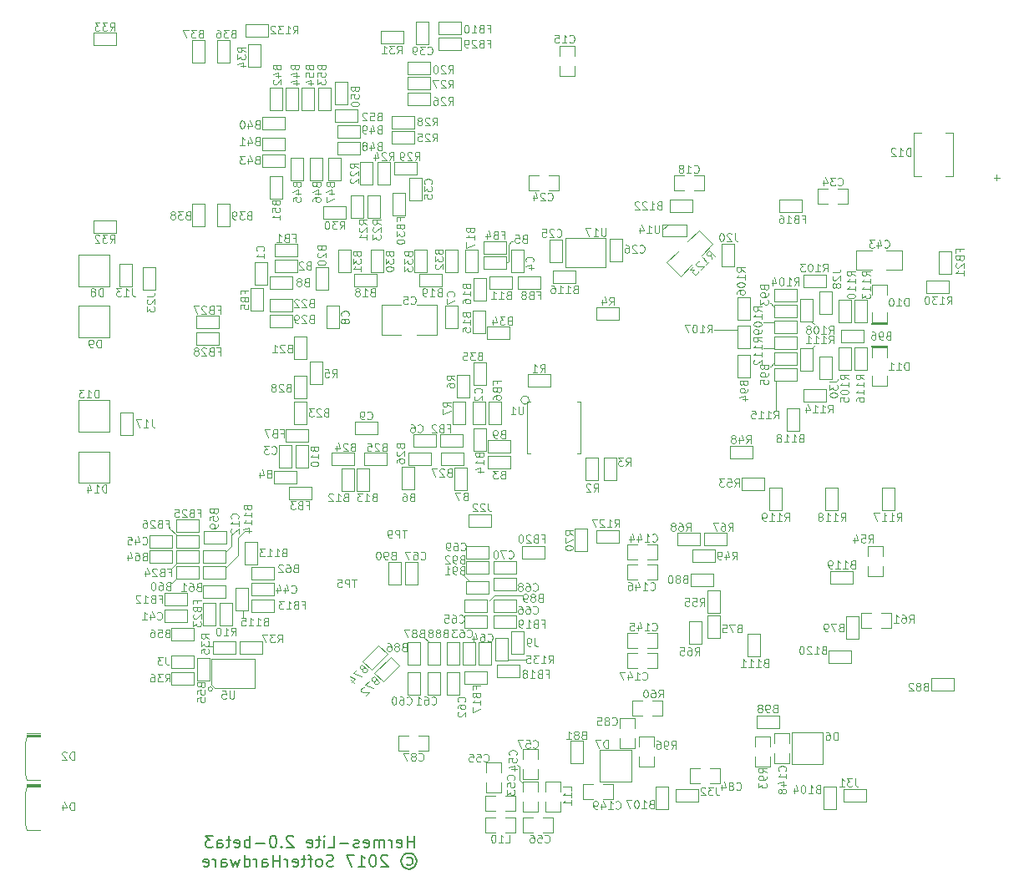
<source format=gbr>
G04 #@! TF.FileFunction,Legend,Bot*
%FSLAX46Y46*%
G04 Gerber Fmt 4.6, Leading zero omitted, Abs format (unit mm)*
G04 Created by KiCad (PCBNEW 4.0.6) date 07/04/17 19:23:32*
%MOMM*%
%LPD*%
G01*
G04 APERTURE LIST*
%ADD10C,0.100000*%
%ADD11C,0.150000*%
G04 APERTURE END LIST*
D10*
X19100000Y-73400000D02*
X18700000Y-73400000D01*
X22200000Y-69700000D02*
X22200000Y-70500000D01*
X15000000Y-66900000D02*
X14900000Y-66900000D01*
X15400000Y-66500000D02*
X15000000Y-66900000D01*
X15500000Y-64900000D02*
X14900000Y-65500000D01*
X14800000Y-61400000D02*
X14800000Y-61300000D01*
X15400000Y-62000000D02*
X14800000Y-61400000D01*
X22400000Y-61700000D02*
X22600000Y-61700000D01*
X21700000Y-62400000D02*
X22400000Y-61700000D01*
X21700000Y-64100000D02*
X21700000Y-62400000D01*
X20500000Y-65300000D02*
X21700000Y-64100000D01*
X21000000Y-62000000D02*
X21100000Y-62000000D01*
X21000000Y-63200000D02*
X21000000Y-62000000D01*
X20500000Y-63700000D02*
X21000000Y-63200000D01*
X98904762Y-25857143D02*
X98295238Y-25857143D01*
X98600000Y-26161905D02*
X98600000Y-25552381D01*
D11*
X39542856Y-93767857D02*
X39542856Y-92567857D01*
X39542856Y-93139286D02*
X38857141Y-93139286D01*
X38857141Y-93767857D02*
X38857141Y-92567857D01*
X37828570Y-93710714D02*
X37942856Y-93767857D01*
X38171427Y-93767857D01*
X38285713Y-93710714D01*
X38342856Y-93596429D01*
X38342856Y-93139286D01*
X38285713Y-93025000D01*
X38171427Y-92967857D01*
X37942856Y-92967857D01*
X37828570Y-93025000D01*
X37771427Y-93139286D01*
X37771427Y-93253571D01*
X38342856Y-93367857D01*
X37257142Y-93767857D02*
X37257142Y-92967857D01*
X37257142Y-93196429D02*
X37199999Y-93082143D01*
X37142856Y-93025000D01*
X37028570Y-92967857D01*
X36914285Y-92967857D01*
X36514285Y-93767857D02*
X36514285Y-92967857D01*
X36514285Y-93082143D02*
X36457142Y-93025000D01*
X36342856Y-92967857D01*
X36171428Y-92967857D01*
X36057142Y-93025000D01*
X35999999Y-93139286D01*
X35999999Y-93767857D01*
X35999999Y-93139286D02*
X35942856Y-93025000D01*
X35828570Y-92967857D01*
X35657142Y-92967857D01*
X35542856Y-93025000D01*
X35485713Y-93139286D01*
X35485713Y-93767857D01*
X34457142Y-93710714D02*
X34571428Y-93767857D01*
X34799999Y-93767857D01*
X34914285Y-93710714D01*
X34971428Y-93596429D01*
X34971428Y-93139286D01*
X34914285Y-93025000D01*
X34799999Y-92967857D01*
X34571428Y-92967857D01*
X34457142Y-93025000D01*
X34399999Y-93139286D01*
X34399999Y-93253571D01*
X34971428Y-93367857D01*
X33942857Y-93710714D02*
X33828571Y-93767857D01*
X33599999Y-93767857D01*
X33485714Y-93710714D01*
X33428571Y-93596429D01*
X33428571Y-93539286D01*
X33485714Y-93425000D01*
X33599999Y-93367857D01*
X33771428Y-93367857D01*
X33885714Y-93310714D01*
X33942857Y-93196429D01*
X33942857Y-93139286D01*
X33885714Y-93025000D01*
X33771428Y-92967857D01*
X33599999Y-92967857D01*
X33485714Y-93025000D01*
X32914285Y-93310714D02*
X31999999Y-93310714D01*
X30857142Y-93767857D02*
X31428571Y-93767857D01*
X31428571Y-92567857D01*
X30457142Y-93767857D02*
X30457142Y-92967857D01*
X30457142Y-92567857D02*
X30514285Y-92625000D01*
X30457142Y-92682143D01*
X30399999Y-92625000D01*
X30457142Y-92567857D01*
X30457142Y-92682143D01*
X30057141Y-92967857D02*
X29599998Y-92967857D01*
X29885713Y-92567857D02*
X29885713Y-93596429D01*
X29828570Y-93710714D01*
X29714284Y-93767857D01*
X29599998Y-93767857D01*
X28742856Y-93710714D02*
X28857142Y-93767857D01*
X29085713Y-93767857D01*
X29199999Y-93710714D01*
X29257142Y-93596429D01*
X29257142Y-93139286D01*
X29199999Y-93025000D01*
X29085713Y-92967857D01*
X28857142Y-92967857D01*
X28742856Y-93025000D01*
X28685713Y-93139286D01*
X28685713Y-93253571D01*
X29257142Y-93367857D01*
X27314285Y-92682143D02*
X27257142Y-92625000D01*
X27142856Y-92567857D01*
X26857142Y-92567857D01*
X26742856Y-92625000D01*
X26685713Y-92682143D01*
X26628570Y-92796429D01*
X26628570Y-92910714D01*
X26685713Y-93082143D01*
X27371427Y-93767857D01*
X26628570Y-93767857D01*
X26114285Y-93653571D02*
X26057142Y-93710714D01*
X26114285Y-93767857D01*
X26171428Y-93710714D01*
X26114285Y-93653571D01*
X26114285Y-93767857D01*
X25314284Y-92567857D02*
X25199999Y-92567857D01*
X25085713Y-92625000D01*
X25028570Y-92682143D01*
X24971427Y-92796429D01*
X24914284Y-93025000D01*
X24914284Y-93310714D01*
X24971427Y-93539286D01*
X25028570Y-93653571D01*
X25085713Y-93710714D01*
X25199999Y-93767857D01*
X25314284Y-93767857D01*
X25428570Y-93710714D01*
X25485713Y-93653571D01*
X25542856Y-93539286D01*
X25599999Y-93310714D01*
X25599999Y-93025000D01*
X25542856Y-92796429D01*
X25485713Y-92682143D01*
X25428570Y-92625000D01*
X25314284Y-92567857D01*
X24399999Y-93310714D02*
X23485713Y-93310714D01*
X22914285Y-93767857D02*
X22914285Y-92567857D01*
X22914285Y-93025000D02*
X22799999Y-92967857D01*
X22571428Y-92967857D01*
X22457142Y-93025000D01*
X22399999Y-93082143D01*
X22342856Y-93196429D01*
X22342856Y-93539286D01*
X22399999Y-93653571D01*
X22457142Y-93710714D01*
X22571428Y-93767857D01*
X22799999Y-93767857D01*
X22914285Y-93710714D01*
X21371428Y-93710714D02*
X21485714Y-93767857D01*
X21714285Y-93767857D01*
X21828571Y-93710714D01*
X21885714Y-93596429D01*
X21885714Y-93139286D01*
X21828571Y-93025000D01*
X21714285Y-92967857D01*
X21485714Y-92967857D01*
X21371428Y-93025000D01*
X21314285Y-93139286D01*
X21314285Y-93253571D01*
X21885714Y-93367857D01*
X20971428Y-92967857D02*
X20514285Y-92967857D01*
X20800000Y-92567857D02*
X20800000Y-93596429D01*
X20742857Y-93710714D01*
X20628571Y-93767857D01*
X20514285Y-93767857D01*
X19600000Y-93767857D02*
X19600000Y-93139286D01*
X19657143Y-93025000D01*
X19771429Y-92967857D01*
X20000000Y-92967857D01*
X20114286Y-93025000D01*
X19600000Y-93710714D02*
X19714286Y-93767857D01*
X20000000Y-93767857D01*
X20114286Y-93710714D01*
X20171429Y-93596429D01*
X20171429Y-93482143D01*
X20114286Y-93367857D01*
X20000000Y-93310714D01*
X19714286Y-93310714D01*
X19600000Y-93253571D01*
X19142857Y-92567857D02*
X18400000Y-92567857D01*
X18800000Y-93025000D01*
X18628572Y-93025000D01*
X18514286Y-93082143D01*
X18457143Y-93139286D01*
X18400000Y-93253571D01*
X18400000Y-93539286D01*
X18457143Y-93653571D01*
X18514286Y-93710714D01*
X18628572Y-93767857D01*
X18971429Y-93767857D01*
X19085715Y-93710714D01*
X19142857Y-93653571D01*
X38799998Y-94803571D02*
X38914284Y-94746429D01*
X39142855Y-94746429D01*
X39257141Y-94803571D01*
X39371427Y-94917857D01*
X39428570Y-95032143D01*
X39428570Y-95260714D01*
X39371427Y-95375000D01*
X39257141Y-95489286D01*
X39142855Y-95546429D01*
X38914284Y-95546429D01*
X38799998Y-95489286D01*
X39028570Y-94346429D02*
X39314284Y-94403571D01*
X39599998Y-94575000D01*
X39771427Y-94860714D01*
X39828570Y-95146429D01*
X39771427Y-95432143D01*
X39599998Y-95717857D01*
X39314284Y-95889286D01*
X39028570Y-95946429D01*
X38742855Y-95889286D01*
X38457141Y-95717857D01*
X38285712Y-95432143D01*
X38228570Y-95146429D01*
X38285712Y-94860714D01*
X38457141Y-94575000D01*
X38742855Y-94403571D01*
X39028570Y-94346429D01*
X36857141Y-94632143D02*
X36799998Y-94575000D01*
X36685712Y-94517857D01*
X36399998Y-94517857D01*
X36285712Y-94575000D01*
X36228569Y-94632143D01*
X36171426Y-94746429D01*
X36171426Y-94860714D01*
X36228569Y-95032143D01*
X36914283Y-95717857D01*
X36171426Y-95717857D01*
X35428569Y-94517857D02*
X35314284Y-94517857D01*
X35199998Y-94575000D01*
X35142855Y-94632143D01*
X35085712Y-94746429D01*
X35028569Y-94975000D01*
X35028569Y-95260714D01*
X35085712Y-95489286D01*
X35142855Y-95603571D01*
X35199998Y-95660714D01*
X35314284Y-95717857D01*
X35428569Y-95717857D01*
X35542855Y-95660714D01*
X35599998Y-95603571D01*
X35657141Y-95489286D01*
X35714284Y-95260714D01*
X35714284Y-94975000D01*
X35657141Y-94746429D01*
X35599998Y-94632143D01*
X35542855Y-94575000D01*
X35428569Y-94517857D01*
X33885712Y-95717857D02*
X34571427Y-95717857D01*
X34228569Y-95717857D02*
X34228569Y-94517857D01*
X34342855Y-94689286D01*
X34457141Y-94803571D01*
X34571427Y-94860714D01*
X33485712Y-94517857D02*
X32685712Y-94517857D01*
X33199998Y-95717857D01*
X31371427Y-95660714D02*
X31199998Y-95717857D01*
X30914284Y-95717857D01*
X30799998Y-95660714D01*
X30742855Y-95603571D01*
X30685712Y-95489286D01*
X30685712Y-95375000D01*
X30742855Y-95260714D01*
X30799998Y-95203571D01*
X30914284Y-95146429D01*
X31142855Y-95089286D01*
X31257141Y-95032143D01*
X31314284Y-94975000D01*
X31371427Y-94860714D01*
X31371427Y-94746429D01*
X31314284Y-94632143D01*
X31257141Y-94575000D01*
X31142855Y-94517857D01*
X30857141Y-94517857D01*
X30685712Y-94575000D01*
X29999998Y-95717857D02*
X30114284Y-95660714D01*
X30171427Y-95603571D01*
X30228570Y-95489286D01*
X30228570Y-95146429D01*
X30171427Y-95032143D01*
X30114284Y-94975000D01*
X29999998Y-94917857D01*
X29828570Y-94917857D01*
X29714284Y-94975000D01*
X29657141Y-95032143D01*
X29599998Y-95146429D01*
X29599998Y-95489286D01*
X29657141Y-95603571D01*
X29714284Y-95660714D01*
X29828570Y-95717857D01*
X29999998Y-95717857D01*
X29257141Y-94917857D02*
X28799998Y-94917857D01*
X29085713Y-95717857D02*
X29085713Y-94689286D01*
X29028570Y-94575000D01*
X28914284Y-94517857D01*
X28799998Y-94517857D01*
X28571427Y-94917857D02*
X28114284Y-94917857D01*
X28399999Y-94517857D02*
X28399999Y-95546429D01*
X28342856Y-95660714D01*
X28228570Y-95717857D01*
X28114284Y-95717857D01*
X27257142Y-95660714D02*
X27371428Y-95717857D01*
X27599999Y-95717857D01*
X27714285Y-95660714D01*
X27771428Y-95546429D01*
X27771428Y-95089286D01*
X27714285Y-94975000D01*
X27599999Y-94917857D01*
X27371428Y-94917857D01*
X27257142Y-94975000D01*
X27199999Y-95089286D01*
X27199999Y-95203571D01*
X27771428Y-95317857D01*
X26685714Y-95717857D02*
X26685714Y-94917857D01*
X26685714Y-95146429D02*
X26628571Y-95032143D01*
X26571428Y-94975000D01*
X26457142Y-94917857D01*
X26342857Y-94917857D01*
X25942857Y-95717857D02*
X25942857Y-94517857D01*
X25942857Y-95089286D02*
X25257142Y-95089286D01*
X25257142Y-95717857D02*
X25257142Y-94517857D01*
X24171428Y-95717857D02*
X24171428Y-95089286D01*
X24228571Y-94975000D01*
X24342857Y-94917857D01*
X24571428Y-94917857D01*
X24685714Y-94975000D01*
X24171428Y-95660714D02*
X24285714Y-95717857D01*
X24571428Y-95717857D01*
X24685714Y-95660714D01*
X24742857Y-95546429D01*
X24742857Y-95432143D01*
X24685714Y-95317857D01*
X24571428Y-95260714D01*
X24285714Y-95260714D01*
X24171428Y-95203571D01*
X23600000Y-95717857D02*
X23600000Y-94917857D01*
X23600000Y-95146429D02*
X23542857Y-95032143D01*
X23485714Y-94975000D01*
X23371428Y-94917857D01*
X23257143Y-94917857D01*
X22342857Y-95717857D02*
X22342857Y-94517857D01*
X22342857Y-95660714D02*
X22457143Y-95717857D01*
X22685714Y-95717857D01*
X22800000Y-95660714D01*
X22857143Y-95603571D01*
X22914286Y-95489286D01*
X22914286Y-95146429D01*
X22857143Y-95032143D01*
X22800000Y-94975000D01*
X22685714Y-94917857D01*
X22457143Y-94917857D01*
X22342857Y-94975000D01*
X21885714Y-94917857D02*
X21657143Y-95717857D01*
X21428572Y-95146429D01*
X21200000Y-95717857D01*
X20971429Y-94917857D01*
X20000000Y-95717857D02*
X20000000Y-95089286D01*
X20057143Y-94975000D01*
X20171429Y-94917857D01*
X20400000Y-94917857D01*
X20514286Y-94975000D01*
X20000000Y-95660714D02*
X20114286Y-95717857D01*
X20400000Y-95717857D01*
X20514286Y-95660714D01*
X20571429Y-95546429D01*
X20571429Y-95432143D01*
X20514286Y-95317857D01*
X20400000Y-95260714D01*
X20114286Y-95260714D01*
X20000000Y-95203571D01*
X19428572Y-95717857D02*
X19428572Y-94917857D01*
X19428572Y-95146429D02*
X19371429Y-95032143D01*
X19314286Y-94975000D01*
X19200000Y-94917857D01*
X19085715Y-94917857D01*
X18228572Y-95660714D02*
X18342858Y-95717857D01*
X18571429Y-95717857D01*
X18685715Y-95660714D01*
X18742858Y-95546429D01*
X18742858Y-95089286D01*
X18685715Y-94975000D01*
X18571429Y-94917857D01*
X18342858Y-94917857D01*
X18228572Y-94975000D01*
X18171429Y-95089286D01*
X18171429Y-95203571D01*
X18742858Y-95317857D01*
D10*
X75700000Y-45000000D02*
X75600000Y-45000000D01*
X76000000Y-44700000D02*
X75700000Y-45000000D01*
X76000000Y-43100000D02*
X75000000Y-43100000D01*
X76000000Y-40500000D02*
X75000000Y-40500000D01*
X75700000Y-38600000D02*
X75600000Y-38600000D01*
X76000000Y-38900000D02*
X75700000Y-38600000D01*
X76200000Y-46500000D02*
X76200000Y-49500000D01*
X72300000Y-41300000D02*
X70000000Y-41300000D01*
X79900000Y-43100000D02*
X80200000Y-42800000D01*
X79900000Y-40500000D02*
X80100000Y-40700000D01*
X50200000Y-85600000D02*
X50000000Y-85400000D01*
X50200000Y-86900000D02*
X50200000Y-85600000D01*
X50500000Y-87200000D02*
X50200000Y-86900000D01*
X40600000Y-72500000D02*
X41000000Y-72900000D01*
X49100000Y-74700000D02*
X50900000Y-74700000D01*
X47700000Y-68200000D02*
X50500000Y-68200000D01*
X47200000Y-68700000D02*
X47700000Y-68200000D01*
X44500000Y-66100000D02*
X45200000Y-66800000D01*
X49400000Y-32300000D02*
X49600000Y-32300000D01*
X49100000Y-32600000D02*
X49400000Y-32300000D01*
X49100000Y-34300000D02*
X49100000Y-32600000D01*
X48900000Y-34500000D02*
X49100000Y-34300000D01*
X67712132Y-34702082D02*
X66580761Y-35833452D01*
X66580761Y-35833452D02*
X65166548Y-34419239D01*
X65166548Y-34419239D02*
X66297918Y-33287868D01*
X67287868Y-32297918D02*
X68419239Y-31166548D01*
X68419239Y-31166548D02*
X69833452Y-32580761D01*
X69833452Y-32580761D02*
X68702082Y-33712132D01*
X75565000Y-57257000D02*
X75565000Y-59543000D01*
X75565000Y-59543000D02*
X76835000Y-59543000D01*
X76835000Y-59543000D02*
X76835000Y-57257000D01*
X76835000Y-57257000D02*
X75565000Y-57257000D01*
X81265000Y-57257000D02*
X81265000Y-59543000D01*
X81265000Y-59543000D02*
X82535000Y-59543000D01*
X82535000Y-59543000D02*
X82535000Y-57257000D01*
X82535000Y-57257000D02*
X81265000Y-57257000D01*
X86965000Y-57257000D02*
X86965000Y-59543000D01*
X86965000Y-59543000D02*
X88235000Y-59543000D01*
X88235000Y-59543000D02*
X88235000Y-57257000D01*
X88235000Y-57257000D02*
X86965000Y-57257000D01*
X84165000Y-43057000D02*
X84165000Y-45343000D01*
X84165000Y-45343000D02*
X85435000Y-45343000D01*
X85435000Y-45343000D02*
X85435000Y-43057000D01*
X85435000Y-43057000D02*
X84165000Y-43057000D01*
X76057000Y-46435000D02*
X78343000Y-46435000D01*
X78343000Y-46435000D02*
X78343000Y-45165000D01*
X78343000Y-45165000D02*
X76057000Y-45165000D01*
X76057000Y-45165000D02*
X76057000Y-46435000D01*
X79057000Y-48535000D02*
X81343000Y-48535000D01*
X81343000Y-48535000D02*
X81343000Y-47265000D01*
X81343000Y-47265000D02*
X79057000Y-47265000D01*
X79057000Y-47265000D02*
X79057000Y-48535000D01*
X85435000Y-40543000D02*
X85435000Y-38257000D01*
X85435000Y-38257000D02*
X84165000Y-38257000D01*
X84165000Y-38257000D02*
X84165000Y-40543000D01*
X84165000Y-40543000D02*
X85435000Y-40543000D01*
X76057000Y-43235000D02*
X78343000Y-43235000D01*
X78343000Y-43235000D02*
X78343000Y-41965000D01*
X78343000Y-41965000D02*
X76057000Y-41965000D01*
X76057000Y-41965000D02*
X76057000Y-43235000D01*
X78665000Y-43157000D02*
X78665000Y-45443000D01*
X78665000Y-45443000D02*
X79935000Y-45443000D01*
X79935000Y-45443000D02*
X79935000Y-43157000D01*
X79935000Y-43157000D02*
X78665000Y-43157000D01*
X83835000Y-40543000D02*
X83835000Y-38257000D01*
X83835000Y-38257000D02*
X82565000Y-38257000D01*
X82565000Y-38257000D02*
X82565000Y-40543000D01*
X82565000Y-40543000D02*
X83835000Y-40543000D01*
X76057000Y-41635000D02*
X78343000Y-41635000D01*
X78343000Y-41635000D02*
X78343000Y-40365000D01*
X78343000Y-40365000D02*
X76057000Y-40365000D01*
X76057000Y-40365000D02*
X76057000Y-41635000D01*
X79935000Y-40443000D02*
X79935000Y-38157000D01*
X79935000Y-38157000D02*
X78665000Y-38157000D01*
X78665000Y-38157000D02*
X78665000Y-40443000D01*
X78665000Y-40443000D02*
X79935000Y-40443000D01*
X82565000Y-43057000D02*
X82565000Y-45343000D01*
X82565000Y-45343000D02*
X83835000Y-45343000D01*
X83835000Y-45343000D02*
X83835000Y-43057000D01*
X83835000Y-43057000D02*
X82565000Y-43057000D01*
X76057000Y-38435000D02*
X78343000Y-38435000D01*
X78343000Y-38435000D02*
X78343000Y-37165000D01*
X78343000Y-37165000D02*
X76057000Y-37165000D01*
X76057000Y-37165000D02*
X76057000Y-38435000D01*
X79057000Y-36935000D02*
X81343000Y-36935000D01*
X81343000Y-36935000D02*
X81343000Y-35665000D01*
X81343000Y-35665000D02*
X79057000Y-35665000D01*
X79057000Y-35665000D02*
X79057000Y-36935000D01*
X85143000Y-41265000D02*
X82857000Y-41265000D01*
X82857000Y-41265000D02*
X82857000Y-42535000D01*
X82857000Y-42535000D02*
X85143000Y-42535000D01*
X85143000Y-42535000D02*
X85143000Y-41265000D01*
X78343000Y-43565000D02*
X76057000Y-43565000D01*
X76057000Y-43565000D02*
X76057000Y-44835000D01*
X76057000Y-44835000D02*
X78343000Y-44835000D01*
X78343000Y-44835000D02*
X78343000Y-43565000D01*
X78343000Y-38765000D02*
X76057000Y-38765000D01*
X76057000Y-38765000D02*
X76057000Y-40035000D01*
X76057000Y-40035000D02*
X78343000Y-40035000D01*
X78343000Y-40035000D02*
X78343000Y-38765000D01*
X72365000Y-40857000D02*
X72365000Y-43143000D01*
X72365000Y-43143000D02*
X73635000Y-43143000D01*
X73635000Y-43143000D02*
X73635000Y-40857000D01*
X73635000Y-40857000D02*
X72365000Y-40857000D01*
X73635000Y-40243000D02*
X73635000Y-37957000D01*
X73635000Y-37957000D02*
X72365000Y-37957000D01*
X72365000Y-37957000D02*
X72365000Y-40243000D01*
X72365000Y-40243000D02*
X73635000Y-40243000D01*
X72365000Y-43857000D02*
X72365000Y-46143000D01*
X72365000Y-46143000D02*
X73635000Y-46143000D01*
X73635000Y-46143000D02*
X73635000Y-43857000D01*
X73635000Y-43857000D02*
X72365000Y-43857000D01*
X75043000Y-56265000D02*
X72757000Y-56265000D01*
X72757000Y-56265000D02*
X72757000Y-57535000D01*
X72757000Y-57535000D02*
X75043000Y-57535000D01*
X75043000Y-57535000D02*
X75043000Y-56265000D01*
X73843000Y-53065000D02*
X71557000Y-53065000D01*
X71557000Y-53065000D02*
X71557000Y-54335000D01*
X71557000Y-54335000D02*
X73843000Y-54335000D01*
X73843000Y-54335000D02*
X73843000Y-53065000D01*
X73365000Y-72057000D02*
X73365000Y-74343000D01*
X73365000Y-74343000D02*
X74635000Y-74343000D01*
X74635000Y-74343000D02*
X74635000Y-72057000D01*
X74635000Y-72057000D02*
X73365000Y-72057000D01*
X63208000Y-75562000D02*
X64224000Y-75562000D01*
X64224000Y-75562000D02*
X64224000Y-74038000D01*
X64224000Y-74038000D02*
X63208000Y-74038000D01*
X62192000Y-74038000D02*
X61176000Y-74038000D01*
X61176000Y-74038000D02*
X61176000Y-75562000D01*
X61176000Y-75562000D02*
X62192000Y-75562000D01*
X63208000Y-66562000D02*
X64224000Y-66562000D01*
X64224000Y-66562000D02*
X64224000Y-65038000D01*
X64224000Y-65038000D02*
X63208000Y-65038000D01*
X62192000Y-65038000D02*
X61176000Y-65038000D01*
X61176000Y-65038000D02*
X61176000Y-66562000D01*
X61176000Y-66562000D02*
X62192000Y-66562000D01*
X63208000Y-73562000D02*
X64224000Y-73562000D01*
X64224000Y-73562000D02*
X64224000Y-72038000D01*
X64224000Y-72038000D02*
X63208000Y-72038000D01*
X62192000Y-72038000D02*
X61176000Y-72038000D01*
X61176000Y-72038000D02*
X61176000Y-73562000D01*
X61176000Y-73562000D02*
X62192000Y-73562000D01*
X63208000Y-64562000D02*
X64224000Y-64562000D01*
X64224000Y-64562000D02*
X64224000Y-63038000D01*
X64224000Y-63038000D02*
X63208000Y-63038000D01*
X62192000Y-63038000D02*
X61176000Y-63038000D01*
X61176000Y-63038000D02*
X61176000Y-64562000D01*
X61176000Y-64562000D02*
X62192000Y-64562000D01*
X68543000Y-61865000D02*
X66257000Y-61865000D01*
X66257000Y-61865000D02*
X66257000Y-63135000D01*
X66257000Y-63135000D02*
X68543000Y-63135000D01*
X68543000Y-63135000D02*
X68543000Y-61865000D01*
X71243000Y-61865000D02*
X68957000Y-61865000D01*
X68957000Y-61865000D02*
X68957000Y-63135000D01*
X68957000Y-63135000D02*
X71243000Y-63135000D01*
X71243000Y-63135000D02*
X71243000Y-61865000D01*
X69843000Y-65965000D02*
X67557000Y-65965000D01*
X67557000Y-65965000D02*
X67557000Y-67235000D01*
X67557000Y-67235000D02*
X69843000Y-67235000D01*
X69843000Y-67235000D02*
X69843000Y-65965000D01*
X87400000Y-33200000D02*
X89000000Y-33200000D01*
X89000000Y-33200000D02*
X89000000Y-35200000D01*
X89000000Y-35200000D02*
X87400000Y-35200000D01*
X86000000Y-35200000D02*
X84400000Y-35200000D01*
X84400000Y-35200000D02*
X84400000Y-33200000D01*
X84400000Y-33200000D02*
X86000000Y-33200000D01*
X94243000Y-76565000D02*
X91957000Y-76565000D01*
X91957000Y-76565000D02*
X91957000Y-77835000D01*
X91957000Y-77835000D02*
X94243000Y-77835000D01*
X94243000Y-77835000D02*
X94243000Y-76565000D01*
X81492000Y-26938000D02*
X80476000Y-26938000D01*
X80476000Y-26938000D02*
X80476000Y-28462000D01*
X80476000Y-28462000D02*
X81492000Y-28462000D01*
X82508000Y-28462000D02*
X83524000Y-28462000D01*
X83524000Y-28462000D02*
X83524000Y-26938000D01*
X83524000Y-26938000D02*
X82508000Y-26938000D01*
X86908000Y-71462000D02*
X87924000Y-71462000D01*
X87924000Y-71462000D02*
X87924000Y-69938000D01*
X87924000Y-69938000D02*
X86908000Y-69938000D01*
X85892000Y-69938000D02*
X84876000Y-69938000D01*
X84876000Y-69938000D02*
X84876000Y-71462000D01*
X84876000Y-71462000D02*
X85892000Y-71462000D01*
X85538000Y-65208000D02*
X85538000Y-66224000D01*
X85538000Y-66224000D02*
X87062000Y-66224000D01*
X87062000Y-66224000D02*
X87062000Y-65208000D01*
X87062000Y-64192000D02*
X87062000Y-63176000D01*
X87062000Y-63176000D02*
X85538000Y-63176000D01*
X85538000Y-63176000D02*
X85538000Y-64192000D01*
X55365000Y-82957000D02*
X55365000Y-85243000D01*
X55365000Y-85243000D02*
X56635000Y-85243000D01*
X56635000Y-85243000D02*
X56635000Y-82957000D01*
X56635000Y-82957000D02*
X55365000Y-82957000D01*
X52838000Y-89108000D02*
X52838000Y-90124000D01*
X52838000Y-90124000D02*
X54362000Y-90124000D01*
X54362000Y-90124000D02*
X54362000Y-89108000D01*
X54362000Y-88092000D02*
X54362000Y-87076000D01*
X54362000Y-87076000D02*
X52838000Y-87076000D01*
X52838000Y-87076000D02*
X52838000Y-88092000D01*
X47792000Y-90738000D02*
X46776000Y-90738000D01*
X46776000Y-90738000D02*
X46776000Y-92262000D01*
X46776000Y-92262000D02*
X47792000Y-92262000D01*
X48808000Y-92262000D02*
X49824000Y-92262000D01*
X49824000Y-92262000D02*
X49824000Y-90738000D01*
X49824000Y-90738000D02*
X48808000Y-90738000D01*
X50538000Y-85808000D02*
X50538000Y-86824000D01*
X50538000Y-86824000D02*
X52062000Y-86824000D01*
X52062000Y-86824000D02*
X52062000Y-85808000D01*
X52062000Y-84792000D02*
X52062000Y-83776000D01*
X52062000Y-83776000D02*
X50538000Y-83776000D01*
X50538000Y-83776000D02*
X50538000Y-84792000D01*
X51592000Y-90738000D02*
X50576000Y-90738000D01*
X50576000Y-90738000D02*
X50576000Y-92262000D01*
X50576000Y-92262000D02*
X51592000Y-92262000D01*
X52608000Y-92262000D02*
X53624000Y-92262000D01*
X53624000Y-92262000D02*
X53624000Y-90738000D01*
X53624000Y-90738000D02*
X52608000Y-90738000D01*
X46838000Y-87208000D02*
X46838000Y-88224000D01*
X46838000Y-88224000D02*
X48362000Y-88224000D01*
X48362000Y-88224000D02*
X48362000Y-87208000D01*
X48362000Y-86192000D02*
X48362000Y-85176000D01*
X48362000Y-85176000D02*
X46838000Y-85176000D01*
X46838000Y-85176000D02*
X46838000Y-86192000D01*
X52062000Y-88092000D02*
X52062000Y-87076000D01*
X52062000Y-87076000D02*
X50538000Y-87076000D01*
X50538000Y-87076000D02*
X50538000Y-88092000D01*
X50538000Y-89108000D02*
X50538000Y-90124000D01*
X50538000Y-90124000D02*
X52062000Y-90124000D01*
X52062000Y-90124000D02*
X52062000Y-89108000D01*
X48808000Y-90062000D02*
X49824000Y-90062000D01*
X49824000Y-90062000D02*
X49824000Y-88538000D01*
X49824000Y-88538000D02*
X48808000Y-88538000D01*
X47792000Y-88538000D02*
X46776000Y-88538000D01*
X46776000Y-88538000D02*
X46776000Y-90062000D01*
X46776000Y-90062000D02*
X47792000Y-90062000D01*
X84635000Y-72643000D02*
X84635000Y-70357000D01*
X84635000Y-70357000D02*
X83365000Y-70357000D01*
X83365000Y-70357000D02*
X83365000Y-72643000D01*
X83365000Y-72643000D02*
X84635000Y-72643000D01*
X76543000Y-80365000D02*
X74257000Y-80365000D01*
X74257000Y-80365000D02*
X74257000Y-81635000D01*
X74257000Y-81635000D02*
X76543000Y-81635000D01*
X76543000Y-81635000D02*
X76543000Y-80365000D01*
X62338000Y-84508000D02*
X62338000Y-85524000D01*
X62338000Y-85524000D02*
X63862000Y-85524000D01*
X63862000Y-85524000D02*
X63862000Y-84508000D01*
X63862000Y-83492000D02*
X63862000Y-82476000D01*
X63862000Y-82476000D02*
X62338000Y-82476000D01*
X62338000Y-82476000D02*
X62338000Y-83492000D01*
X75662000Y-83492000D02*
X75662000Y-82476000D01*
X75662000Y-82476000D02*
X74138000Y-82476000D01*
X74138000Y-82476000D02*
X74138000Y-83492000D01*
X74138000Y-84508000D02*
X74138000Y-85524000D01*
X74138000Y-85524000D02*
X75662000Y-85524000D01*
X75662000Y-85524000D02*
X75662000Y-84508000D01*
X58708000Y-88862000D02*
X59724000Y-88862000D01*
X59724000Y-88862000D02*
X59724000Y-87338000D01*
X59724000Y-87338000D02*
X58708000Y-87338000D01*
X57692000Y-87338000D02*
X56676000Y-87338000D01*
X56676000Y-87338000D02*
X56676000Y-88862000D01*
X56676000Y-88862000D02*
X57692000Y-88862000D01*
X76038000Y-84208000D02*
X76038000Y-85224000D01*
X76038000Y-85224000D02*
X77562000Y-85224000D01*
X77562000Y-85224000D02*
X77562000Y-84208000D01*
X77562000Y-83192000D02*
X77562000Y-82176000D01*
X77562000Y-82176000D02*
X76038000Y-82176000D01*
X76038000Y-82176000D02*
X76038000Y-83192000D01*
X65335000Y-89843000D02*
X65335000Y-87557000D01*
X65335000Y-87557000D02*
X64065000Y-87557000D01*
X64065000Y-87557000D02*
X64065000Y-89843000D01*
X64065000Y-89843000D02*
X65335000Y-89843000D01*
X82335000Y-89843000D02*
X82335000Y-87557000D01*
X82335000Y-87557000D02*
X81065000Y-87557000D01*
X81065000Y-87557000D02*
X81065000Y-89843000D01*
X81065000Y-89843000D02*
X82335000Y-89843000D01*
X68735000Y-73143000D02*
X68735000Y-70857000D01*
X68735000Y-70857000D02*
X67465000Y-70857000D01*
X67465000Y-70857000D02*
X67465000Y-73143000D01*
X67465000Y-73143000D02*
X68735000Y-73143000D01*
X70535000Y-69943000D02*
X70535000Y-67657000D01*
X70535000Y-67657000D02*
X69265000Y-67657000D01*
X69265000Y-67657000D02*
X69265000Y-69943000D01*
X69265000Y-69943000D02*
X70535000Y-69943000D01*
X67757000Y-64835000D02*
X70043000Y-64835000D01*
X70043000Y-64835000D02*
X70043000Y-63565000D01*
X70043000Y-63565000D02*
X67757000Y-63565000D01*
X67757000Y-63565000D02*
X67757000Y-64835000D01*
X70535000Y-72543000D02*
X70535000Y-70257000D01*
X70535000Y-70257000D02*
X69265000Y-70257000D01*
X69265000Y-70257000D02*
X69265000Y-72543000D01*
X69265000Y-72543000D02*
X70535000Y-72543000D01*
X13335000Y-37243000D02*
X13335000Y-34957000D01*
X13335000Y-34957000D02*
X12065000Y-34957000D01*
X12065000Y-34957000D02*
X12065000Y-37243000D01*
X12065000Y-37243000D02*
X13335000Y-37243000D01*
X45057000Y-61235000D02*
X47343000Y-61235000D01*
X47343000Y-61235000D02*
X47343000Y-59965000D01*
X47343000Y-59965000D02*
X45057000Y-59965000D01*
X45057000Y-59965000D02*
X45057000Y-61235000D01*
X50635000Y-74143000D02*
X50635000Y-71857000D01*
X50635000Y-71857000D02*
X49365000Y-71857000D01*
X49365000Y-71857000D02*
X49365000Y-74143000D01*
X49365000Y-74143000D02*
X50635000Y-74143000D01*
X35240790Y-75757236D02*
X36857236Y-74140790D01*
X36857236Y-74140790D02*
X35959210Y-73242764D01*
X35959210Y-73242764D02*
X34342764Y-74859210D01*
X34342764Y-74859210D02*
X35240790Y-75757236D01*
X36440790Y-76957236D02*
X38057236Y-75340790D01*
X38057236Y-75340790D02*
X37159210Y-74442764D01*
X37159210Y-74442764D02*
X35542764Y-76059210D01*
X35542764Y-76059210D02*
X36440790Y-76957236D01*
X50457000Y-64435000D02*
X52743000Y-64435000D01*
X52743000Y-64435000D02*
X52743000Y-63165000D01*
X52743000Y-63165000D02*
X50457000Y-63165000D01*
X50457000Y-63165000D02*
X50457000Y-64435000D01*
X49943000Y-70265000D02*
X47657000Y-70265000D01*
X47657000Y-70265000D02*
X47657000Y-71535000D01*
X47657000Y-71535000D02*
X49943000Y-71535000D01*
X49943000Y-71535000D02*
X49943000Y-70265000D01*
X50243000Y-75265000D02*
X47957000Y-75265000D01*
X47957000Y-75265000D02*
X47957000Y-76535000D01*
X47957000Y-76535000D02*
X50243000Y-76535000D01*
X50243000Y-76535000D02*
X50243000Y-75265000D01*
X44657000Y-77135000D02*
X46943000Y-77135000D01*
X46943000Y-77135000D02*
X46943000Y-75865000D01*
X46943000Y-75865000D02*
X44657000Y-75865000D01*
X44657000Y-75865000D02*
X44657000Y-77135000D01*
X47657000Y-66035000D02*
X49943000Y-66035000D01*
X49943000Y-66035000D02*
X49943000Y-64765000D01*
X49943000Y-64765000D02*
X47657000Y-64765000D01*
X47657000Y-64765000D02*
X47657000Y-66035000D01*
X47143000Y-63165000D02*
X44857000Y-63165000D01*
X44857000Y-63165000D02*
X44857000Y-64435000D01*
X44857000Y-64435000D02*
X47143000Y-64435000D01*
X47143000Y-64435000D02*
X47143000Y-63165000D01*
X38665000Y-64857000D02*
X38665000Y-67143000D01*
X38665000Y-67143000D02*
X39935000Y-67143000D01*
X39935000Y-67143000D02*
X39935000Y-64857000D01*
X39935000Y-64857000D02*
X38665000Y-64857000D01*
X47657000Y-69935000D02*
X49943000Y-69935000D01*
X49943000Y-69935000D02*
X49943000Y-68665000D01*
X49943000Y-68665000D02*
X47657000Y-68665000D01*
X47657000Y-68665000D02*
X47657000Y-69935000D01*
X46943000Y-70265000D02*
X44657000Y-70265000D01*
X44657000Y-70265000D02*
X44657000Y-71535000D01*
X44657000Y-71535000D02*
X46943000Y-71535000D01*
X46943000Y-71535000D02*
X46943000Y-70265000D01*
X47335000Y-75243000D02*
X47335000Y-72957000D01*
X47335000Y-72957000D02*
X46065000Y-72957000D01*
X46065000Y-72957000D02*
X46065000Y-75243000D01*
X46065000Y-75243000D02*
X47335000Y-75243000D01*
X45735000Y-75243000D02*
X45735000Y-72957000D01*
X45735000Y-72957000D02*
X44465000Y-72957000D01*
X44465000Y-72957000D02*
X44465000Y-75243000D01*
X44465000Y-75243000D02*
X45735000Y-75243000D01*
X42865000Y-75957000D02*
X42865000Y-78243000D01*
X42865000Y-78243000D02*
X44135000Y-78243000D01*
X44135000Y-78243000D02*
X44135000Y-75957000D01*
X44135000Y-75957000D02*
X42865000Y-75957000D01*
X40965000Y-75957000D02*
X40965000Y-78243000D01*
X40965000Y-78243000D02*
X42235000Y-78243000D01*
X42235000Y-78243000D02*
X42235000Y-75957000D01*
X42235000Y-75957000D02*
X40965000Y-75957000D01*
X38865000Y-75957000D02*
X38865000Y-78243000D01*
X38865000Y-78243000D02*
X40135000Y-78243000D01*
X40135000Y-78243000D02*
X40135000Y-75957000D01*
X40135000Y-75957000D02*
X38865000Y-75957000D01*
X47143000Y-64765000D02*
X44857000Y-64765000D01*
X44857000Y-64765000D02*
X44857000Y-66035000D01*
X44857000Y-66035000D02*
X47143000Y-66035000D01*
X47143000Y-66035000D02*
X47143000Y-64765000D01*
X47143000Y-66765000D02*
X44857000Y-66765000D01*
X44857000Y-66765000D02*
X44857000Y-68035000D01*
X44857000Y-68035000D02*
X47143000Y-68035000D01*
X47143000Y-68035000D02*
X47143000Y-66765000D01*
X36965000Y-64857000D02*
X36965000Y-67143000D01*
X36965000Y-67143000D02*
X38235000Y-67143000D01*
X38235000Y-67143000D02*
X38235000Y-64857000D01*
X38235000Y-64857000D02*
X36965000Y-64857000D01*
X46943000Y-68665000D02*
X44657000Y-68665000D01*
X44657000Y-68665000D02*
X44657000Y-69935000D01*
X44657000Y-69935000D02*
X46943000Y-69935000D01*
X46943000Y-69935000D02*
X46943000Y-68665000D01*
X44135000Y-75243000D02*
X44135000Y-72957000D01*
X44135000Y-72957000D02*
X42865000Y-72957000D01*
X42865000Y-72957000D02*
X42865000Y-75243000D01*
X42865000Y-75243000D02*
X44135000Y-75243000D01*
X42235000Y-75243000D02*
X42235000Y-72957000D01*
X42235000Y-72957000D02*
X40965000Y-72957000D01*
X40965000Y-72957000D02*
X40965000Y-75243000D01*
X40965000Y-75243000D02*
X42235000Y-75243000D01*
X40135000Y-75243000D02*
X40135000Y-72957000D01*
X40135000Y-72957000D02*
X38865000Y-72957000D01*
X38865000Y-72957000D02*
X38865000Y-75243000D01*
X38865000Y-75243000D02*
X40135000Y-75243000D01*
X54900000Y-32000000D02*
X59000000Y-32000000D01*
X59000000Y-32000000D02*
X59000000Y-34900000D01*
X59000000Y-34900000D02*
X54900000Y-34900000D01*
X54900000Y-34900000D02*
X54900000Y-32000000D01*
X59365000Y-32057000D02*
X59365000Y-34343000D01*
X59365000Y-34343000D02*
X60635000Y-34343000D01*
X60635000Y-34343000D02*
X60635000Y-32057000D01*
X60635000Y-32057000D02*
X59365000Y-32057000D01*
X53265000Y-32157000D02*
X53265000Y-34443000D01*
X53265000Y-34443000D02*
X54535000Y-34443000D01*
X54535000Y-34443000D02*
X54535000Y-32157000D01*
X54535000Y-32157000D02*
X53265000Y-32157000D01*
X55943000Y-35265000D02*
X53657000Y-35265000D01*
X53657000Y-35265000D02*
X53657000Y-36535000D01*
X53657000Y-36535000D02*
X55943000Y-36535000D01*
X55943000Y-36535000D02*
X55943000Y-35265000D01*
X38635000Y-29643000D02*
X38635000Y-27357000D01*
X38635000Y-27357000D02*
X37365000Y-27357000D01*
X37365000Y-27357000D02*
X37365000Y-29643000D01*
X37365000Y-29643000D02*
X38635000Y-29643000D01*
X44343000Y-11665000D02*
X42057000Y-11665000D01*
X42057000Y-11665000D02*
X42057000Y-12935000D01*
X42057000Y-12935000D02*
X44343000Y-12935000D01*
X44343000Y-12935000D02*
X44343000Y-11665000D01*
X19743000Y-41565000D02*
X17457000Y-41565000D01*
X17457000Y-41565000D02*
X17457000Y-42835000D01*
X17457000Y-42835000D02*
X19743000Y-42835000D01*
X19743000Y-42835000D02*
X19743000Y-41565000D01*
X19743000Y-39865000D02*
X17457000Y-39865000D01*
X17457000Y-39865000D02*
X17457000Y-41135000D01*
X17457000Y-41135000D02*
X19743000Y-41135000D01*
X19743000Y-41135000D02*
X19743000Y-39865000D01*
X52192000Y-25638000D02*
X51176000Y-25638000D01*
X51176000Y-25638000D02*
X51176000Y-27162000D01*
X51176000Y-27162000D02*
X52192000Y-27162000D01*
X53208000Y-27162000D02*
X54224000Y-27162000D01*
X54224000Y-27162000D02*
X54224000Y-25638000D01*
X54224000Y-25638000D02*
X53208000Y-25638000D01*
X66892000Y-25638000D02*
X65876000Y-25638000D01*
X65876000Y-25638000D02*
X65876000Y-27162000D01*
X65876000Y-27162000D02*
X66892000Y-27162000D01*
X67908000Y-27162000D02*
X68924000Y-27162000D01*
X68924000Y-27162000D02*
X68924000Y-25638000D01*
X68924000Y-25638000D02*
X67908000Y-25638000D01*
X54338000Y-14508000D02*
X54338000Y-15524000D01*
X54338000Y-15524000D02*
X55862000Y-15524000D01*
X55862000Y-15524000D02*
X55862000Y-14508000D01*
X55862000Y-13492000D02*
X55862000Y-12476000D01*
X55862000Y-12476000D02*
X54338000Y-12476000D01*
X54338000Y-12476000D02*
X54338000Y-13492000D01*
X17565000Y-74557000D02*
X17565000Y-76843000D01*
X17565000Y-76843000D02*
X18835000Y-76843000D01*
X18835000Y-76843000D02*
X18835000Y-74557000D01*
X18835000Y-74557000D02*
X17565000Y-74557000D01*
X19123607Y-77700000D02*
G75*
G03X19123607Y-77700000I-223607J0D01*
G01*
X23400000Y-77600000D02*
X19300000Y-77600000D01*
X19300000Y-77600000D02*
X19000000Y-77300000D01*
X19000000Y-77300000D02*
X19000000Y-74600000D01*
X19000000Y-74600000D02*
X23400000Y-74600000D01*
X23400000Y-74600000D02*
X23400000Y-77600000D01*
X21857000Y-74135000D02*
X24143000Y-74135000D01*
X24143000Y-74135000D02*
X24143000Y-72865000D01*
X24143000Y-72865000D02*
X21857000Y-72865000D01*
X21857000Y-72865000D02*
X21857000Y-74135000D01*
X19157000Y-74135000D02*
X21443000Y-74135000D01*
X21443000Y-74135000D02*
X21443000Y-72865000D01*
X21443000Y-72865000D02*
X19157000Y-72865000D01*
X19157000Y-72865000D02*
X19157000Y-74135000D01*
X21135000Y-71243000D02*
X21135000Y-68957000D01*
X21135000Y-68957000D02*
X19865000Y-68957000D01*
X19865000Y-68957000D02*
X19865000Y-71243000D01*
X19865000Y-71243000D02*
X21135000Y-71243000D01*
X17243000Y-75965000D02*
X14957000Y-75965000D01*
X14957000Y-75965000D02*
X14957000Y-77235000D01*
X14957000Y-77235000D02*
X17243000Y-77235000D01*
X17243000Y-77235000D02*
X17243000Y-75965000D01*
X17243000Y-74265000D02*
X14957000Y-74265000D01*
X14957000Y-74265000D02*
X14957000Y-75535000D01*
X14957000Y-75535000D02*
X17243000Y-75535000D01*
X17243000Y-75535000D02*
X17243000Y-74265000D01*
X17743000Y-62065000D02*
X15457000Y-62065000D01*
X15457000Y-62065000D02*
X15457000Y-63335000D01*
X15457000Y-63335000D02*
X17743000Y-63335000D01*
X17743000Y-63335000D02*
X17743000Y-62065000D01*
X17743000Y-60465000D02*
X15457000Y-60465000D01*
X15457000Y-60465000D02*
X15457000Y-61735000D01*
X15457000Y-61735000D02*
X17743000Y-61735000D01*
X17743000Y-61735000D02*
X17743000Y-60465000D01*
X17743000Y-63665000D02*
X15457000Y-63665000D01*
X15457000Y-63665000D02*
X15457000Y-64935000D01*
X15457000Y-64935000D02*
X17743000Y-64935000D01*
X17743000Y-64935000D02*
X17743000Y-63665000D01*
X18165000Y-68957000D02*
X18165000Y-71243000D01*
X18165000Y-71243000D02*
X19435000Y-71243000D01*
X19435000Y-71243000D02*
X19435000Y-68957000D01*
X19435000Y-68957000D02*
X18165000Y-68957000D01*
X25343000Y-68665000D02*
X23057000Y-68665000D01*
X23057000Y-68665000D02*
X23057000Y-69935000D01*
X23057000Y-69935000D02*
X25343000Y-69935000D01*
X25343000Y-69935000D02*
X25343000Y-68665000D01*
X16543000Y-67965000D02*
X14257000Y-67965000D01*
X14257000Y-67965000D02*
X14257000Y-69235000D01*
X14257000Y-69235000D02*
X16543000Y-69235000D01*
X16543000Y-69235000D02*
X16543000Y-67965000D01*
X16543000Y-69665000D02*
X14257000Y-69665000D01*
X14257000Y-69665000D02*
X14257000Y-70935000D01*
X14257000Y-70935000D02*
X16543000Y-70935000D01*
X16543000Y-70935000D02*
X16543000Y-69665000D01*
X18157000Y-64935000D02*
X20443000Y-64935000D01*
X20443000Y-64935000D02*
X20443000Y-63665000D01*
X20443000Y-63665000D02*
X18157000Y-63665000D01*
X18157000Y-63665000D02*
X18157000Y-64935000D01*
X22735000Y-69743000D02*
X22735000Y-67457000D01*
X22735000Y-67457000D02*
X21465000Y-67457000D01*
X21465000Y-67457000D02*
X21465000Y-69743000D01*
X21465000Y-69743000D02*
X22735000Y-69743000D01*
X18157000Y-66535000D02*
X20443000Y-66535000D01*
X20443000Y-66535000D02*
X20443000Y-65265000D01*
X20443000Y-65265000D02*
X18157000Y-65265000D01*
X18157000Y-65265000D02*
X18157000Y-66535000D01*
X22365000Y-62757000D02*
X22365000Y-65043000D01*
X22365000Y-65043000D02*
X23635000Y-65043000D01*
X23635000Y-65043000D02*
X23635000Y-62757000D01*
X23635000Y-62757000D02*
X22365000Y-62757000D01*
X17243000Y-71465000D02*
X14957000Y-71465000D01*
X14957000Y-71465000D02*
X14957000Y-72735000D01*
X14957000Y-72735000D02*
X17243000Y-72735000D01*
X17243000Y-72735000D02*
X17243000Y-71465000D01*
X15043000Y-62065000D02*
X12757000Y-62065000D01*
X12757000Y-62065000D02*
X12757000Y-63335000D01*
X12757000Y-63335000D02*
X15043000Y-63335000D01*
X15043000Y-63335000D02*
X15043000Y-62065000D01*
X25343000Y-66965000D02*
X23057000Y-66965000D01*
X23057000Y-66965000D02*
X23057000Y-68235000D01*
X23057000Y-68235000D02*
X25343000Y-68235000D01*
X25343000Y-68235000D02*
X25343000Y-66965000D01*
X15043000Y-63665000D02*
X12757000Y-63665000D01*
X12757000Y-63665000D02*
X12757000Y-64935000D01*
X12757000Y-64935000D02*
X15043000Y-64935000D01*
X15043000Y-64935000D02*
X15043000Y-63665000D01*
X25343000Y-65365000D02*
X23057000Y-65365000D01*
X23057000Y-65365000D02*
X23057000Y-66635000D01*
X23057000Y-66635000D02*
X25343000Y-66635000D01*
X25343000Y-66635000D02*
X25343000Y-65365000D01*
X18157000Y-68435000D02*
X20443000Y-68435000D01*
X20443000Y-68435000D02*
X20443000Y-67165000D01*
X20443000Y-67165000D02*
X18157000Y-67165000D01*
X18157000Y-67165000D02*
X18157000Y-68435000D01*
X17743000Y-65265000D02*
X15457000Y-65265000D01*
X15457000Y-65265000D02*
X15457000Y-66535000D01*
X15457000Y-66535000D02*
X17743000Y-66535000D01*
X17743000Y-66535000D02*
X17743000Y-65265000D01*
X20543000Y-61665000D02*
X18257000Y-61665000D01*
X18257000Y-61665000D02*
X18257000Y-62935000D01*
X18257000Y-62935000D02*
X20543000Y-62935000D01*
X20543000Y-62935000D02*
X20543000Y-61665000D01*
X9665000Y-34557000D02*
X9665000Y-36843000D01*
X9665000Y-36843000D02*
X10935000Y-36843000D01*
X10935000Y-36843000D02*
X10935000Y-34557000D01*
X10935000Y-34557000D02*
X9665000Y-34557000D01*
X9765000Y-49657000D02*
X9765000Y-51943000D01*
X9765000Y-51943000D02*
X11035000Y-51943000D01*
X11035000Y-51943000D02*
X11035000Y-49657000D01*
X11035000Y-49657000D02*
X9765000Y-49657000D01*
X1600000Y-82200000D02*
X300000Y-82200000D01*
X1600000Y-82300000D02*
X300000Y-82300000D01*
X1600000Y-82400000D02*
X300000Y-82400000D01*
X1600000Y-86900000D02*
X300000Y-86900000D01*
X300000Y-86900000D02*
X100000Y-86300000D01*
X100000Y-86300000D02*
X100000Y-83100000D01*
X100000Y-83100000D02*
X300000Y-82500000D01*
X300000Y-82500000D02*
X1600000Y-82500000D01*
X1600000Y-87300000D02*
X300000Y-87300000D01*
X1600000Y-87400000D02*
X300000Y-87400000D01*
X1600000Y-87500000D02*
X300000Y-87500000D01*
X1600000Y-92000000D02*
X300000Y-92000000D01*
X300000Y-92000000D02*
X100000Y-91400000D01*
X100000Y-91400000D02*
X100000Y-88200000D01*
X100000Y-88200000D02*
X300000Y-87600000D01*
X300000Y-87600000D02*
X1600000Y-87600000D01*
X52343000Y-35865000D02*
X50057000Y-35865000D01*
X50057000Y-35865000D02*
X50057000Y-37135000D01*
X50057000Y-37135000D02*
X52343000Y-37135000D01*
X52343000Y-37135000D02*
X52343000Y-35865000D01*
X26557000Y-52635000D02*
X28843000Y-52635000D01*
X28843000Y-52635000D02*
X28843000Y-51365000D01*
X28843000Y-51365000D02*
X26557000Y-51365000D01*
X26557000Y-51365000D02*
X26557000Y-52635000D01*
X47065000Y-48557000D02*
X47065000Y-50843000D01*
X47065000Y-50843000D02*
X48335000Y-50843000D01*
X48335000Y-50843000D02*
X48335000Y-48557000D01*
X48335000Y-48557000D02*
X47065000Y-48557000D01*
X24235000Y-39343000D02*
X24235000Y-37057000D01*
X24235000Y-37057000D02*
X22965000Y-37057000D01*
X22965000Y-37057000D02*
X22965000Y-39343000D01*
X22965000Y-39343000D02*
X24235000Y-39343000D01*
X48843000Y-32265000D02*
X46557000Y-32265000D01*
X46557000Y-32265000D02*
X46557000Y-33535000D01*
X46557000Y-33535000D02*
X48843000Y-33535000D01*
X48843000Y-33535000D02*
X48843000Y-32265000D01*
X29143000Y-57165000D02*
X26857000Y-57165000D01*
X26857000Y-57165000D02*
X26857000Y-58435000D01*
X26857000Y-58435000D02*
X29143000Y-58435000D01*
X29143000Y-58435000D02*
X29143000Y-57165000D01*
X42157000Y-53135000D02*
X44443000Y-53135000D01*
X44443000Y-53135000D02*
X44443000Y-51865000D01*
X44443000Y-51865000D02*
X42157000Y-51865000D01*
X42157000Y-51865000D02*
X42157000Y-53135000D01*
X27743000Y-32565000D02*
X25457000Y-32565000D01*
X25457000Y-32565000D02*
X25457000Y-33835000D01*
X25457000Y-33835000D02*
X27743000Y-33835000D01*
X27743000Y-33835000D02*
X27743000Y-32565000D01*
X35843000Y-50565000D02*
X33557000Y-50565000D01*
X33557000Y-50565000D02*
X33557000Y-51835000D01*
X33557000Y-51835000D02*
X35843000Y-51835000D01*
X35843000Y-51835000D02*
X35843000Y-50565000D01*
X31935000Y-41143000D02*
X31935000Y-38857000D01*
X31935000Y-38857000D02*
X30665000Y-38857000D01*
X30665000Y-38857000D02*
X30665000Y-41143000D01*
X30665000Y-41143000D02*
X31935000Y-41143000D01*
X43935000Y-41143000D02*
X43935000Y-38857000D01*
X43935000Y-38857000D02*
X42665000Y-38857000D01*
X42665000Y-38857000D02*
X42665000Y-41143000D01*
X42665000Y-41143000D02*
X43935000Y-41143000D01*
X39457000Y-53135000D02*
X41743000Y-53135000D01*
X41743000Y-53135000D02*
X41743000Y-51865000D01*
X41743000Y-51865000D02*
X39457000Y-51865000D01*
X39457000Y-51865000D02*
X39457000Y-53135000D01*
X41894000Y-38776000D02*
X41894000Y-41824000D01*
X38211000Y-41824000D02*
X36306000Y-41824000D01*
X36306000Y-41824000D02*
X36306000Y-38776000D01*
X36306000Y-38776000D02*
X38211000Y-38776000D01*
X39862000Y-38776000D02*
X41894000Y-38776000D01*
X41894000Y-41824000D02*
X39862000Y-41824000D01*
X50635000Y-35443000D02*
X50635000Y-33157000D01*
X50635000Y-33157000D02*
X49365000Y-33157000D01*
X49365000Y-33157000D02*
X49365000Y-35443000D01*
X49365000Y-35443000D02*
X50635000Y-35443000D01*
X25865000Y-52957000D02*
X25865000Y-55243000D01*
X25865000Y-55243000D02*
X27135000Y-55243000D01*
X27135000Y-55243000D02*
X27135000Y-52957000D01*
X27135000Y-52957000D02*
X25865000Y-52957000D01*
X46735000Y-50843000D02*
X46735000Y-48557000D01*
X46735000Y-48557000D02*
X45465000Y-48557000D01*
X45465000Y-48557000D02*
X45465000Y-50843000D01*
X45465000Y-50843000D02*
X46735000Y-50843000D01*
X24635000Y-36743000D02*
X24635000Y-34457000D01*
X24635000Y-34457000D02*
X23365000Y-34457000D01*
X23365000Y-34457000D02*
X23365000Y-36743000D01*
X23365000Y-36743000D02*
X24635000Y-36743000D01*
X51224264Y-48400000D02*
G75*
G03X51224264Y-48400000I-424264J0D01*
G01*
X56100000Y-48600000D02*
X56400000Y-48600000D01*
X56400000Y-48600000D02*
X56400000Y-53800000D01*
X56400000Y-53800000D02*
X56100000Y-53800000D01*
X51300000Y-53800000D02*
X51000000Y-53800000D01*
X51000000Y-53800000D02*
X51000000Y-48600000D01*
X51000000Y-48600000D02*
X51300000Y-48600000D01*
X44735000Y-50843000D02*
X44735000Y-48557000D01*
X44735000Y-48557000D02*
X43465000Y-48557000D01*
X43465000Y-48557000D02*
X43465000Y-50843000D01*
X43465000Y-50843000D02*
X44735000Y-50843000D01*
X45135000Y-48143000D02*
X45135000Y-45857000D01*
X45135000Y-45857000D02*
X43865000Y-45857000D01*
X43865000Y-45857000D02*
X43865000Y-48143000D01*
X43865000Y-48143000D02*
X45135000Y-48143000D01*
X28965000Y-44457000D02*
X28965000Y-46743000D01*
X28965000Y-46743000D02*
X30235000Y-46743000D01*
X30235000Y-46743000D02*
X30235000Y-44457000D01*
X30235000Y-44457000D02*
X28965000Y-44457000D01*
X58057000Y-40235000D02*
X60343000Y-40235000D01*
X60343000Y-40235000D02*
X60343000Y-38965000D01*
X60343000Y-38965000D02*
X58057000Y-38965000D01*
X58057000Y-38965000D02*
X58057000Y-40235000D01*
X58765000Y-54257000D02*
X58765000Y-56543000D01*
X58765000Y-56543000D02*
X60035000Y-56543000D01*
X60035000Y-56543000D02*
X60035000Y-54257000D01*
X60035000Y-54257000D02*
X58765000Y-54257000D01*
X56965000Y-54257000D02*
X56965000Y-56543000D01*
X56965000Y-56543000D02*
X58235000Y-56543000D01*
X58235000Y-56543000D02*
X58235000Y-54257000D01*
X58235000Y-54257000D02*
X56965000Y-54257000D01*
X53343000Y-45765000D02*
X51057000Y-45765000D01*
X51057000Y-45765000D02*
X51057000Y-47035000D01*
X51057000Y-47035000D02*
X53343000Y-47035000D01*
X53343000Y-47035000D02*
X53343000Y-45765000D01*
X46835000Y-46843000D02*
X46835000Y-44557000D01*
X46835000Y-44557000D02*
X45565000Y-44557000D01*
X45565000Y-44557000D02*
X45565000Y-46843000D01*
X45565000Y-46843000D02*
X46835000Y-46843000D01*
X49243000Y-40965000D02*
X46957000Y-40965000D01*
X46957000Y-40965000D02*
X46957000Y-42235000D01*
X46957000Y-42235000D02*
X49243000Y-42235000D01*
X49243000Y-42235000D02*
X49243000Y-40965000D01*
X39565000Y-33157000D02*
X39565000Y-35443000D01*
X39565000Y-35443000D02*
X40835000Y-35443000D01*
X40835000Y-35443000D02*
X40835000Y-33157000D01*
X40835000Y-33157000D02*
X39565000Y-33157000D01*
X42665000Y-33157000D02*
X42665000Y-35443000D01*
X42665000Y-35443000D02*
X43935000Y-35443000D01*
X43935000Y-35443000D02*
X43935000Y-33157000D01*
X43935000Y-33157000D02*
X42665000Y-33157000D01*
X31865000Y-33157000D02*
X31865000Y-35443000D01*
X31865000Y-35443000D02*
X33135000Y-35443000D01*
X33135000Y-35443000D02*
X33135000Y-33157000D01*
X33135000Y-33157000D02*
X31865000Y-33157000D01*
X35165000Y-33157000D02*
X35165000Y-35443000D01*
X35165000Y-35443000D02*
X36435000Y-35443000D01*
X36435000Y-35443000D02*
X36435000Y-33157000D01*
X36435000Y-33157000D02*
X35165000Y-33157000D01*
X24957000Y-41035000D02*
X27243000Y-41035000D01*
X27243000Y-41035000D02*
X27243000Y-39765000D01*
X27243000Y-39765000D02*
X24957000Y-39765000D01*
X24957000Y-39765000D02*
X24957000Y-41035000D01*
X27365000Y-45957000D02*
X27365000Y-48243000D01*
X27365000Y-48243000D02*
X28635000Y-48243000D01*
X28635000Y-48243000D02*
X28635000Y-45957000D01*
X28635000Y-45957000D02*
X27365000Y-45957000D01*
X35035000Y-57643000D02*
X35035000Y-55357000D01*
X35035000Y-55357000D02*
X33765000Y-55357000D01*
X33765000Y-55357000D02*
X33765000Y-57643000D01*
X33765000Y-57643000D02*
X35035000Y-57643000D01*
X33435000Y-57643000D02*
X33435000Y-55357000D01*
X33435000Y-55357000D02*
X32165000Y-55357000D01*
X32165000Y-55357000D02*
X32165000Y-57643000D01*
X32165000Y-57643000D02*
X33435000Y-57643000D01*
X49443000Y-35865000D02*
X47157000Y-35865000D01*
X47157000Y-35865000D02*
X47157000Y-37135000D01*
X47157000Y-37135000D02*
X49443000Y-37135000D01*
X49443000Y-37135000D02*
X49443000Y-35865000D01*
X27565000Y-52957000D02*
X27565000Y-55243000D01*
X27565000Y-55243000D02*
X28835000Y-55243000D01*
X28835000Y-55243000D02*
X28835000Y-52957000D01*
X28835000Y-52957000D02*
X27565000Y-52957000D01*
X49343000Y-52465000D02*
X47057000Y-52465000D01*
X47057000Y-52465000D02*
X47057000Y-53735000D01*
X47057000Y-53735000D02*
X49343000Y-53735000D01*
X49343000Y-53735000D02*
X49343000Y-52465000D01*
X24957000Y-37135000D02*
X27243000Y-37135000D01*
X27243000Y-37135000D02*
X27243000Y-35865000D01*
X27243000Y-35865000D02*
X24957000Y-35865000D01*
X24957000Y-35865000D02*
X24957000Y-37135000D01*
X44935000Y-57543000D02*
X44935000Y-55257000D01*
X44935000Y-55257000D02*
X43665000Y-55257000D01*
X43665000Y-55257000D02*
X43665000Y-57543000D01*
X43665000Y-57543000D02*
X44935000Y-57543000D01*
X39535000Y-57443000D02*
X39535000Y-55157000D01*
X39535000Y-55157000D02*
X38265000Y-55157000D01*
X38265000Y-55157000D02*
X38265000Y-57443000D01*
X38265000Y-57443000D02*
X39535000Y-57443000D01*
X46557000Y-35135000D02*
X48843000Y-35135000D01*
X48843000Y-35135000D02*
X48843000Y-33865000D01*
X48843000Y-33865000D02*
X46557000Y-33865000D01*
X46557000Y-33865000D02*
X46557000Y-35135000D01*
X27643000Y-55565000D02*
X25357000Y-55565000D01*
X25357000Y-55565000D02*
X25357000Y-56835000D01*
X25357000Y-56835000D02*
X27643000Y-56835000D01*
X27643000Y-56835000D02*
X27643000Y-55565000D01*
X49343000Y-54065000D02*
X47057000Y-54065000D01*
X47057000Y-54065000D02*
X47057000Y-55335000D01*
X47057000Y-55335000D02*
X49343000Y-55335000D01*
X49343000Y-55335000D02*
X49343000Y-54065000D01*
X25457000Y-35435000D02*
X27743000Y-35435000D01*
X27743000Y-35435000D02*
X27743000Y-34165000D01*
X27743000Y-34165000D02*
X25457000Y-34165000D01*
X25457000Y-34165000D02*
X25457000Y-35435000D01*
X42257000Y-55035000D02*
X44543000Y-55035000D01*
X44543000Y-55035000D02*
X44543000Y-53765000D01*
X44543000Y-53765000D02*
X42257000Y-53765000D01*
X42257000Y-53765000D02*
X42257000Y-55035000D01*
X41243000Y-53765000D02*
X38957000Y-53765000D01*
X38957000Y-53765000D02*
X38957000Y-55035000D01*
X38957000Y-55035000D02*
X41243000Y-55035000D01*
X41243000Y-55035000D02*
X41243000Y-53765000D01*
X36743000Y-53765000D02*
X34457000Y-53765000D01*
X34457000Y-53765000D02*
X34457000Y-55035000D01*
X34457000Y-55035000D02*
X36743000Y-55035000D01*
X36743000Y-55035000D02*
X36743000Y-53765000D01*
X31157000Y-55035000D02*
X33443000Y-55035000D01*
X33443000Y-55035000D02*
X33443000Y-53765000D01*
X33443000Y-53765000D02*
X31157000Y-53765000D01*
X31157000Y-53765000D02*
X31157000Y-55035000D01*
X28635000Y-50843000D02*
X28635000Y-48557000D01*
X28635000Y-48557000D02*
X27365000Y-48557000D01*
X27365000Y-48557000D02*
X27365000Y-50843000D01*
X27365000Y-50843000D02*
X28635000Y-50843000D01*
X24957000Y-39435000D02*
X27243000Y-39435000D01*
X27243000Y-39435000D02*
X27243000Y-38165000D01*
X27243000Y-38165000D02*
X24957000Y-38165000D01*
X24957000Y-38165000D02*
X24957000Y-39435000D01*
X27365000Y-41957000D02*
X27365000Y-44243000D01*
X27365000Y-44243000D02*
X28635000Y-44243000D01*
X28635000Y-44243000D02*
X28635000Y-41957000D01*
X28635000Y-41957000D02*
X27365000Y-41957000D01*
X29565000Y-34957000D02*
X29565000Y-37243000D01*
X29565000Y-37243000D02*
X30835000Y-37243000D01*
X30835000Y-37243000D02*
X30835000Y-34957000D01*
X30835000Y-34957000D02*
X29565000Y-34957000D01*
X42343000Y-35565000D02*
X40057000Y-35565000D01*
X40057000Y-35565000D02*
X40057000Y-36835000D01*
X40057000Y-36835000D02*
X42343000Y-36835000D01*
X42343000Y-36835000D02*
X42343000Y-35565000D01*
X33457000Y-36835000D02*
X35743000Y-36835000D01*
X35743000Y-36835000D02*
X35743000Y-35565000D01*
X35743000Y-35565000D02*
X33457000Y-35565000D01*
X33457000Y-35565000D02*
X33457000Y-36835000D01*
X46035000Y-35443000D02*
X46035000Y-33157000D01*
X46035000Y-33157000D02*
X44765000Y-33157000D01*
X44765000Y-33157000D02*
X44765000Y-35443000D01*
X44765000Y-35443000D02*
X46035000Y-35443000D01*
X46835000Y-38343000D02*
X46835000Y-36057000D01*
X46835000Y-36057000D02*
X45565000Y-36057000D01*
X45565000Y-36057000D02*
X45565000Y-38343000D01*
X45565000Y-38343000D02*
X46835000Y-38343000D01*
X45465000Y-39357000D02*
X45465000Y-41643000D01*
X45465000Y-41643000D02*
X46735000Y-41643000D01*
X46735000Y-41643000D02*
X46735000Y-39357000D01*
X46735000Y-39357000D02*
X45465000Y-39357000D01*
X45565000Y-51257000D02*
X45565000Y-53543000D01*
X45565000Y-53543000D02*
X46835000Y-53543000D01*
X46835000Y-53543000D02*
X46835000Y-51257000D01*
X46835000Y-51257000D02*
X45565000Y-51257000D01*
X39843000Y-24265000D02*
X37557000Y-24265000D01*
X37557000Y-24265000D02*
X37557000Y-25535000D01*
X37557000Y-25535000D02*
X39843000Y-25535000D01*
X39843000Y-25535000D02*
X39843000Y-24265000D01*
X37257000Y-20835000D02*
X39543000Y-20835000D01*
X39543000Y-20835000D02*
X39543000Y-19565000D01*
X39543000Y-19565000D02*
X37257000Y-19565000D01*
X37257000Y-19565000D02*
X37257000Y-20835000D01*
X38857000Y-16935000D02*
X41143000Y-16935000D01*
X41143000Y-16935000D02*
X41143000Y-15665000D01*
X41143000Y-15665000D02*
X38857000Y-15665000D01*
X38857000Y-15665000D02*
X38857000Y-16935000D01*
X41143000Y-17265000D02*
X38857000Y-17265000D01*
X38857000Y-17265000D02*
X38857000Y-18535000D01*
X38857000Y-18535000D02*
X41143000Y-18535000D01*
X41143000Y-18535000D02*
X41143000Y-17265000D01*
X39543000Y-21165000D02*
X37257000Y-21165000D01*
X37257000Y-21165000D02*
X37257000Y-22435000D01*
X37257000Y-22435000D02*
X39543000Y-22435000D01*
X39543000Y-22435000D02*
X39543000Y-21165000D01*
X35865000Y-24257000D02*
X35865000Y-26543000D01*
X35865000Y-26543000D02*
X37135000Y-26543000D01*
X37135000Y-26543000D02*
X37135000Y-24257000D01*
X37135000Y-24257000D02*
X35865000Y-24257000D01*
X36135000Y-29943000D02*
X36135000Y-27657000D01*
X36135000Y-27657000D02*
X34865000Y-27657000D01*
X34865000Y-27657000D02*
X34865000Y-29943000D01*
X34865000Y-29943000D02*
X36135000Y-29943000D01*
X34065000Y-24257000D02*
X34065000Y-26543000D01*
X34065000Y-26543000D02*
X35335000Y-26543000D01*
X35335000Y-26543000D02*
X35335000Y-24257000D01*
X35335000Y-24257000D02*
X34065000Y-24257000D01*
X34435000Y-29943000D02*
X34435000Y-27657000D01*
X34435000Y-27657000D02*
X33165000Y-27657000D01*
X33165000Y-27657000D02*
X33165000Y-29943000D01*
X33165000Y-29943000D02*
X34435000Y-29943000D01*
X41143000Y-14065000D02*
X38857000Y-14065000D01*
X38857000Y-14065000D02*
X38857000Y-15335000D01*
X38857000Y-15335000D02*
X41143000Y-15335000D01*
X41143000Y-15335000D02*
X41143000Y-14065000D01*
X39065000Y-25857000D02*
X39065000Y-28143000D01*
X39065000Y-28143000D02*
X40335000Y-28143000D01*
X40335000Y-28143000D02*
X40335000Y-25857000D01*
X40335000Y-25857000D02*
X39065000Y-25857000D01*
X24035000Y-14643000D02*
X24035000Y-12357000D01*
X24035000Y-12357000D02*
X22765000Y-12357000D01*
X22765000Y-12357000D02*
X22765000Y-14643000D01*
X22765000Y-14643000D02*
X24035000Y-14643000D01*
X7057000Y-12435000D02*
X9343000Y-12435000D01*
X9343000Y-12435000D02*
X9343000Y-11165000D01*
X9343000Y-11165000D02*
X7057000Y-11165000D01*
X7057000Y-11165000D02*
X7057000Y-12435000D01*
X7057000Y-31435000D02*
X9343000Y-31435000D01*
X9343000Y-31435000D02*
X9343000Y-30165000D01*
X9343000Y-30165000D02*
X7057000Y-30165000D01*
X7057000Y-30165000D02*
X7057000Y-31435000D01*
X36157000Y-12235000D02*
X38443000Y-12235000D01*
X38443000Y-12235000D02*
X38443000Y-10965000D01*
X38443000Y-10965000D02*
X36157000Y-10965000D01*
X36157000Y-10965000D02*
X36157000Y-12235000D01*
X30357000Y-30035000D02*
X32643000Y-30035000D01*
X32643000Y-30035000D02*
X32643000Y-28765000D01*
X32643000Y-28765000D02*
X30357000Y-28765000D01*
X30357000Y-28765000D02*
X30357000Y-30035000D01*
X19565000Y-28457000D02*
X19565000Y-30743000D01*
X19565000Y-30743000D02*
X20835000Y-30743000D01*
X20835000Y-30743000D02*
X20835000Y-28457000D01*
X20835000Y-28457000D02*
X19565000Y-28457000D01*
X17065000Y-28457000D02*
X17065000Y-30743000D01*
X17065000Y-30743000D02*
X18335000Y-30743000D01*
X18335000Y-30743000D02*
X18335000Y-28457000D01*
X18335000Y-28457000D02*
X17065000Y-28457000D01*
X18335000Y-14143000D02*
X18335000Y-11857000D01*
X18335000Y-11857000D02*
X17065000Y-11857000D01*
X17065000Y-11857000D02*
X17065000Y-14143000D01*
X17065000Y-14143000D02*
X18335000Y-14143000D01*
X20835000Y-14143000D02*
X20835000Y-11857000D01*
X20835000Y-11857000D02*
X19565000Y-11857000D01*
X19565000Y-11857000D02*
X19565000Y-14143000D01*
X19565000Y-14143000D02*
X20835000Y-14143000D01*
X42057000Y-11335000D02*
X44343000Y-11335000D01*
X44343000Y-11335000D02*
X44343000Y-10065000D01*
X44343000Y-10065000D02*
X42057000Y-10065000D01*
X42057000Y-10065000D02*
X42057000Y-11335000D01*
X39765000Y-10007000D02*
X39765000Y-12293000D01*
X39765000Y-12293000D02*
X41035000Y-12293000D01*
X41035000Y-12293000D02*
X41035000Y-10007000D01*
X41035000Y-10007000D02*
X39765000Y-10007000D01*
X24157000Y-23035000D02*
X26443000Y-23035000D01*
X26443000Y-23035000D02*
X26443000Y-21765000D01*
X26443000Y-21765000D02*
X24157000Y-21765000D01*
X24157000Y-21765000D02*
X24157000Y-23035000D01*
X24157000Y-20935000D02*
X26443000Y-20935000D01*
X26443000Y-20935000D02*
X26443000Y-19665000D01*
X26443000Y-19665000D02*
X24157000Y-19665000D01*
X24157000Y-19665000D02*
X24157000Y-20935000D01*
X28165000Y-16757000D02*
X28165000Y-19043000D01*
X28165000Y-19043000D02*
X29435000Y-19043000D01*
X29435000Y-19043000D02*
X29435000Y-16757000D01*
X29435000Y-16757000D02*
X28165000Y-16757000D01*
X29865000Y-16757000D02*
X29865000Y-19043000D01*
X29865000Y-19043000D02*
X31135000Y-19043000D01*
X31135000Y-19043000D02*
X31135000Y-16757000D01*
X31135000Y-16757000D02*
X29865000Y-16757000D01*
X33843000Y-18965000D02*
X31557000Y-18965000D01*
X31557000Y-18965000D02*
X31557000Y-20235000D01*
X31557000Y-20235000D02*
X33843000Y-20235000D01*
X33843000Y-20235000D02*
X33843000Y-18965000D01*
X26235000Y-27943000D02*
X26235000Y-25657000D01*
X26235000Y-25657000D02*
X24965000Y-25657000D01*
X24965000Y-25657000D02*
X24965000Y-27943000D01*
X24965000Y-27943000D02*
X26235000Y-27943000D01*
X31565000Y-16157000D02*
X31565000Y-18443000D01*
X31565000Y-18443000D02*
X32835000Y-18443000D01*
X32835000Y-18443000D02*
X32835000Y-16157000D01*
X32835000Y-16157000D02*
X31565000Y-16157000D01*
X34043000Y-20565000D02*
X31757000Y-20565000D01*
X31757000Y-20565000D02*
X31757000Y-21835000D01*
X31757000Y-21835000D02*
X34043000Y-21835000D01*
X34043000Y-21835000D02*
X34043000Y-20565000D01*
X34043000Y-22265000D02*
X31757000Y-22265000D01*
X31757000Y-22265000D02*
X31757000Y-23535000D01*
X31757000Y-23535000D02*
X34043000Y-23535000D01*
X34043000Y-23535000D02*
X34043000Y-22265000D01*
X32135000Y-26143000D02*
X32135000Y-23857000D01*
X32135000Y-23857000D02*
X30865000Y-23857000D01*
X30865000Y-23857000D02*
X30865000Y-26143000D01*
X30865000Y-26143000D02*
X32135000Y-26143000D01*
X30235000Y-26143000D02*
X30235000Y-23857000D01*
X30235000Y-23857000D02*
X28965000Y-23857000D01*
X28965000Y-23857000D02*
X28965000Y-26143000D01*
X28965000Y-26143000D02*
X30235000Y-26143000D01*
X28335000Y-26143000D02*
X28335000Y-23857000D01*
X28335000Y-23857000D02*
X27065000Y-23857000D01*
X27065000Y-23857000D02*
X27065000Y-26143000D01*
X27065000Y-26143000D02*
X28335000Y-26143000D01*
X26565000Y-16757000D02*
X26565000Y-19043000D01*
X26565000Y-19043000D02*
X27835000Y-19043000D01*
X27835000Y-19043000D02*
X27835000Y-16757000D01*
X27835000Y-16757000D02*
X26565000Y-16757000D01*
X24157000Y-24735000D02*
X26443000Y-24735000D01*
X26443000Y-24735000D02*
X26443000Y-23465000D01*
X26443000Y-23465000D02*
X24157000Y-23465000D01*
X24157000Y-23465000D02*
X24157000Y-24735000D01*
X24965000Y-16757000D02*
X24965000Y-19043000D01*
X24965000Y-19043000D02*
X26235000Y-19043000D01*
X26235000Y-19043000D02*
X26235000Y-16757000D01*
X26235000Y-16757000D02*
X24965000Y-16757000D01*
X47657000Y-67735000D02*
X49943000Y-67735000D01*
X49943000Y-67735000D02*
X49943000Y-66465000D01*
X49943000Y-66465000D02*
X47657000Y-66465000D01*
X47657000Y-66465000D02*
X47657000Y-67735000D01*
X69508000Y-87262000D02*
X70524000Y-87262000D01*
X70524000Y-87262000D02*
X70524000Y-85738000D01*
X70524000Y-85738000D02*
X69508000Y-85738000D01*
X68492000Y-85738000D02*
X67476000Y-85738000D01*
X67476000Y-85738000D02*
X67476000Y-87262000D01*
X67476000Y-87262000D02*
X68492000Y-87262000D01*
X61962000Y-81692000D02*
X61962000Y-80676000D01*
X61962000Y-80676000D02*
X60438000Y-80676000D01*
X60438000Y-80676000D02*
X60438000Y-81692000D01*
X60438000Y-82708000D02*
X60438000Y-83724000D01*
X60438000Y-83724000D02*
X61962000Y-83724000D01*
X61962000Y-83724000D02*
X61962000Y-82708000D01*
X63708000Y-80362000D02*
X64724000Y-80362000D01*
X64724000Y-80362000D02*
X64724000Y-78838000D01*
X64724000Y-78838000D02*
X63708000Y-78838000D01*
X62692000Y-78838000D02*
X61676000Y-78838000D01*
X61676000Y-78838000D02*
X61676000Y-80362000D01*
X61676000Y-80362000D02*
X62692000Y-80362000D01*
X58400000Y-83900000D02*
X61600000Y-83900000D01*
X61600000Y-83900000D02*
X61600000Y-87100000D01*
X61600000Y-87100000D02*
X58400000Y-87100000D01*
X58400000Y-87100000D02*
X58400000Y-83900000D01*
X81000000Y-82100000D02*
X81000000Y-85300000D01*
X81000000Y-85300000D02*
X77800000Y-85300000D01*
X77800000Y-85300000D02*
X77800000Y-82100000D01*
X77800000Y-82100000D02*
X81000000Y-82100000D01*
X77365000Y-49257000D02*
X77365000Y-51543000D01*
X77365000Y-51543000D02*
X78635000Y-51543000D01*
X78635000Y-51543000D02*
X78635000Y-49257000D01*
X78635000Y-49257000D02*
X77365000Y-49257000D01*
X81757000Y-67035000D02*
X84043000Y-67035000D01*
X84043000Y-67035000D02*
X84043000Y-65765000D01*
X84043000Y-65765000D02*
X81757000Y-65765000D01*
X81757000Y-65765000D02*
X81757000Y-67035000D01*
X81557000Y-75035000D02*
X83843000Y-75035000D01*
X83843000Y-75035000D02*
X83843000Y-73765000D01*
X83843000Y-73765000D02*
X81557000Y-73765000D01*
X81557000Y-73765000D02*
X81557000Y-75035000D01*
X67743000Y-28065000D02*
X65457000Y-28065000D01*
X65457000Y-28065000D02*
X65457000Y-29335000D01*
X65457000Y-29335000D02*
X67743000Y-29335000D01*
X67743000Y-29335000D02*
X67743000Y-28065000D01*
X40008000Y-83962000D02*
X41024000Y-83962000D01*
X41024000Y-83962000D02*
X41024000Y-82438000D01*
X41024000Y-82438000D02*
X40008000Y-82438000D01*
X38992000Y-82438000D02*
X37976000Y-82438000D01*
X37976000Y-82438000D02*
X37976000Y-83962000D01*
X37976000Y-83962000D02*
X38992000Y-83962000D01*
X8700000Y-33700000D02*
X8700000Y-36900000D01*
X8700000Y-36900000D02*
X5500000Y-36900000D01*
X5500000Y-36900000D02*
X5500000Y-33700000D01*
X5500000Y-33700000D02*
X8700000Y-33700000D01*
X8700000Y-38800000D02*
X8700000Y-42000000D01*
X8700000Y-42000000D02*
X5500000Y-42000000D01*
X5500000Y-42000000D02*
X5500000Y-38800000D01*
X5500000Y-38800000D02*
X8700000Y-38800000D01*
X91000000Y-25700000D02*
X90200000Y-25700000D01*
X90200000Y-25700000D02*
X90200000Y-21300000D01*
X90200000Y-21300000D02*
X91000000Y-21300000D01*
X93400000Y-25700000D02*
X94200000Y-25700000D01*
X94200000Y-25700000D02*
X94200000Y-21300000D01*
X94200000Y-21300000D02*
X93400000Y-21300000D01*
X8700000Y-48400000D02*
X8700000Y-51600000D01*
X8700000Y-51600000D02*
X5500000Y-51600000D01*
X5500000Y-51600000D02*
X5500000Y-48400000D01*
X5500000Y-48400000D02*
X8700000Y-48400000D01*
X8700000Y-53600000D02*
X8700000Y-56800000D01*
X8700000Y-56800000D02*
X5500000Y-56800000D01*
X5500000Y-56800000D02*
X5500000Y-53600000D01*
X5500000Y-53600000D02*
X8700000Y-53600000D01*
X76557000Y-29335000D02*
X78843000Y-29335000D01*
X78843000Y-29335000D02*
X78843000Y-28065000D01*
X78843000Y-28065000D02*
X76557000Y-28065000D01*
X76557000Y-28065000D02*
X76557000Y-29335000D01*
X81935000Y-46243000D02*
X81935000Y-43957000D01*
X81935000Y-43957000D02*
X80665000Y-43957000D01*
X80665000Y-43957000D02*
X80665000Y-46243000D01*
X80665000Y-46243000D02*
X81935000Y-46243000D01*
X67141500Y-31787500D02*
X67141500Y-30581000D01*
X64728500Y-31152500D02*
X65300000Y-30581000D01*
X67141500Y-30581000D02*
X64728500Y-30581000D01*
X64728500Y-30581000D02*
X64728500Y-31787500D01*
X64728500Y-31787500D02*
X67141500Y-31787500D01*
X80665000Y-37357000D02*
X80665000Y-39643000D01*
X80665000Y-39643000D02*
X81935000Y-39643000D01*
X81935000Y-39643000D02*
X81935000Y-37357000D01*
X81935000Y-37357000D02*
X80665000Y-37357000D01*
X92765000Y-33357000D02*
X92765000Y-35643000D01*
X92765000Y-35643000D02*
X94035000Y-35643000D01*
X94035000Y-35643000D02*
X94035000Y-33357000D01*
X94035000Y-33357000D02*
X92765000Y-33357000D01*
X91457000Y-37535000D02*
X93743000Y-37535000D01*
X93743000Y-37535000D02*
X93743000Y-36265000D01*
X93743000Y-36265000D02*
X91457000Y-36265000D01*
X91457000Y-36265000D02*
X91457000Y-37535000D01*
X24743000Y-10265000D02*
X22457000Y-10265000D01*
X22457000Y-10265000D02*
X22457000Y-11535000D01*
X22457000Y-11535000D02*
X24743000Y-11535000D01*
X24743000Y-11535000D02*
X24743000Y-10265000D01*
X47765000Y-72557000D02*
X47765000Y-74843000D01*
X47765000Y-74843000D02*
X49035000Y-74843000D01*
X49035000Y-74843000D02*
X49035000Y-72557000D01*
X49035000Y-72557000D02*
X47765000Y-72557000D01*
X70765000Y-32557000D02*
X70765000Y-34843000D01*
X70765000Y-34843000D02*
X72035000Y-34843000D01*
X72035000Y-34843000D02*
X72035000Y-32557000D01*
X72035000Y-32557000D02*
X70765000Y-32557000D01*
X57135000Y-63743000D02*
X57135000Y-61457000D01*
X57135000Y-61457000D02*
X55865000Y-61457000D01*
X55865000Y-61457000D02*
X55865000Y-63743000D01*
X55865000Y-63743000D02*
X57135000Y-63743000D01*
X58057000Y-62835000D02*
X60343000Y-62835000D01*
X60343000Y-62835000D02*
X60343000Y-61565000D01*
X60343000Y-61565000D02*
X58057000Y-61565000D01*
X58057000Y-61565000D02*
X58057000Y-62835000D01*
X68343000Y-87865000D02*
X66057000Y-87865000D01*
X66057000Y-87865000D02*
X66057000Y-89135000D01*
X66057000Y-89135000D02*
X68343000Y-89135000D01*
X68343000Y-89135000D02*
X68343000Y-87865000D01*
X85343000Y-87865000D02*
X83057000Y-87865000D01*
X83057000Y-87865000D02*
X83057000Y-89135000D01*
X83057000Y-89135000D02*
X85343000Y-89135000D01*
X85343000Y-89135000D02*
X85343000Y-87865000D01*
X85900000Y-40700000D02*
X87500000Y-40700000D01*
X85900000Y-40600000D02*
X87500000Y-40600000D01*
X87462000Y-37692000D02*
X87462000Y-36676000D01*
X87462000Y-36676000D02*
X85938000Y-36676000D01*
X85938000Y-36676000D02*
X85938000Y-37692000D01*
X85938000Y-39508000D02*
X85938000Y-40524000D01*
X85938000Y-40524000D02*
X87462000Y-40524000D01*
X87462000Y-40524000D02*
X87462000Y-39508000D01*
X87500000Y-42900000D02*
X85900000Y-42900000D01*
X87500000Y-43000000D02*
X85900000Y-43000000D01*
X85938000Y-45908000D02*
X85938000Y-46924000D01*
X85938000Y-46924000D02*
X87462000Y-46924000D01*
X87462000Y-46924000D02*
X87462000Y-45908000D01*
X87462000Y-44092000D02*
X87462000Y-43076000D01*
X87462000Y-43076000D02*
X85938000Y-43076000D01*
X85938000Y-43076000D02*
X85938000Y-44092000D01*
X69688934Y-34122877D02*
X69608122Y-33664940D01*
X70012183Y-33799628D02*
X69446498Y-33233942D01*
X69230999Y-33449442D01*
X69204061Y-33530254D01*
X69204061Y-33584128D01*
X69230999Y-33664941D01*
X69311810Y-33745753D01*
X69392623Y-33772690D01*
X69446497Y-33772690D01*
X69527310Y-33745753D01*
X69742809Y-33530253D01*
X69150186Y-34661625D02*
X69473435Y-34338376D01*
X69311811Y-34500000D02*
X68746126Y-33934315D01*
X68880812Y-33961252D01*
X68988562Y-33961252D01*
X69069374Y-33934315D01*
X68422876Y-34365313D02*
X68369001Y-34365313D01*
X68288189Y-34392251D01*
X68153502Y-34526938D01*
X68126565Y-34607750D01*
X68126564Y-34661625D01*
X68153502Y-34742437D01*
X68207377Y-34796312D01*
X68315126Y-34850187D01*
X68961624Y-34850187D01*
X68611438Y-35200373D01*
X67857190Y-34823250D02*
X67507004Y-35173436D01*
X67911066Y-35200373D01*
X67830253Y-35281185D01*
X67803316Y-35361997D01*
X67803315Y-35415872D01*
X67830253Y-35496685D01*
X67964940Y-35631372D01*
X68045752Y-35658309D01*
X68099628Y-35658309D01*
X68180439Y-35631372D01*
X68342064Y-35469747D01*
X68369001Y-35388935D01*
X68369001Y-35335060D01*
X77095238Y-60661905D02*
X77361905Y-60280952D01*
X77552381Y-60661905D02*
X77552381Y-59861905D01*
X77247619Y-59861905D01*
X77171428Y-59900000D01*
X77133333Y-59938095D01*
X77095238Y-60014286D01*
X77095238Y-60128571D01*
X77133333Y-60204762D01*
X77171428Y-60242857D01*
X77247619Y-60280952D01*
X77552381Y-60280952D01*
X76333333Y-60661905D02*
X76790476Y-60661905D01*
X76561905Y-60661905D02*
X76561905Y-59861905D01*
X76638095Y-59976190D01*
X76714286Y-60052381D01*
X76790476Y-60090476D01*
X75571428Y-60661905D02*
X76028571Y-60661905D01*
X75800000Y-60661905D02*
X75800000Y-59861905D01*
X75876190Y-59976190D01*
X75952381Y-60052381D01*
X76028571Y-60090476D01*
X75190476Y-60661905D02*
X75038095Y-60661905D01*
X74961904Y-60623810D01*
X74923809Y-60585714D01*
X74847618Y-60471429D01*
X74809523Y-60319048D01*
X74809523Y-60014286D01*
X74847618Y-59938095D01*
X74885714Y-59900000D01*
X74961904Y-59861905D01*
X75114285Y-59861905D01*
X75190476Y-59900000D01*
X75228571Y-59938095D01*
X75266666Y-60014286D01*
X75266666Y-60204762D01*
X75228571Y-60280952D01*
X75190476Y-60319048D01*
X75114285Y-60357143D01*
X74961904Y-60357143D01*
X74885714Y-60319048D01*
X74847618Y-60280952D01*
X74809523Y-60204762D01*
X82795238Y-60661905D02*
X83061905Y-60280952D01*
X83252381Y-60661905D02*
X83252381Y-59861905D01*
X82947619Y-59861905D01*
X82871428Y-59900000D01*
X82833333Y-59938095D01*
X82795238Y-60014286D01*
X82795238Y-60128571D01*
X82833333Y-60204762D01*
X82871428Y-60242857D01*
X82947619Y-60280952D01*
X83252381Y-60280952D01*
X82033333Y-60661905D02*
X82490476Y-60661905D01*
X82261905Y-60661905D02*
X82261905Y-59861905D01*
X82338095Y-59976190D01*
X82414286Y-60052381D01*
X82490476Y-60090476D01*
X81271428Y-60661905D02*
X81728571Y-60661905D01*
X81500000Y-60661905D02*
X81500000Y-59861905D01*
X81576190Y-59976190D01*
X81652381Y-60052381D01*
X81728571Y-60090476D01*
X80814285Y-60204762D02*
X80890476Y-60166667D01*
X80928571Y-60128571D01*
X80966666Y-60052381D01*
X80966666Y-60014286D01*
X80928571Y-59938095D01*
X80890476Y-59900000D01*
X80814285Y-59861905D01*
X80661904Y-59861905D01*
X80585714Y-59900000D01*
X80547618Y-59938095D01*
X80509523Y-60014286D01*
X80509523Y-60052381D01*
X80547618Y-60128571D01*
X80585714Y-60166667D01*
X80661904Y-60204762D01*
X80814285Y-60204762D01*
X80890476Y-60242857D01*
X80928571Y-60280952D01*
X80966666Y-60357143D01*
X80966666Y-60509524D01*
X80928571Y-60585714D01*
X80890476Y-60623810D01*
X80814285Y-60661905D01*
X80661904Y-60661905D01*
X80585714Y-60623810D01*
X80547618Y-60585714D01*
X80509523Y-60509524D01*
X80509523Y-60357143D01*
X80547618Y-60280952D01*
X80585714Y-60242857D01*
X80661904Y-60204762D01*
X88495238Y-60661905D02*
X88761905Y-60280952D01*
X88952381Y-60661905D02*
X88952381Y-59861905D01*
X88647619Y-59861905D01*
X88571428Y-59900000D01*
X88533333Y-59938095D01*
X88495238Y-60014286D01*
X88495238Y-60128571D01*
X88533333Y-60204762D01*
X88571428Y-60242857D01*
X88647619Y-60280952D01*
X88952381Y-60280952D01*
X87733333Y-60661905D02*
X88190476Y-60661905D01*
X87961905Y-60661905D02*
X87961905Y-59861905D01*
X88038095Y-59976190D01*
X88114286Y-60052381D01*
X88190476Y-60090476D01*
X86971428Y-60661905D02*
X87428571Y-60661905D01*
X87200000Y-60661905D02*
X87200000Y-59861905D01*
X87276190Y-59976190D01*
X87352381Y-60052381D01*
X87428571Y-60090476D01*
X86704761Y-59861905D02*
X86171428Y-59861905D01*
X86514285Y-60661905D01*
X85161905Y-46304762D02*
X84780952Y-46038095D01*
X85161905Y-45847619D02*
X84361905Y-45847619D01*
X84361905Y-46152381D01*
X84400000Y-46228572D01*
X84438095Y-46266667D01*
X84514286Y-46304762D01*
X84628571Y-46304762D01*
X84704762Y-46266667D01*
X84742857Y-46228572D01*
X84780952Y-46152381D01*
X84780952Y-45847619D01*
X85161905Y-47066667D02*
X85161905Y-46609524D01*
X85161905Y-46838095D02*
X84361905Y-46838095D01*
X84476190Y-46761905D01*
X84552381Y-46685714D01*
X84590476Y-46609524D01*
X85161905Y-47828572D02*
X85161905Y-47371429D01*
X85161905Y-47600000D02*
X84361905Y-47600000D01*
X84476190Y-47523810D01*
X84552381Y-47447619D01*
X84590476Y-47371429D01*
X84361905Y-48514286D02*
X84361905Y-48361905D01*
X84400000Y-48285715D01*
X84438095Y-48247620D01*
X84552381Y-48171429D01*
X84704762Y-48133334D01*
X85009524Y-48133334D01*
X85085714Y-48171429D01*
X85123810Y-48209524D01*
X85161905Y-48285715D01*
X85161905Y-48438096D01*
X85123810Y-48514286D01*
X85085714Y-48552382D01*
X85009524Y-48590477D01*
X84819048Y-48590477D01*
X84742857Y-48552382D01*
X84704762Y-48514286D01*
X84666667Y-48438096D01*
X84666667Y-48285715D01*
X84704762Y-48209524D01*
X84742857Y-48171429D01*
X84819048Y-48133334D01*
X75995238Y-50261905D02*
X76261905Y-49880952D01*
X76452381Y-50261905D02*
X76452381Y-49461905D01*
X76147619Y-49461905D01*
X76071428Y-49500000D01*
X76033333Y-49538095D01*
X75995238Y-49614286D01*
X75995238Y-49728571D01*
X76033333Y-49804762D01*
X76071428Y-49842857D01*
X76147619Y-49880952D01*
X76452381Y-49880952D01*
X75233333Y-50261905D02*
X75690476Y-50261905D01*
X75461905Y-50261905D02*
X75461905Y-49461905D01*
X75538095Y-49576190D01*
X75614286Y-49652381D01*
X75690476Y-49690476D01*
X74471428Y-50261905D02*
X74928571Y-50261905D01*
X74700000Y-50261905D02*
X74700000Y-49461905D01*
X74776190Y-49576190D01*
X74852381Y-49652381D01*
X74928571Y-49690476D01*
X73747618Y-49461905D02*
X74128571Y-49461905D01*
X74166666Y-49842857D01*
X74128571Y-49804762D01*
X74052380Y-49766667D01*
X73861904Y-49766667D01*
X73785714Y-49804762D01*
X73747618Y-49842857D01*
X73709523Y-49919048D01*
X73709523Y-50109524D01*
X73747618Y-50185714D01*
X73785714Y-50223810D01*
X73861904Y-50261905D01*
X74052380Y-50261905D01*
X74128571Y-50223810D01*
X74166666Y-50185714D01*
X81495238Y-49661905D02*
X81761905Y-49280952D01*
X81952381Y-49661905D02*
X81952381Y-48861905D01*
X81647619Y-48861905D01*
X81571428Y-48900000D01*
X81533333Y-48938095D01*
X81495238Y-49014286D01*
X81495238Y-49128571D01*
X81533333Y-49204762D01*
X81571428Y-49242857D01*
X81647619Y-49280952D01*
X81952381Y-49280952D01*
X80733333Y-49661905D02*
X81190476Y-49661905D01*
X80961905Y-49661905D02*
X80961905Y-48861905D01*
X81038095Y-48976190D01*
X81114286Y-49052381D01*
X81190476Y-49090476D01*
X79971428Y-49661905D02*
X80428571Y-49661905D01*
X80200000Y-49661905D02*
X80200000Y-48861905D01*
X80276190Y-48976190D01*
X80352381Y-49052381D01*
X80428571Y-49090476D01*
X79285714Y-49128571D02*
X79285714Y-49661905D01*
X79476190Y-48823810D02*
X79666666Y-49395238D01*
X79171428Y-49395238D01*
X85761905Y-35804762D02*
X85380952Y-35538095D01*
X85761905Y-35347619D02*
X84961905Y-35347619D01*
X84961905Y-35652381D01*
X85000000Y-35728572D01*
X85038095Y-35766667D01*
X85114286Y-35804762D01*
X85228571Y-35804762D01*
X85304762Y-35766667D01*
X85342857Y-35728572D01*
X85380952Y-35652381D01*
X85380952Y-35347619D01*
X85761905Y-36566667D02*
X85761905Y-36109524D01*
X85761905Y-36338095D02*
X84961905Y-36338095D01*
X85076190Y-36261905D01*
X85152381Y-36185714D01*
X85190476Y-36109524D01*
X85761905Y-37328572D02*
X85761905Y-36871429D01*
X85761905Y-37100000D02*
X84961905Y-37100000D01*
X85076190Y-37023810D01*
X85152381Y-36947619D01*
X85190476Y-36871429D01*
X84961905Y-37595239D02*
X84961905Y-38090477D01*
X85266667Y-37823810D01*
X85266667Y-37938096D01*
X85304762Y-38014286D01*
X85342857Y-38052382D01*
X85419048Y-38090477D01*
X85609524Y-38090477D01*
X85685714Y-38052382D01*
X85723810Y-38014286D01*
X85761905Y-37938096D01*
X85761905Y-37709524D01*
X85723810Y-37633334D01*
X85685714Y-37595239D01*
X74761905Y-42504762D02*
X74380952Y-42238095D01*
X74761905Y-42047619D02*
X73961905Y-42047619D01*
X73961905Y-42352381D01*
X74000000Y-42428572D01*
X74038095Y-42466667D01*
X74114286Y-42504762D01*
X74228571Y-42504762D01*
X74304762Y-42466667D01*
X74342857Y-42428572D01*
X74380952Y-42352381D01*
X74380952Y-42047619D01*
X74761905Y-43266667D02*
X74761905Y-42809524D01*
X74761905Y-43038095D02*
X73961905Y-43038095D01*
X74076190Y-42961905D01*
X74152381Y-42885714D01*
X74190476Y-42809524D01*
X74761905Y-44028572D02*
X74761905Y-43571429D01*
X74761905Y-43800000D02*
X73961905Y-43800000D01*
X74076190Y-43723810D01*
X74152381Y-43647619D01*
X74190476Y-43571429D01*
X74038095Y-44333334D02*
X74000000Y-44371429D01*
X73961905Y-44447620D01*
X73961905Y-44638096D01*
X74000000Y-44714286D01*
X74038095Y-44752382D01*
X74114286Y-44790477D01*
X74190476Y-44790477D01*
X74304762Y-44752382D01*
X74761905Y-44295239D01*
X74761905Y-44790477D01*
X81595238Y-42661905D02*
X81861905Y-42280952D01*
X82052381Y-42661905D02*
X82052381Y-41861905D01*
X81747619Y-41861905D01*
X81671428Y-41900000D01*
X81633333Y-41938095D01*
X81595238Y-42014286D01*
X81595238Y-42128571D01*
X81633333Y-42204762D01*
X81671428Y-42242857D01*
X81747619Y-42280952D01*
X82052381Y-42280952D01*
X80833333Y-42661905D02*
X81290476Y-42661905D01*
X81061905Y-42661905D02*
X81061905Y-41861905D01*
X81138095Y-41976190D01*
X81214286Y-42052381D01*
X81290476Y-42090476D01*
X80071428Y-42661905D02*
X80528571Y-42661905D01*
X80300000Y-42661905D02*
X80300000Y-41861905D01*
X80376190Y-41976190D01*
X80452381Y-42052381D01*
X80528571Y-42090476D01*
X79309523Y-42661905D02*
X79766666Y-42661905D01*
X79538095Y-42661905D02*
X79538095Y-41861905D01*
X79614285Y-41976190D01*
X79690476Y-42052381D01*
X79766666Y-42090476D01*
X84261905Y-35804762D02*
X83880952Y-35538095D01*
X84261905Y-35347619D02*
X83461905Y-35347619D01*
X83461905Y-35652381D01*
X83500000Y-35728572D01*
X83538095Y-35766667D01*
X83614286Y-35804762D01*
X83728571Y-35804762D01*
X83804762Y-35766667D01*
X83842857Y-35728572D01*
X83880952Y-35652381D01*
X83880952Y-35347619D01*
X84261905Y-36566667D02*
X84261905Y-36109524D01*
X84261905Y-36338095D02*
X83461905Y-36338095D01*
X83576190Y-36261905D01*
X83652381Y-36185714D01*
X83690476Y-36109524D01*
X84261905Y-37328572D02*
X84261905Y-36871429D01*
X84261905Y-37100000D02*
X83461905Y-37100000D01*
X83576190Y-37023810D01*
X83652381Y-36947619D01*
X83690476Y-36871429D01*
X83461905Y-37823810D02*
X83461905Y-37900001D01*
X83500000Y-37976191D01*
X83538095Y-38014286D01*
X83614286Y-38052382D01*
X83766667Y-38090477D01*
X83957143Y-38090477D01*
X84109524Y-38052382D01*
X84185714Y-38014286D01*
X84223810Y-37976191D01*
X84261905Y-37900001D01*
X84261905Y-37823810D01*
X84223810Y-37747620D01*
X84185714Y-37709524D01*
X84109524Y-37671429D01*
X83957143Y-37633334D01*
X83766667Y-37633334D01*
X83614286Y-37671429D01*
X83538095Y-37709524D01*
X83500000Y-37747620D01*
X83461905Y-37823810D01*
X74761905Y-39404762D02*
X74380952Y-39138095D01*
X74761905Y-38947619D02*
X73961905Y-38947619D01*
X73961905Y-39252381D01*
X74000000Y-39328572D01*
X74038095Y-39366667D01*
X74114286Y-39404762D01*
X74228571Y-39404762D01*
X74304762Y-39366667D01*
X74342857Y-39328572D01*
X74380952Y-39252381D01*
X74380952Y-38947619D01*
X74761905Y-40166667D02*
X74761905Y-39709524D01*
X74761905Y-39938095D02*
X73961905Y-39938095D01*
X74076190Y-39861905D01*
X74152381Y-39785714D01*
X74190476Y-39709524D01*
X73961905Y-40661905D02*
X73961905Y-40738096D01*
X74000000Y-40814286D01*
X74038095Y-40852381D01*
X74114286Y-40890477D01*
X74266667Y-40928572D01*
X74457143Y-40928572D01*
X74609524Y-40890477D01*
X74685714Y-40852381D01*
X74723810Y-40814286D01*
X74761905Y-40738096D01*
X74761905Y-40661905D01*
X74723810Y-40585715D01*
X74685714Y-40547619D01*
X74609524Y-40509524D01*
X74457143Y-40471429D01*
X74266667Y-40471429D01*
X74114286Y-40509524D01*
X74038095Y-40547619D01*
X74000000Y-40585715D01*
X73961905Y-40661905D01*
X74761905Y-41309524D02*
X74761905Y-41461905D01*
X74723810Y-41538096D01*
X74685714Y-41576191D01*
X74571429Y-41652382D01*
X74419048Y-41690477D01*
X74114286Y-41690477D01*
X74038095Y-41652382D01*
X74000000Y-41614286D01*
X73961905Y-41538096D01*
X73961905Y-41385715D01*
X74000000Y-41309524D01*
X74038095Y-41271429D01*
X74114286Y-41233334D01*
X74304762Y-41233334D01*
X74380952Y-41271429D01*
X74419048Y-41309524D01*
X74457143Y-41385715D01*
X74457143Y-41538096D01*
X74419048Y-41614286D01*
X74380952Y-41652382D01*
X74304762Y-41690477D01*
X81595238Y-41661905D02*
X81861905Y-41280952D01*
X82052381Y-41661905D02*
X82052381Y-40861905D01*
X81747619Y-40861905D01*
X81671428Y-40900000D01*
X81633333Y-40938095D01*
X81595238Y-41014286D01*
X81595238Y-41128571D01*
X81633333Y-41204762D01*
X81671428Y-41242857D01*
X81747619Y-41280952D01*
X82052381Y-41280952D01*
X80833333Y-41661905D02*
X81290476Y-41661905D01*
X81061905Y-41661905D02*
X81061905Y-40861905D01*
X81138095Y-40976190D01*
X81214286Y-41052381D01*
X81290476Y-41090476D01*
X80338095Y-40861905D02*
X80261904Y-40861905D01*
X80185714Y-40900000D01*
X80147619Y-40938095D01*
X80109523Y-41014286D01*
X80071428Y-41166667D01*
X80071428Y-41357143D01*
X80109523Y-41509524D01*
X80147619Y-41585714D01*
X80185714Y-41623810D01*
X80261904Y-41661905D01*
X80338095Y-41661905D01*
X80414285Y-41623810D01*
X80452381Y-41585714D01*
X80490476Y-41509524D01*
X80528571Y-41357143D01*
X80528571Y-41166667D01*
X80490476Y-41014286D01*
X80452381Y-40938095D01*
X80414285Y-40900000D01*
X80338095Y-40861905D01*
X79614285Y-41204762D02*
X79690476Y-41166667D01*
X79728571Y-41128571D01*
X79766666Y-41052381D01*
X79766666Y-41014286D01*
X79728571Y-40938095D01*
X79690476Y-40900000D01*
X79614285Y-40861905D01*
X79461904Y-40861905D01*
X79385714Y-40900000D01*
X79347618Y-40938095D01*
X79309523Y-41014286D01*
X79309523Y-41052381D01*
X79347618Y-41128571D01*
X79385714Y-41166667D01*
X79461904Y-41204762D01*
X79614285Y-41204762D01*
X79690476Y-41242857D01*
X79728571Y-41280952D01*
X79766666Y-41357143D01*
X79766666Y-41509524D01*
X79728571Y-41585714D01*
X79690476Y-41623810D01*
X79614285Y-41661905D01*
X79461904Y-41661905D01*
X79385714Y-41623810D01*
X79347618Y-41585714D01*
X79309523Y-41509524D01*
X79309523Y-41357143D01*
X79347618Y-41280952D01*
X79385714Y-41242857D01*
X79461904Y-41204762D01*
X83561905Y-46304762D02*
X83180952Y-46038095D01*
X83561905Y-45847619D02*
X82761905Y-45847619D01*
X82761905Y-46152381D01*
X82800000Y-46228572D01*
X82838095Y-46266667D01*
X82914286Y-46304762D01*
X83028571Y-46304762D01*
X83104762Y-46266667D01*
X83142857Y-46228572D01*
X83180952Y-46152381D01*
X83180952Y-45847619D01*
X83561905Y-47066667D02*
X83561905Y-46609524D01*
X83561905Y-46838095D02*
X82761905Y-46838095D01*
X82876190Y-46761905D01*
X82952381Y-46685714D01*
X82990476Y-46609524D01*
X82761905Y-47561905D02*
X82761905Y-47638096D01*
X82800000Y-47714286D01*
X82838095Y-47752381D01*
X82914286Y-47790477D01*
X83066667Y-47828572D01*
X83257143Y-47828572D01*
X83409524Y-47790477D01*
X83485714Y-47752381D01*
X83523810Y-47714286D01*
X83561905Y-47638096D01*
X83561905Y-47561905D01*
X83523810Y-47485715D01*
X83485714Y-47447619D01*
X83409524Y-47409524D01*
X83257143Y-47371429D01*
X83066667Y-47371429D01*
X82914286Y-47409524D01*
X82838095Y-47447619D01*
X82800000Y-47485715D01*
X82761905Y-47561905D01*
X82761905Y-48552382D02*
X82761905Y-48171429D01*
X83142857Y-48133334D01*
X83104762Y-48171429D01*
X83066667Y-48247620D01*
X83066667Y-48438096D01*
X83104762Y-48514286D01*
X83142857Y-48552382D01*
X83219048Y-48590477D01*
X83409524Y-48590477D01*
X83485714Y-48552382D01*
X83523810Y-48514286D01*
X83561905Y-48438096D01*
X83561905Y-48247620D01*
X83523810Y-48171429D01*
X83485714Y-48133334D01*
X78095238Y-36761905D02*
X78361905Y-36380952D01*
X78552381Y-36761905D02*
X78552381Y-35961905D01*
X78247619Y-35961905D01*
X78171428Y-36000000D01*
X78133333Y-36038095D01*
X78095238Y-36114286D01*
X78095238Y-36228571D01*
X78133333Y-36304762D01*
X78171428Y-36342857D01*
X78247619Y-36380952D01*
X78552381Y-36380952D01*
X77333333Y-36761905D02*
X77790476Y-36761905D01*
X77561905Y-36761905D02*
X77561905Y-35961905D01*
X77638095Y-36076190D01*
X77714286Y-36152381D01*
X77790476Y-36190476D01*
X76838095Y-35961905D02*
X76761904Y-35961905D01*
X76685714Y-36000000D01*
X76647619Y-36038095D01*
X76609523Y-36114286D01*
X76571428Y-36266667D01*
X76571428Y-36457143D01*
X76609523Y-36609524D01*
X76647619Y-36685714D01*
X76685714Y-36723810D01*
X76761904Y-36761905D01*
X76838095Y-36761905D01*
X76914285Y-36723810D01*
X76952381Y-36685714D01*
X76990476Y-36609524D01*
X77028571Y-36457143D01*
X77028571Y-36266667D01*
X76990476Y-36114286D01*
X76952381Y-36038095D01*
X76914285Y-36000000D01*
X76838095Y-35961905D01*
X75885714Y-36228571D02*
X75885714Y-36761905D01*
X76076190Y-35923810D02*
X76266666Y-36495238D01*
X75771428Y-36495238D01*
X80995238Y-35361905D02*
X81261905Y-34980952D01*
X81452381Y-35361905D02*
X81452381Y-34561905D01*
X81147619Y-34561905D01*
X81071428Y-34600000D01*
X81033333Y-34638095D01*
X80995238Y-34714286D01*
X80995238Y-34828571D01*
X81033333Y-34904762D01*
X81071428Y-34942857D01*
X81147619Y-34980952D01*
X81452381Y-34980952D01*
X80233333Y-35361905D02*
X80690476Y-35361905D01*
X80461905Y-35361905D02*
X80461905Y-34561905D01*
X80538095Y-34676190D01*
X80614286Y-34752381D01*
X80690476Y-34790476D01*
X79738095Y-34561905D02*
X79661904Y-34561905D01*
X79585714Y-34600000D01*
X79547619Y-34638095D01*
X79509523Y-34714286D01*
X79471428Y-34866667D01*
X79471428Y-35057143D01*
X79509523Y-35209524D01*
X79547619Y-35285714D01*
X79585714Y-35323810D01*
X79661904Y-35361905D01*
X79738095Y-35361905D01*
X79814285Y-35323810D01*
X79852381Y-35285714D01*
X79890476Y-35209524D01*
X79928571Y-35057143D01*
X79928571Y-34866667D01*
X79890476Y-34714286D01*
X79852381Y-34638095D01*
X79814285Y-34600000D01*
X79738095Y-34561905D01*
X79204761Y-34561905D02*
X78709523Y-34561905D01*
X78976190Y-34866667D01*
X78861904Y-34866667D01*
X78785714Y-34904762D01*
X78747618Y-34942857D01*
X78709523Y-35019048D01*
X78709523Y-35209524D01*
X78747618Y-35285714D01*
X78785714Y-35323810D01*
X78861904Y-35361905D01*
X79090476Y-35361905D01*
X79166666Y-35323810D01*
X79204761Y-35285714D01*
X87604762Y-41842857D02*
X87490476Y-41880952D01*
X87452381Y-41919048D01*
X87414286Y-41995238D01*
X87414286Y-42109524D01*
X87452381Y-42185714D01*
X87490476Y-42223810D01*
X87566667Y-42261905D01*
X87871429Y-42261905D01*
X87871429Y-41461905D01*
X87604762Y-41461905D01*
X87528572Y-41500000D01*
X87490476Y-41538095D01*
X87452381Y-41614286D01*
X87452381Y-41690476D01*
X87490476Y-41766667D01*
X87528572Y-41804762D01*
X87604762Y-41842857D01*
X87871429Y-41842857D01*
X87033334Y-42261905D02*
X86880953Y-42261905D01*
X86804762Y-42223810D01*
X86766667Y-42185714D01*
X86690476Y-42071429D01*
X86652381Y-41919048D01*
X86652381Y-41614286D01*
X86690476Y-41538095D01*
X86728572Y-41500000D01*
X86804762Y-41461905D01*
X86957143Y-41461905D01*
X87033334Y-41500000D01*
X87071429Y-41538095D01*
X87109524Y-41614286D01*
X87109524Y-41804762D01*
X87071429Y-41880952D01*
X87033334Y-41919048D01*
X86957143Y-41957143D01*
X86804762Y-41957143D01*
X86728572Y-41919048D01*
X86690476Y-41880952D01*
X86652381Y-41804762D01*
X85966667Y-41461905D02*
X86119048Y-41461905D01*
X86195238Y-41500000D01*
X86233333Y-41538095D01*
X86309524Y-41652381D01*
X86347619Y-41804762D01*
X86347619Y-42109524D01*
X86309524Y-42185714D01*
X86271429Y-42223810D01*
X86195238Y-42261905D01*
X86042857Y-42261905D01*
X85966667Y-42223810D01*
X85928571Y-42185714D01*
X85890476Y-42109524D01*
X85890476Y-41919048D01*
X85928571Y-41842857D01*
X85966667Y-41804762D01*
X86042857Y-41766667D01*
X86195238Y-41766667D01*
X86271429Y-41804762D01*
X86309524Y-41842857D01*
X86347619Y-41919048D01*
X75042857Y-45095238D02*
X75080952Y-45209524D01*
X75119048Y-45247619D01*
X75195238Y-45285714D01*
X75309524Y-45285714D01*
X75385714Y-45247619D01*
X75423810Y-45209524D01*
X75461905Y-45133333D01*
X75461905Y-44828571D01*
X74661905Y-44828571D01*
X74661905Y-45095238D01*
X74700000Y-45171428D01*
X74738095Y-45209524D01*
X74814286Y-45247619D01*
X74890476Y-45247619D01*
X74966667Y-45209524D01*
X75004762Y-45171428D01*
X75042857Y-45095238D01*
X75042857Y-44828571D01*
X75461905Y-45666666D02*
X75461905Y-45819047D01*
X75423810Y-45895238D01*
X75385714Y-45933333D01*
X75271429Y-46009524D01*
X75119048Y-46047619D01*
X74814286Y-46047619D01*
X74738095Y-46009524D01*
X74700000Y-45971428D01*
X74661905Y-45895238D01*
X74661905Y-45742857D01*
X74700000Y-45666666D01*
X74738095Y-45628571D01*
X74814286Y-45590476D01*
X75004762Y-45590476D01*
X75080952Y-45628571D01*
X75119048Y-45666666D01*
X75157143Y-45742857D01*
X75157143Y-45895238D01*
X75119048Y-45971428D01*
X75080952Y-46009524D01*
X75004762Y-46047619D01*
X74661905Y-46771429D02*
X74661905Y-46390476D01*
X75042857Y-46352381D01*
X75004762Y-46390476D01*
X74966667Y-46466667D01*
X74966667Y-46657143D01*
X75004762Y-46733333D01*
X75042857Y-46771429D01*
X75119048Y-46809524D01*
X75309524Y-46809524D01*
X75385714Y-46771429D01*
X75423810Y-46733333D01*
X75461905Y-46657143D01*
X75461905Y-46466667D01*
X75423810Y-46390476D01*
X75385714Y-46352381D01*
X75042857Y-36995238D02*
X75080952Y-37109524D01*
X75119048Y-37147619D01*
X75195238Y-37185714D01*
X75309524Y-37185714D01*
X75385714Y-37147619D01*
X75423810Y-37109524D01*
X75461905Y-37033333D01*
X75461905Y-36728571D01*
X74661905Y-36728571D01*
X74661905Y-36995238D01*
X74700000Y-37071428D01*
X74738095Y-37109524D01*
X74814286Y-37147619D01*
X74890476Y-37147619D01*
X74966667Y-37109524D01*
X75004762Y-37071428D01*
X75042857Y-36995238D01*
X75042857Y-36728571D01*
X75461905Y-37566666D02*
X75461905Y-37719047D01*
X75423810Y-37795238D01*
X75385714Y-37833333D01*
X75271429Y-37909524D01*
X75119048Y-37947619D01*
X74814286Y-37947619D01*
X74738095Y-37909524D01*
X74700000Y-37871428D01*
X74661905Y-37795238D01*
X74661905Y-37642857D01*
X74700000Y-37566666D01*
X74738095Y-37528571D01*
X74814286Y-37490476D01*
X75004762Y-37490476D01*
X75080952Y-37528571D01*
X75119048Y-37566666D01*
X75157143Y-37642857D01*
X75157143Y-37795238D01*
X75119048Y-37871428D01*
X75080952Y-37909524D01*
X75004762Y-37947619D01*
X74661905Y-38214286D02*
X74661905Y-38709524D01*
X74966667Y-38442857D01*
X74966667Y-38557143D01*
X75004762Y-38633333D01*
X75042857Y-38671429D01*
X75119048Y-38709524D01*
X75309524Y-38709524D01*
X75385714Y-38671429D01*
X75423810Y-38633333D01*
X75461905Y-38557143D01*
X75461905Y-38328571D01*
X75423810Y-38252381D01*
X75385714Y-38214286D01*
X69295238Y-41561905D02*
X69561905Y-41180952D01*
X69752381Y-41561905D02*
X69752381Y-40761905D01*
X69447619Y-40761905D01*
X69371428Y-40800000D01*
X69333333Y-40838095D01*
X69295238Y-40914286D01*
X69295238Y-41028571D01*
X69333333Y-41104762D01*
X69371428Y-41142857D01*
X69447619Y-41180952D01*
X69752381Y-41180952D01*
X68533333Y-41561905D02*
X68990476Y-41561905D01*
X68761905Y-41561905D02*
X68761905Y-40761905D01*
X68838095Y-40876190D01*
X68914286Y-40952381D01*
X68990476Y-40990476D01*
X68038095Y-40761905D02*
X67961904Y-40761905D01*
X67885714Y-40800000D01*
X67847619Y-40838095D01*
X67809523Y-40914286D01*
X67771428Y-41066667D01*
X67771428Y-41257143D01*
X67809523Y-41409524D01*
X67847619Y-41485714D01*
X67885714Y-41523810D01*
X67961904Y-41561905D01*
X68038095Y-41561905D01*
X68114285Y-41523810D01*
X68152381Y-41485714D01*
X68190476Y-41409524D01*
X68228571Y-41257143D01*
X68228571Y-41066667D01*
X68190476Y-40914286D01*
X68152381Y-40838095D01*
X68114285Y-40800000D01*
X68038095Y-40761905D01*
X67504761Y-40761905D02*
X66971428Y-40761905D01*
X67314285Y-41561905D01*
X73061905Y-35404762D02*
X72680952Y-35138095D01*
X73061905Y-34947619D02*
X72261905Y-34947619D01*
X72261905Y-35252381D01*
X72300000Y-35328572D01*
X72338095Y-35366667D01*
X72414286Y-35404762D01*
X72528571Y-35404762D01*
X72604762Y-35366667D01*
X72642857Y-35328572D01*
X72680952Y-35252381D01*
X72680952Y-34947619D01*
X73061905Y-36166667D02*
X73061905Y-35709524D01*
X73061905Y-35938095D02*
X72261905Y-35938095D01*
X72376190Y-35861905D01*
X72452381Y-35785714D01*
X72490476Y-35709524D01*
X72261905Y-36661905D02*
X72261905Y-36738096D01*
X72300000Y-36814286D01*
X72338095Y-36852381D01*
X72414286Y-36890477D01*
X72566667Y-36928572D01*
X72757143Y-36928572D01*
X72909524Y-36890477D01*
X72985714Y-36852381D01*
X73023810Y-36814286D01*
X73061905Y-36738096D01*
X73061905Y-36661905D01*
X73023810Y-36585715D01*
X72985714Y-36547619D01*
X72909524Y-36509524D01*
X72757143Y-36471429D01*
X72566667Y-36471429D01*
X72414286Y-36509524D01*
X72338095Y-36547619D01*
X72300000Y-36585715D01*
X72261905Y-36661905D01*
X72261905Y-37614286D02*
X72261905Y-37461905D01*
X72300000Y-37385715D01*
X72338095Y-37347620D01*
X72452381Y-37271429D01*
X72604762Y-37233334D01*
X72909524Y-37233334D01*
X72985714Y-37271429D01*
X73023810Y-37309524D01*
X73061905Y-37385715D01*
X73061905Y-37538096D01*
X73023810Y-37614286D01*
X72985714Y-37652382D01*
X72909524Y-37690477D01*
X72719048Y-37690477D01*
X72642857Y-37652382D01*
X72604762Y-37614286D01*
X72566667Y-37538096D01*
X72566667Y-37385715D01*
X72604762Y-37309524D01*
X72642857Y-37271429D01*
X72719048Y-37233334D01*
X72942857Y-46695238D02*
X72980952Y-46809524D01*
X73019048Y-46847619D01*
X73095238Y-46885714D01*
X73209524Y-46885714D01*
X73285714Y-46847619D01*
X73323810Y-46809524D01*
X73361905Y-46733333D01*
X73361905Y-46428571D01*
X72561905Y-46428571D01*
X72561905Y-46695238D01*
X72600000Y-46771428D01*
X72638095Y-46809524D01*
X72714286Y-46847619D01*
X72790476Y-46847619D01*
X72866667Y-46809524D01*
X72904762Y-46771428D01*
X72942857Y-46695238D01*
X72942857Y-46428571D01*
X73361905Y-47266666D02*
X73361905Y-47419047D01*
X73323810Y-47495238D01*
X73285714Y-47533333D01*
X73171429Y-47609524D01*
X73019048Y-47647619D01*
X72714286Y-47647619D01*
X72638095Y-47609524D01*
X72600000Y-47571428D01*
X72561905Y-47495238D01*
X72561905Y-47342857D01*
X72600000Y-47266666D01*
X72638095Y-47228571D01*
X72714286Y-47190476D01*
X72904762Y-47190476D01*
X72980952Y-47228571D01*
X73019048Y-47266666D01*
X73057143Y-47342857D01*
X73057143Y-47495238D01*
X73019048Y-47571428D01*
X72980952Y-47609524D01*
X72904762Y-47647619D01*
X72828571Y-48333333D02*
X73361905Y-48333333D01*
X72523810Y-48142857D02*
X73095238Y-47952381D01*
X73095238Y-48447619D01*
X72014286Y-57161905D02*
X72280953Y-56780952D01*
X72471429Y-57161905D02*
X72471429Y-56361905D01*
X72166667Y-56361905D01*
X72090476Y-56400000D01*
X72052381Y-56438095D01*
X72014286Y-56514286D01*
X72014286Y-56628571D01*
X72052381Y-56704762D01*
X72090476Y-56742857D01*
X72166667Y-56780952D01*
X72471429Y-56780952D01*
X71290476Y-56361905D02*
X71671429Y-56361905D01*
X71709524Y-56742857D01*
X71671429Y-56704762D01*
X71595238Y-56666667D01*
X71404762Y-56666667D01*
X71328572Y-56704762D01*
X71290476Y-56742857D01*
X71252381Y-56819048D01*
X71252381Y-57009524D01*
X71290476Y-57085714D01*
X71328572Y-57123810D01*
X71404762Y-57161905D01*
X71595238Y-57161905D01*
X71671429Y-57123810D01*
X71709524Y-57085714D01*
X70985714Y-56361905D02*
X70490476Y-56361905D01*
X70757143Y-56666667D01*
X70642857Y-56666667D01*
X70566667Y-56704762D01*
X70528571Y-56742857D01*
X70490476Y-56819048D01*
X70490476Y-57009524D01*
X70528571Y-57085714D01*
X70566667Y-57123810D01*
X70642857Y-57161905D01*
X70871429Y-57161905D01*
X70947619Y-57123810D01*
X70985714Y-57085714D01*
X73214286Y-52761905D02*
X73480953Y-52380952D01*
X73671429Y-52761905D02*
X73671429Y-51961905D01*
X73366667Y-51961905D01*
X73290476Y-52000000D01*
X73252381Y-52038095D01*
X73214286Y-52114286D01*
X73214286Y-52228571D01*
X73252381Y-52304762D01*
X73290476Y-52342857D01*
X73366667Y-52380952D01*
X73671429Y-52380952D01*
X72528572Y-52228571D02*
X72528572Y-52761905D01*
X72719048Y-51923810D02*
X72909524Y-52495238D01*
X72414286Y-52495238D01*
X71995238Y-52304762D02*
X72071429Y-52266667D01*
X72109524Y-52228571D01*
X72147619Y-52152381D01*
X72147619Y-52114286D01*
X72109524Y-52038095D01*
X72071429Y-52000000D01*
X71995238Y-51961905D01*
X71842857Y-51961905D01*
X71766667Y-52000000D01*
X71728571Y-52038095D01*
X71690476Y-52114286D01*
X71690476Y-52152381D01*
X71728571Y-52228571D01*
X71766667Y-52266667D01*
X71842857Y-52304762D01*
X71995238Y-52304762D01*
X72071429Y-52342857D01*
X72109524Y-52380952D01*
X72147619Y-52457143D01*
X72147619Y-52609524D01*
X72109524Y-52685714D01*
X72071429Y-52723810D01*
X71995238Y-52761905D01*
X71842857Y-52761905D01*
X71766667Y-52723810D01*
X71728571Y-52685714D01*
X71690476Y-52609524D01*
X71690476Y-52457143D01*
X71728571Y-52380952D01*
X71766667Y-52342857D01*
X71842857Y-52304762D01*
X75185714Y-75042857D02*
X75071428Y-75080952D01*
X75033333Y-75119048D01*
X74995238Y-75195238D01*
X74995238Y-75309524D01*
X75033333Y-75385714D01*
X75071428Y-75423810D01*
X75147619Y-75461905D01*
X75452381Y-75461905D01*
X75452381Y-74661905D01*
X75185714Y-74661905D01*
X75109524Y-74700000D01*
X75071428Y-74738095D01*
X75033333Y-74814286D01*
X75033333Y-74890476D01*
X75071428Y-74966667D01*
X75109524Y-75004762D01*
X75185714Y-75042857D01*
X75452381Y-75042857D01*
X74233333Y-75461905D02*
X74690476Y-75461905D01*
X74461905Y-75461905D02*
X74461905Y-74661905D01*
X74538095Y-74776190D01*
X74614286Y-74852381D01*
X74690476Y-74890476D01*
X73471428Y-75461905D02*
X73928571Y-75461905D01*
X73700000Y-75461905D02*
X73700000Y-74661905D01*
X73776190Y-74776190D01*
X73852381Y-74852381D01*
X73928571Y-74890476D01*
X72709523Y-75461905D02*
X73166666Y-75461905D01*
X72938095Y-75461905D02*
X72938095Y-74661905D01*
X73014285Y-74776190D01*
X73090476Y-74852381D01*
X73166666Y-74890476D01*
X62695238Y-76685714D02*
X62733333Y-76723810D01*
X62847619Y-76761905D01*
X62923809Y-76761905D01*
X63038095Y-76723810D01*
X63114286Y-76647619D01*
X63152381Y-76571429D01*
X63190476Y-76419048D01*
X63190476Y-76304762D01*
X63152381Y-76152381D01*
X63114286Y-76076190D01*
X63038095Y-76000000D01*
X62923809Y-75961905D01*
X62847619Y-75961905D01*
X62733333Y-76000000D01*
X62695238Y-76038095D01*
X61933333Y-76761905D02*
X62390476Y-76761905D01*
X62161905Y-76761905D02*
X62161905Y-75961905D01*
X62238095Y-76076190D01*
X62314286Y-76152381D01*
X62390476Y-76190476D01*
X61247619Y-76228571D02*
X61247619Y-76761905D01*
X61438095Y-75923810D02*
X61628571Y-76495238D01*
X61133333Y-76495238D01*
X60904761Y-75961905D02*
X60371428Y-75961905D01*
X60714285Y-76761905D01*
X63495238Y-67585714D02*
X63533333Y-67623810D01*
X63647619Y-67661905D01*
X63723809Y-67661905D01*
X63838095Y-67623810D01*
X63914286Y-67547619D01*
X63952381Y-67471429D01*
X63990476Y-67319048D01*
X63990476Y-67204762D01*
X63952381Y-67052381D01*
X63914286Y-66976190D01*
X63838095Y-66900000D01*
X63723809Y-66861905D01*
X63647619Y-66861905D01*
X63533333Y-66900000D01*
X63495238Y-66938095D01*
X62733333Y-67661905D02*
X63190476Y-67661905D01*
X62961905Y-67661905D02*
X62961905Y-66861905D01*
X63038095Y-66976190D01*
X63114286Y-67052381D01*
X63190476Y-67090476D01*
X62047619Y-67128571D02*
X62047619Y-67661905D01*
X62238095Y-66823810D02*
X62428571Y-67395238D01*
X61933333Y-67395238D01*
X61285714Y-66861905D02*
X61438095Y-66861905D01*
X61514285Y-66900000D01*
X61552380Y-66938095D01*
X61628571Y-67052381D01*
X61666666Y-67204762D01*
X61666666Y-67509524D01*
X61628571Y-67585714D01*
X61590476Y-67623810D01*
X61514285Y-67661905D01*
X61361904Y-67661905D01*
X61285714Y-67623810D01*
X61247618Y-67585714D01*
X61209523Y-67509524D01*
X61209523Y-67319048D01*
X61247618Y-67242857D01*
X61285714Y-67204762D01*
X61361904Y-67166667D01*
X61514285Y-67166667D01*
X61590476Y-67204762D01*
X61628571Y-67242857D01*
X61666666Y-67319048D01*
X63695238Y-71685714D02*
X63733333Y-71723810D01*
X63847619Y-71761905D01*
X63923809Y-71761905D01*
X64038095Y-71723810D01*
X64114286Y-71647619D01*
X64152381Y-71571429D01*
X64190476Y-71419048D01*
X64190476Y-71304762D01*
X64152381Y-71152381D01*
X64114286Y-71076190D01*
X64038095Y-71000000D01*
X63923809Y-70961905D01*
X63847619Y-70961905D01*
X63733333Y-71000000D01*
X63695238Y-71038095D01*
X62933333Y-71761905D02*
X63390476Y-71761905D01*
X63161905Y-71761905D02*
X63161905Y-70961905D01*
X63238095Y-71076190D01*
X63314286Y-71152381D01*
X63390476Y-71190476D01*
X62247619Y-71228571D02*
X62247619Y-71761905D01*
X62438095Y-70923810D02*
X62628571Y-71495238D01*
X62133333Y-71495238D01*
X61447618Y-70961905D02*
X61828571Y-70961905D01*
X61866666Y-71342857D01*
X61828571Y-71304762D01*
X61752380Y-71266667D01*
X61561904Y-71266667D01*
X61485714Y-71304762D01*
X61447618Y-71342857D01*
X61409523Y-71419048D01*
X61409523Y-71609524D01*
X61447618Y-71685714D01*
X61485714Y-71723810D01*
X61561904Y-71761905D01*
X61752380Y-71761905D01*
X61828571Y-71723810D01*
X61866666Y-71685714D01*
X63695238Y-62685714D02*
X63733333Y-62723810D01*
X63847619Y-62761905D01*
X63923809Y-62761905D01*
X64038095Y-62723810D01*
X64114286Y-62647619D01*
X64152381Y-62571429D01*
X64190476Y-62419048D01*
X64190476Y-62304762D01*
X64152381Y-62152381D01*
X64114286Y-62076190D01*
X64038095Y-62000000D01*
X63923809Y-61961905D01*
X63847619Y-61961905D01*
X63733333Y-62000000D01*
X63695238Y-62038095D01*
X62933333Y-62761905D02*
X63390476Y-62761905D01*
X63161905Y-62761905D02*
X63161905Y-61961905D01*
X63238095Y-62076190D01*
X63314286Y-62152381D01*
X63390476Y-62190476D01*
X62247619Y-62228571D02*
X62247619Y-62761905D01*
X62438095Y-61923810D02*
X62628571Y-62495238D01*
X62133333Y-62495238D01*
X61485714Y-62228571D02*
X61485714Y-62761905D01*
X61676190Y-61923810D02*
X61866666Y-62495238D01*
X61371428Y-62495238D01*
X67114286Y-61661905D02*
X67380953Y-61280952D01*
X67571429Y-61661905D02*
X67571429Y-60861905D01*
X67266667Y-60861905D01*
X67190476Y-60900000D01*
X67152381Y-60938095D01*
X67114286Y-61014286D01*
X67114286Y-61128571D01*
X67152381Y-61204762D01*
X67190476Y-61242857D01*
X67266667Y-61280952D01*
X67571429Y-61280952D01*
X66428572Y-60861905D02*
X66580953Y-60861905D01*
X66657143Y-60900000D01*
X66695238Y-60938095D01*
X66771429Y-61052381D01*
X66809524Y-61204762D01*
X66809524Y-61509524D01*
X66771429Y-61585714D01*
X66733334Y-61623810D01*
X66657143Y-61661905D01*
X66504762Y-61661905D01*
X66428572Y-61623810D01*
X66390476Y-61585714D01*
X66352381Y-61509524D01*
X66352381Y-61319048D01*
X66390476Y-61242857D01*
X66428572Y-61204762D01*
X66504762Y-61166667D01*
X66657143Y-61166667D01*
X66733334Y-61204762D01*
X66771429Y-61242857D01*
X66809524Y-61319048D01*
X65895238Y-61204762D02*
X65971429Y-61166667D01*
X66009524Y-61128571D01*
X66047619Y-61052381D01*
X66047619Y-61014286D01*
X66009524Y-60938095D01*
X65971429Y-60900000D01*
X65895238Y-60861905D01*
X65742857Y-60861905D01*
X65666667Y-60900000D01*
X65628571Y-60938095D01*
X65590476Y-61014286D01*
X65590476Y-61052381D01*
X65628571Y-61128571D01*
X65666667Y-61166667D01*
X65742857Y-61204762D01*
X65895238Y-61204762D01*
X65971429Y-61242857D01*
X66009524Y-61280952D01*
X66047619Y-61357143D01*
X66047619Y-61509524D01*
X66009524Y-61585714D01*
X65971429Y-61623810D01*
X65895238Y-61661905D01*
X65742857Y-61661905D01*
X65666667Y-61623810D01*
X65628571Y-61585714D01*
X65590476Y-61509524D01*
X65590476Y-61357143D01*
X65628571Y-61280952D01*
X65666667Y-61242857D01*
X65742857Y-61204762D01*
X71414286Y-61661905D02*
X71680953Y-61280952D01*
X71871429Y-61661905D02*
X71871429Y-60861905D01*
X71566667Y-60861905D01*
X71490476Y-60900000D01*
X71452381Y-60938095D01*
X71414286Y-61014286D01*
X71414286Y-61128571D01*
X71452381Y-61204762D01*
X71490476Y-61242857D01*
X71566667Y-61280952D01*
X71871429Y-61280952D01*
X70728572Y-60861905D02*
X70880953Y-60861905D01*
X70957143Y-60900000D01*
X70995238Y-60938095D01*
X71071429Y-61052381D01*
X71109524Y-61204762D01*
X71109524Y-61509524D01*
X71071429Y-61585714D01*
X71033334Y-61623810D01*
X70957143Y-61661905D01*
X70804762Y-61661905D01*
X70728572Y-61623810D01*
X70690476Y-61585714D01*
X70652381Y-61509524D01*
X70652381Y-61319048D01*
X70690476Y-61242857D01*
X70728572Y-61204762D01*
X70804762Y-61166667D01*
X70957143Y-61166667D01*
X71033334Y-61204762D01*
X71071429Y-61242857D01*
X71109524Y-61319048D01*
X70385714Y-60861905D02*
X69852381Y-60861905D01*
X70195238Y-61661905D01*
X67004762Y-66542857D02*
X66890476Y-66580952D01*
X66852381Y-66619048D01*
X66814286Y-66695238D01*
X66814286Y-66809524D01*
X66852381Y-66885714D01*
X66890476Y-66923810D01*
X66966667Y-66961905D01*
X67271429Y-66961905D01*
X67271429Y-66161905D01*
X67004762Y-66161905D01*
X66928572Y-66200000D01*
X66890476Y-66238095D01*
X66852381Y-66314286D01*
X66852381Y-66390476D01*
X66890476Y-66466667D01*
X66928572Y-66504762D01*
X67004762Y-66542857D01*
X67271429Y-66542857D01*
X66357143Y-66504762D02*
X66433334Y-66466667D01*
X66471429Y-66428571D01*
X66509524Y-66352381D01*
X66509524Y-66314286D01*
X66471429Y-66238095D01*
X66433334Y-66200000D01*
X66357143Y-66161905D01*
X66204762Y-66161905D01*
X66128572Y-66200000D01*
X66090476Y-66238095D01*
X66052381Y-66314286D01*
X66052381Y-66352381D01*
X66090476Y-66428571D01*
X66128572Y-66466667D01*
X66204762Y-66504762D01*
X66357143Y-66504762D01*
X66433334Y-66542857D01*
X66471429Y-66580952D01*
X66509524Y-66657143D01*
X66509524Y-66809524D01*
X66471429Y-66885714D01*
X66433334Y-66923810D01*
X66357143Y-66961905D01*
X66204762Y-66961905D01*
X66128572Y-66923810D01*
X66090476Y-66885714D01*
X66052381Y-66809524D01*
X66052381Y-66657143D01*
X66090476Y-66580952D01*
X66128572Y-66542857D01*
X66204762Y-66504762D01*
X65557143Y-66161905D02*
X65480952Y-66161905D01*
X65404762Y-66200000D01*
X65366667Y-66238095D01*
X65328571Y-66314286D01*
X65290476Y-66466667D01*
X65290476Y-66657143D01*
X65328571Y-66809524D01*
X65366667Y-66885714D01*
X65404762Y-66923810D01*
X65480952Y-66961905D01*
X65557143Y-66961905D01*
X65633333Y-66923810D01*
X65671429Y-66885714D01*
X65709524Y-66809524D01*
X65747619Y-66657143D01*
X65747619Y-66466667D01*
X65709524Y-66314286D01*
X65671429Y-66238095D01*
X65633333Y-66200000D01*
X65557143Y-66161905D01*
X87214286Y-32885714D02*
X87252381Y-32923810D01*
X87366667Y-32961905D01*
X87442857Y-32961905D01*
X87557143Y-32923810D01*
X87633334Y-32847619D01*
X87671429Y-32771429D01*
X87709524Y-32619048D01*
X87709524Y-32504762D01*
X87671429Y-32352381D01*
X87633334Y-32276190D01*
X87557143Y-32200000D01*
X87442857Y-32161905D01*
X87366667Y-32161905D01*
X87252381Y-32200000D01*
X87214286Y-32238095D01*
X86528572Y-32428571D02*
X86528572Y-32961905D01*
X86719048Y-32123810D02*
X86909524Y-32695238D01*
X86414286Y-32695238D01*
X86185714Y-32161905D02*
X85690476Y-32161905D01*
X85957143Y-32466667D01*
X85842857Y-32466667D01*
X85766667Y-32504762D01*
X85728571Y-32542857D01*
X85690476Y-32619048D01*
X85690476Y-32809524D01*
X85728571Y-32885714D01*
X85766667Y-32923810D01*
X85842857Y-32961905D01*
X86071429Y-32961905D01*
X86147619Y-32923810D01*
X86185714Y-32885714D01*
X91404762Y-77442857D02*
X91290476Y-77480952D01*
X91252381Y-77519048D01*
X91214286Y-77595238D01*
X91214286Y-77709524D01*
X91252381Y-77785714D01*
X91290476Y-77823810D01*
X91366667Y-77861905D01*
X91671429Y-77861905D01*
X91671429Y-77061905D01*
X91404762Y-77061905D01*
X91328572Y-77100000D01*
X91290476Y-77138095D01*
X91252381Y-77214286D01*
X91252381Y-77290476D01*
X91290476Y-77366667D01*
X91328572Y-77404762D01*
X91404762Y-77442857D01*
X91671429Y-77442857D01*
X90757143Y-77404762D02*
X90833334Y-77366667D01*
X90871429Y-77328571D01*
X90909524Y-77252381D01*
X90909524Y-77214286D01*
X90871429Y-77138095D01*
X90833334Y-77100000D01*
X90757143Y-77061905D01*
X90604762Y-77061905D01*
X90528572Y-77100000D01*
X90490476Y-77138095D01*
X90452381Y-77214286D01*
X90452381Y-77252381D01*
X90490476Y-77328571D01*
X90528572Y-77366667D01*
X90604762Y-77404762D01*
X90757143Y-77404762D01*
X90833334Y-77442857D01*
X90871429Y-77480952D01*
X90909524Y-77557143D01*
X90909524Y-77709524D01*
X90871429Y-77785714D01*
X90833334Y-77823810D01*
X90757143Y-77861905D01*
X90604762Y-77861905D01*
X90528572Y-77823810D01*
X90490476Y-77785714D01*
X90452381Y-77709524D01*
X90452381Y-77557143D01*
X90490476Y-77480952D01*
X90528572Y-77442857D01*
X90604762Y-77404762D01*
X90147619Y-77138095D02*
X90109524Y-77100000D01*
X90033333Y-77061905D01*
X89842857Y-77061905D01*
X89766667Y-77100000D01*
X89728571Y-77138095D01*
X89690476Y-77214286D01*
X89690476Y-77290476D01*
X89728571Y-77404762D01*
X90185714Y-77861905D01*
X89690476Y-77861905D01*
X82514286Y-26585714D02*
X82552381Y-26623810D01*
X82666667Y-26661905D01*
X82742857Y-26661905D01*
X82857143Y-26623810D01*
X82933334Y-26547619D01*
X82971429Y-26471429D01*
X83009524Y-26319048D01*
X83009524Y-26204762D01*
X82971429Y-26052381D01*
X82933334Y-25976190D01*
X82857143Y-25900000D01*
X82742857Y-25861905D01*
X82666667Y-25861905D01*
X82552381Y-25900000D01*
X82514286Y-25938095D01*
X82247619Y-25861905D02*
X81752381Y-25861905D01*
X82019048Y-26166667D01*
X81904762Y-26166667D01*
X81828572Y-26204762D01*
X81790476Y-26242857D01*
X81752381Y-26319048D01*
X81752381Y-26509524D01*
X81790476Y-26585714D01*
X81828572Y-26623810D01*
X81904762Y-26661905D01*
X82133334Y-26661905D01*
X82209524Y-26623810D01*
X82247619Y-26585714D01*
X81066667Y-26128571D02*
X81066667Y-26661905D01*
X81257143Y-25823810D02*
X81447619Y-26395238D01*
X80952381Y-26395238D01*
X89714286Y-70961905D02*
X89980953Y-70580952D01*
X90171429Y-70961905D02*
X90171429Y-70161905D01*
X89866667Y-70161905D01*
X89790476Y-70200000D01*
X89752381Y-70238095D01*
X89714286Y-70314286D01*
X89714286Y-70428571D01*
X89752381Y-70504762D01*
X89790476Y-70542857D01*
X89866667Y-70580952D01*
X90171429Y-70580952D01*
X89028572Y-70161905D02*
X89180953Y-70161905D01*
X89257143Y-70200000D01*
X89295238Y-70238095D01*
X89371429Y-70352381D01*
X89409524Y-70504762D01*
X89409524Y-70809524D01*
X89371429Y-70885714D01*
X89333334Y-70923810D01*
X89257143Y-70961905D01*
X89104762Y-70961905D01*
X89028572Y-70923810D01*
X88990476Y-70885714D01*
X88952381Y-70809524D01*
X88952381Y-70619048D01*
X88990476Y-70542857D01*
X89028572Y-70504762D01*
X89104762Y-70466667D01*
X89257143Y-70466667D01*
X89333334Y-70504762D01*
X89371429Y-70542857D01*
X89409524Y-70619048D01*
X88190476Y-70961905D02*
X88647619Y-70961905D01*
X88419048Y-70961905D02*
X88419048Y-70161905D01*
X88495238Y-70276190D01*
X88571429Y-70352381D01*
X88647619Y-70390476D01*
X85614286Y-62861905D02*
X85880953Y-62480952D01*
X86071429Y-62861905D02*
X86071429Y-62061905D01*
X85766667Y-62061905D01*
X85690476Y-62100000D01*
X85652381Y-62138095D01*
X85614286Y-62214286D01*
X85614286Y-62328571D01*
X85652381Y-62404762D01*
X85690476Y-62442857D01*
X85766667Y-62480952D01*
X86071429Y-62480952D01*
X84890476Y-62061905D02*
X85271429Y-62061905D01*
X85309524Y-62442857D01*
X85271429Y-62404762D01*
X85195238Y-62366667D01*
X85004762Y-62366667D01*
X84928572Y-62404762D01*
X84890476Y-62442857D01*
X84852381Y-62519048D01*
X84852381Y-62709524D01*
X84890476Y-62785714D01*
X84928572Y-62823810D01*
X85004762Y-62861905D01*
X85195238Y-62861905D01*
X85271429Y-62823810D01*
X85309524Y-62785714D01*
X84166667Y-62328571D02*
X84166667Y-62861905D01*
X84357143Y-62023810D02*
X84547619Y-62595238D01*
X84052381Y-62595238D01*
X56704762Y-82342857D02*
X56590476Y-82380952D01*
X56552381Y-82419048D01*
X56514286Y-82495238D01*
X56514286Y-82609524D01*
X56552381Y-82685714D01*
X56590476Y-82723810D01*
X56666667Y-82761905D01*
X56971429Y-82761905D01*
X56971429Y-81961905D01*
X56704762Y-81961905D01*
X56628572Y-82000000D01*
X56590476Y-82038095D01*
X56552381Y-82114286D01*
X56552381Y-82190476D01*
X56590476Y-82266667D01*
X56628572Y-82304762D01*
X56704762Y-82342857D01*
X56971429Y-82342857D01*
X56057143Y-82304762D02*
X56133334Y-82266667D01*
X56171429Y-82228571D01*
X56209524Y-82152381D01*
X56209524Y-82114286D01*
X56171429Y-82038095D01*
X56133334Y-82000000D01*
X56057143Y-81961905D01*
X55904762Y-81961905D01*
X55828572Y-82000000D01*
X55790476Y-82038095D01*
X55752381Y-82114286D01*
X55752381Y-82152381D01*
X55790476Y-82228571D01*
X55828572Y-82266667D01*
X55904762Y-82304762D01*
X56057143Y-82304762D01*
X56133334Y-82342857D01*
X56171429Y-82380952D01*
X56209524Y-82457143D01*
X56209524Y-82609524D01*
X56171429Y-82685714D01*
X56133334Y-82723810D01*
X56057143Y-82761905D01*
X55904762Y-82761905D01*
X55828572Y-82723810D01*
X55790476Y-82685714D01*
X55752381Y-82609524D01*
X55752381Y-82457143D01*
X55790476Y-82380952D01*
X55828572Y-82342857D01*
X55904762Y-82304762D01*
X54990476Y-82761905D02*
X55447619Y-82761905D01*
X55219048Y-82761905D02*
X55219048Y-81961905D01*
X55295238Y-82076190D01*
X55371429Y-82152381D01*
X55447619Y-82190476D01*
X55461905Y-87985715D02*
X55461905Y-87604762D01*
X54661905Y-87604762D01*
X55461905Y-88671429D02*
X55461905Y-88214286D01*
X55461905Y-88442857D02*
X54661905Y-88442857D01*
X54776190Y-88366667D01*
X54852381Y-88290476D01*
X54890476Y-88214286D01*
X55461905Y-89433334D02*
X55461905Y-88976191D01*
X55461905Y-89204762D02*
X54661905Y-89204762D01*
X54776190Y-89128572D01*
X54852381Y-89052381D01*
X54890476Y-88976191D01*
X48814285Y-93261905D02*
X49195238Y-93261905D01*
X49195238Y-92461905D01*
X48128571Y-93261905D02*
X48585714Y-93261905D01*
X48357143Y-93261905D02*
X48357143Y-92461905D01*
X48433333Y-92576190D01*
X48509524Y-92652381D01*
X48585714Y-92690476D01*
X47633333Y-92461905D02*
X47557142Y-92461905D01*
X47480952Y-92500000D01*
X47442857Y-92538095D01*
X47404761Y-92614286D01*
X47366666Y-92766667D01*
X47366666Y-92957143D01*
X47404761Y-93109524D01*
X47442857Y-93185714D01*
X47480952Y-93223810D01*
X47557142Y-93261905D01*
X47633333Y-93261905D01*
X47709523Y-93223810D01*
X47747619Y-93185714D01*
X47785714Y-93109524D01*
X47823809Y-92957143D01*
X47823809Y-92766667D01*
X47785714Y-92614286D01*
X47747619Y-92538095D01*
X47709523Y-92500000D01*
X47633333Y-92461905D01*
X51614286Y-83585714D02*
X51652381Y-83623810D01*
X51766667Y-83661905D01*
X51842857Y-83661905D01*
X51957143Y-83623810D01*
X52033334Y-83547619D01*
X52071429Y-83471429D01*
X52109524Y-83319048D01*
X52109524Y-83204762D01*
X52071429Y-83052381D01*
X52033334Y-82976190D01*
X51957143Y-82900000D01*
X51842857Y-82861905D01*
X51766667Y-82861905D01*
X51652381Y-82900000D01*
X51614286Y-82938095D01*
X50890476Y-82861905D02*
X51271429Y-82861905D01*
X51309524Y-83242857D01*
X51271429Y-83204762D01*
X51195238Y-83166667D01*
X51004762Y-83166667D01*
X50928572Y-83204762D01*
X50890476Y-83242857D01*
X50852381Y-83319048D01*
X50852381Y-83509524D01*
X50890476Y-83585714D01*
X50928572Y-83623810D01*
X51004762Y-83661905D01*
X51195238Y-83661905D01*
X51271429Y-83623810D01*
X51309524Y-83585714D01*
X50585714Y-82861905D02*
X50052381Y-82861905D01*
X50395238Y-83661905D01*
X52814286Y-93185714D02*
X52852381Y-93223810D01*
X52966667Y-93261905D01*
X53042857Y-93261905D01*
X53157143Y-93223810D01*
X53233334Y-93147619D01*
X53271429Y-93071429D01*
X53309524Y-92919048D01*
X53309524Y-92804762D01*
X53271429Y-92652381D01*
X53233334Y-92576190D01*
X53157143Y-92500000D01*
X53042857Y-92461905D01*
X52966667Y-92461905D01*
X52852381Y-92500000D01*
X52814286Y-92538095D01*
X52090476Y-92461905D02*
X52471429Y-92461905D01*
X52509524Y-92842857D01*
X52471429Y-92804762D01*
X52395238Y-92766667D01*
X52204762Y-92766667D01*
X52128572Y-92804762D01*
X52090476Y-92842857D01*
X52052381Y-92919048D01*
X52052381Y-93109524D01*
X52090476Y-93185714D01*
X52128572Y-93223810D01*
X52204762Y-93261905D01*
X52395238Y-93261905D01*
X52471429Y-93223810D01*
X52509524Y-93185714D01*
X51366667Y-92461905D02*
X51519048Y-92461905D01*
X51595238Y-92500000D01*
X51633333Y-92538095D01*
X51709524Y-92652381D01*
X51747619Y-92804762D01*
X51747619Y-93109524D01*
X51709524Y-93185714D01*
X51671429Y-93223810D01*
X51595238Y-93261905D01*
X51442857Y-93261905D01*
X51366667Y-93223810D01*
X51328571Y-93185714D01*
X51290476Y-93109524D01*
X51290476Y-92919048D01*
X51328571Y-92842857D01*
X51366667Y-92804762D01*
X51442857Y-92766667D01*
X51595238Y-92766667D01*
X51671429Y-92804762D01*
X51709524Y-92842857D01*
X51747619Y-92919048D01*
X46614286Y-84985714D02*
X46652381Y-85023810D01*
X46766667Y-85061905D01*
X46842857Y-85061905D01*
X46957143Y-85023810D01*
X47033334Y-84947619D01*
X47071429Y-84871429D01*
X47109524Y-84719048D01*
X47109524Y-84604762D01*
X47071429Y-84452381D01*
X47033334Y-84376190D01*
X46957143Y-84300000D01*
X46842857Y-84261905D01*
X46766667Y-84261905D01*
X46652381Y-84300000D01*
X46614286Y-84338095D01*
X45890476Y-84261905D02*
X46271429Y-84261905D01*
X46309524Y-84642857D01*
X46271429Y-84604762D01*
X46195238Y-84566667D01*
X46004762Y-84566667D01*
X45928572Y-84604762D01*
X45890476Y-84642857D01*
X45852381Y-84719048D01*
X45852381Y-84909524D01*
X45890476Y-84985714D01*
X45928572Y-85023810D01*
X46004762Y-85061905D01*
X46195238Y-85061905D01*
X46271429Y-85023810D01*
X46309524Y-84985714D01*
X45128571Y-84261905D02*
X45509524Y-84261905D01*
X45547619Y-84642857D01*
X45509524Y-84604762D01*
X45433333Y-84566667D01*
X45242857Y-84566667D01*
X45166667Y-84604762D01*
X45128571Y-84642857D01*
X45090476Y-84719048D01*
X45090476Y-84909524D01*
X45128571Y-84985714D01*
X45166667Y-85023810D01*
X45242857Y-85061905D01*
X45433333Y-85061905D01*
X45509524Y-85023810D01*
X45547619Y-84985714D01*
X49885714Y-84385714D02*
X49923810Y-84347619D01*
X49961905Y-84233333D01*
X49961905Y-84157143D01*
X49923810Y-84042857D01*
X49847619Y-83966666D01*
X49771429Y-83928571D01*
X49619048Y-83890476D01*
X49504762Y-83890476D01*
X49352381Y-83928571D01*
X49276190Y-83966666D01*
X49200000Y-84042857D01*
X49161905Y-84157143D01*
X49161905Y-84233333D01*
X49200000Y-84347619D01*
X49238095Y-84385714D01*
X49161905Y-85109524D02*
X49161905Y-84728571D01*
X49542857Y-84690476D01*
X49504762Y-84728571D01*
X49466667Y-84804762D01*
X49466667Y-84995238D01*
X49504762Y-85071428D01*
X49542857Y-85109524D01*
X49619048Y-85147619D01*
X49809524Y-85147619D01*
X49885714Y-85109524D01*
X49923810Y-85071428D01*
X49961905Y-84995238D01*
X49961905Y-84804762D01*
X49923810Y-84728571D01*
X49885714Y-84690476D01*
X49428571Y-85833333D02*
X49961905Y-85833333D01*
X49123810Y-85642857D02*
X49695238Y-85452381D01*
X49695238Y-85947619D01*
X49685714Y-86885714D02*
X49723810Y-86847619D01*
X49761905Y-86733333D01*
X49761905Y-86657143D01*
X49723810Y-86542857D01*
X49647619Y-86466666D01*
X49571429Y-86428571D01*
X49419048Y-86390476D01*
X49304762Y-86390476D01*
X49152381Y-86428571D01*
X49076190Y-86466666D01*
X49000000Y-86542857D01*
X48961905Y-86657143D01*
X48961905Y-86733333D01*
X49000000Y-86847619D01*
X49038095Y-86885714D01*
X48961905Y-87609524D02*
X48961905Y-87228571D01*
X49342857Y-87190476D01*
X49304762Y-87228571D01*
X49266667Y-87304762D01*
X49266667Y-87495238D01*
X49304762Y-87571428D01*
X49342857Y-87609524D01*
X49419048Y-87647619D01*
X49609524Y-87647619D01*
X49685714Y-87609524D01*
X49723810Y-87571428D01*
X49761905Y-87495238D01*
X49761905Y-87304762D01*
X49723810Y-87228571D01*
X49685714Y-87190476D01*
X48961905Y-87914286D02*
X48961905Y-88409524D01*
X49266667Y-88142857D01*
X49266667Y-88257143D01*
X49304762Y-88333333D01*
X49342857Y-88371429D01*
X49419048Y-88409524D01*
X49609524Y-88409524D01*
X49685714Y-88371429D01*
X49723810Y-88333333D01*
X49761905Y-88257143D01*
X49761905Y-88028571D01*
X49723810Y-87952381D01*
X49685714Y-87914286D01*
X82804762Y-71442857D02*
X82690476Y-71480952D01*
X82652381Y-71519048D01*
X82614286Y-71595238D01*
X82614286Y-71709524D01*
X82652381Y-71785714D01*
X82690476Y-71823810D01*
X82766667Y-71861905D01*
X83071429Y-71861905D01*
X83071429Y-71061905D01*
X82804762Y-71061905D01*
X82728572Y-71100000D01*
X82690476Y-71138095D01*
X82652381Y-71214286D01*
X82652381Y-71290476D01*
X82690476Y-71366667D01*
X82728572Y-71404762D01*
X82804762Y-71442857D01*
X83071429Y-71442857D01*
X82347619Y-71061905D02*
X81814286Y-71061905D01*
X82157143Y-71861905D01*
X81471429Y-71861905D02*
X81319048Y-71861905D01*
X81242857Y-71823810D01*
X81204762Y-71785714D01*
X81128571Y-71671429D01*
X81090476Y-71519048D01*
X81090476Y-71214286D01*
X81128571Y-71138095D01*
X81166667Y-71100000D01*
X81242857Y-71061905D01*
X81395238Y-71061905D01*
X81471429Y-71100000D01*
X81509524Y-71138095D01*
X81547619Y-71214286D01*
X81547619Y-71404762D01*
X81509524Y-71480952D01*
X81471429Y-71519048D01*
X81395238Y-71557143D01*
X81242857Y-71557143D01*
X81166667Y-71519048D01*
X81128571Y-71480952D01*
X81090476Y-71404762D01*
X76104762Y-79642857D02*
X75990476Y-79680952D01*
X75952381Y-79719048D01*
X75914286Y-79795238D01*
X75914286Y-79909524D01*
X75952381Y-79985714D01*
X75990476Y-80023810D01*
X76066667Y-80061905D01*
X76371429Y-80061905D01*
X76371429Y-79261905D01*
X76104762Y-79261905D01*
X76028572Y-79300000D01*
X75990476Y-79338095D01*
X75952381Y-79414286D01*
X75952381Y-79490476D01*
X75990476Y-79566667D01*
X76028572Y-79604762D01*
X76104762Y-79642857D01*
X76371429Y-79642857D01*
X75533334Y-80061905D02*
X75380953Y-80061905D01*
X75304762Y-80023810D01*
X75266667Y-79985714D01*
X75190476Y-79871429D01*
X75152381Y-79719048D01*
X75152381Y-79414286D01*
X75190476Y-79338095D01*
X75228572Y-79300000D01*
X75304762Y-79261905D01*
X75457143Y-79261905D01*
X75533334Y-79300000D01*
X75571429Y-79338095D01*
X75609524Y-79414286D01*
X75609524Y-79604762D01*
X75571429Y-79680952D01*
X75533334Y-79719048D01*
X75457143Y-79757143D01*
X75304762Y-79757143D01*
X75228572Y-79719048D01*
X75190476Y-79680952D01*
X75152381Y-79604762D01*
X74695238Y-79604762D02*
X74771429Y-79566667D01*
X74809524Y-79528571D01*
X74847619Y-79452381D01*
X74847619Y-79414286D01*
X74809524Y-79338095D01*
X74771429Y-79300000D01*
X74695238Y-79261905D01*
X74542857Y-79261905D01*
X74466667Y-79300000D01*
X74428571Y-79338095D01*
X74390476Y-79414286D01*
X74390476Y-79452381D01*
X74428571Y-79528571D01*
X74466667Y-79566667D01*
X74542857Y-79604762D01*
X74695238Y-79604762D01*
X74771429Y-79642857D01*
X74809524Y-79680952D01*
X74847619Y-79757143D01*
X74847619Y-79909524D01*
X74809524Y-79985714D01*
X74771429Y-80023810D01*
X74695238Y-80061905D01*
X74542857Y-80061905D01*
X74466667Y-80023810D01*
X74428571Y-79985714D01*
X74390476Y-79909524D01*
X74390476Y-79757143D01*
X74428571Y-79680952D01*
X74466667Y-79642857D01*
X74542857Y-79604762D01*
X65614286Y-83761905D02*
X65880953Y-83380952D01*
X66071429Y-83761905D02*
X66071429Y-82961905D01*
X65766667Y-82961905D01*
X65690476Y-83000000D01*
X65652381Y-83038095D01*
X65614286Y-83114286D01*
X65614286Y-83228571D01*
X65652381Y-83304762D01*
X65690476Y-83342857D01*
X65766667Y-83380952D01*
X66071429Y-83380952D01*
X65233334Y-83761905D02*
X65080953Y-83761905D01*
X65004762Y-83723810D01*
X64966667Y-83685714D01*
X64890476Y-83571429D01*
X64852381Y-83419048D01*
X64852381Y-83114286D01*
X64890476Y-83038095D01*
X64928572Y-83000000D01*
X65004762Y-82961905D01*
X65157143Y-82961905D01*
X65233334Y-83000000D01*
X65271429Y-83038095D01*
X65309524Y-83114286D01*
X65309524Y-83304762D01*
X65271429Y-83380952D01*
X65233334Y-83419048D01*
X65157143Y-83457143D01*
X65004762Y-83457143D01*
X64928572Y-83419048D01*
X64890476Y-83380952D01*
X64852381Y-83304762D01*
X64166667Y-82961905D02*
X64319048Y-82961905D01*
X64395238Y-83000000D01*
X64433333Y-83038095D01*
X64509524Y-83152381D01*
X64547619Y-83304762D01*
X64547619Y-83609524D01*
X64509524Y-83685714D01*
X64471429Y-83723810D01*
X64395238Y-83761905D01*
X64242857Y-83761905D01*
X64166667Y-83723810D01*
X64128571Y-83685714D01*
X64090476Y-83609524D01*
X64090476Y-83419048D01*
X64128571Y-83342857D01*
X64166667Y-83304762D01*
X64242857Y-83266667D01*
X64395238Y-83266667D01*
X64471429Y-83304762D01*
X64509524Y-83342857D01*
X64547619Y-83419048D01*
X75261905Y-86185714D02*
X74880952Y-85919047D01*
X75261905Y-85728571D02*
X74461905Y-85728571D01*
X74461905Y-86033333D01*
X74500000Y-86109524D01*
X74538095Y-86147619D01*
X74614286Y-86185714D01*
X74728571Y-86185714D01*
X74804762Y-86147619D01*
X74842857Y-86109524D01*
X74880952Y-86033333D01*
X74880952Y-85728571D01*
X75261905Y-86566666D02*
X75261905Y-86719047D01*
X75223810Y-86795238D01*
X75185714Y-86833333D01*
X75071429Y-86909524D01*
X74919048Y-86947619D01*
X74614286Y-86947619D01*
X74538095Y-86909524D01*
X74500000Y-86871428D01*
X74461905Y-86795238D01*
X74461905Y-86642857D01*
X74500000Y-86566666D01*
X74538095Y-86528571D01*
X74614286Y-86490476D01*
X74804762Y-86490476D01*
X74880952Y-86528571D01*
X74919048Y-86566666D01*
X74957143Y-86642857D01*
X74957143Y-86795238D01*
X74919048Y-86871428D01*
X74880952Y-86909524D01*
X74804762Y-86947619D01*
X74461905Y-87214286D02*
X74461905Y-87709524D01*
X74766667Y-87442857D01*
X74766667Y-87557143D01*
X74804762Y-87633333D01*
X74842857Y-87671429D01*
X74919048Y-87709524D01*
X75109524Y-87709524D01*
X75185714Y-87671429D01*
X75223810Y-87633333D01*
X75261905Y-87557143D01*
X75261905Y-87328571D01*
X75223810Y-87252381D01*
X75185714Y-87214286D01*
X59995238Y-89785714D02*
X60033333Y-89823810D01*
X60147619Y-89861905D01*
X60223809Y-89861905D01*
X60338095Y-89823810D01*
X60414286Y-89747619D01*
X60452381Y-89671429D01*
X60490476Y-89519048D01*
X60490476Y-89404762D01*
X60452381Y-89252381D01*
X60414286Y-89176190D01*
X60338095Y-89100000D01*
X60223809Y-89061905D01*
X60147619Y-89061905D01*
X60033333Y-89100000D01*
X59995238Y-89138095D01*
X59233333Y-89861905D02*
X59690476Y-89861905D01*
X59461905Y-89861905D02*
X59461905Y-89061905D01*
X59538095Y-89176190D01*
X59614286Y-89252381D01*
X59690476Y-89290476D01*
X58547619Y-89328571D02*
X58547619Y-89861905D01*
X58738095Y-89023810D02*
X58928571Y-89595238D01*
X58433333Y-89595238D01*
X58090476Y-89861905D02*
X57938095Y-89861905D01*
X57861904Y-89823810D01*
X57823809Y-89785714D01*
X57747618Y-89671429D01*
X57709523Y-89519048D01*
X57709523Y-89214286D01*
X57747618Y-89138095D01*
X57785714Y-89100000D01*
X57861904Y-89061905D01*
X58014285Y-89061905D01*
X58090476Y-89100000D01*
X58128571Y-89138095D01*
X58166666Y-89214286D01*
X58166666Y-89404762D01*
X58128571Y-89480952D01*
X58090476Y-89519048D01*
X58014285Y-89557143D01*
X57861904Y-89557143D01*
X57785714Y-89519048D01*
X57747618Y-89480952D01*
X57709523Y-89404762D01*
X77185714Y-86004762D02*
X77223810Y-85966667D01*
X77261905Y-85852381D01*
X77261905Y-85776191D01*
X77223810Y-85661905D01*
X77147619Y-85585714D01*
X77071429Y-85547619D01*
X76919048Y-85509524D01*
X76804762Y-85509524D01*
X76652381Y-85547619D01*
X76576190Y-85585714D01*
X76500000Y-85661905D01*
X76461905Y-85776191D01*
X76461905Y-85852381D01*
X76500000Y-85966667D01*
X76538095Y-86004762D01*
X77261905Y-86766667D02*
X77261905Y-86309524D01*
X77261905Y-86538095D02*
X76461905Y-86538095D01*
X76576190Y-86461905D01*
X76652381Y-86385714D01*
X76690476Y-86309524D01*
X76728571Y-87452381D02*
X77261905Y-87452381D01*
X76423810Y-87261905D02*
X76995238Y-87071429D01*
X76995238Y-87566667D01*
X76804762Y-87985715D02*
X76766667Y-87909524D01*
X76728571Y-87871429D01*
X76652381Y-87833334D01*
X76614286Y-87833334D01*
X76538095Y-87871429D01*
X76500000Y-87909524D01*
X76461905Y-87985715D01*
X76461905Y-88138096D01*
X76500000Y-88214286D01*
X76538095Y-88252382D01*
X76614286Y-88290477D01*
X76652381Y-88290477D01*
X76728571Y-88252382D01*
X76766667Y-88214286D01*
X76804762Y-88138096D01*
X76804762Y-87985715D01*
X76842857Y-87909524D01*
X76880952Y-87871429D01*
X76957143Y-87833334D01*
X77109524Y-87833334D01*
X77185714Y-87871429D01*
X77223810Y-87909524D01*
X77261905Y-87985715D01*
X77261905Y-88138096D01*
X77223810Y-88214286D01*
X77185714Y-88252382D01*
X77109524Y-88290477D01*
X76957143Y-88290477D01*
X76880952Y-88252382D01*
X76842857Y-88214286D01*
X76804762Y-88138096D01*
X63585714Y-89342857D02*
X63471428Y-89380952D01*
X63433333Y-89419048D01*
X63395238Y-89495238D01*
X63395238Y-89609524D01*
X63433333Y-89685714D01*
X63471428Y-89723810D01*
X63547619Y-89761905D01*
X63852381Y-89761905D01*
X63852381Y-88961905D01*
X63585714Y-88961905D01*
X63509524Y-89000000D01*
X63471428Y-89038095D01*
X63433333Y-89114286D01*
X63433333Y-89190476D01*
X63471428Y-89266667D01*
X63509524Y-89304762D01*
X63585714Y-89342857D01*
X63852381Y-89342857D01*
X62633333Y-89761905D02*
X63090476Y-89761905D01*
X62861905Y-89761905D02*
X62861905Y-88961905D01*
X62938095Y-89076190D01*
X63014286Y-89152381D01*
X63090476Y-89190476D01*
X62138095Y-88961905D02*
X62061904Y-88961905D01*
X61985714Y-89000000D01*
X61947619Y-89038095D01*
X61909523Y-89114286D01*
X61871428Y-89266667D01*
X61871428Y-89457143D01*
X61909523Y-89609524D01*
X61947619Y-89685714D01*
X61985714Y-89723810D01*
X62061904Y-89761905D01*
X62138095Y-89761905D01*
X62214285Y-89723810D01*
X62252381Y-89685714D01*
X62290476Y-89609524D01*
X62328571Y-89457143D01*
X62328571Y-89266667D01*
X62290476Y-89114286D01*
X62252381Y-89038095D01*
X62214285Y-89000000D01*
X62138095Y-88961905D01*
X61604761Y-88961905D02*
X61071428Y-88961905D01*
X61414285Y-89761905D01*
X80485714Y-87842857D02*
X80371428Y-87880952D01*
X80333333Y-87919048D01*
X80295238Y-87995238D01*
X80295238Y-88109524D01*
X80333333Y-88185714D01*
X80371428Y-88223810D01*
X80447619Y-88261905D01*
X80752381Y-88261905D01*
X80752381Y-87461905D01*
X80485714Y-87461905D01*
X80409524Y-87500000D01*
X80371428Y-87538095D01*
X80333333Y-87614286D01*
X80333333Y-87690476D01*
X80371428Y-87766667D01*
X80409524Y-87804762D01*
X80485714Y-87842857D01*
X80752381Y-87842857D01*
X79533333Y-88261905D02*
X79990476Y-88261905D01*
X79761905Y-88261905D02*
X79761905Y-87461905D01*
X79838095Y-87576190D01*
X79914286Y-87652381D01*
X79990476Y-87690476D01*
X79038095Y-87461905D02*
X78961904Y-87461905D01*
X78885714Y-87500000D01*
X78847619Y-87538095D01*
X78809523Y-87614286D01*
X78771428Y-87766667D01*
X78771428Y-87957143D01*
X78809523Y-88109524D01*
X78847619Y-88185714D01*
X78885714Y-88223810D01*
X78961904Y-88261905D01*
X79038095Y-88261905D01*
X79114285Y-88223810D01*
X79152381Y-88185714D01*
X79190476Y-88109524D01*
X79228571Y-87957143D01*
X79228571Y-87766667D01*
X79190476Y-87614286D01*
X79152381Y-87538095D01*
X79114285Y-87500000D01*
X79038095Y-87461905D01*
X78085714Y-87728571D02*
X78085714Y-88261905D01*
X78276190Y-87423810D02*
X78466666Y-87995238D01*
X77971428Y-87995238D01*
X68014286Y-74261905D02*
X68280953Y-73880952D01*
X68471429Y-74261905D02*
X68471429Y-73461905D01*
X68166667Y-73461905D01*
X68090476Y-73500000D01*
X68052381Y-73538095D01*
X68014286Y-73614286D01*
X68014286Y-73728571D01*
X68052381Y-73804762D01*
X68090476Y-73842857D01*
X68166667Y-73880952D01*
X68471429Y-73880952D01*
X67328572Y-73461905D02*
X67480953Y-73461905D01*
X67557143Y-73500000D01*
X67595238Y-73538095D01*
X67671429Y-73652381D01*
X67709524Y-73804762D01*
X67709524Y-74109524D01*
X67671429Y-74185714D01*
X67633334Y-74223810D01*
X67557143Y-74261905D01*
X67404762Y-74261905D01*
X67328572Y-74223810D01*
X67290476Y-74185714D01*
X67252381Y-74109524D01*
X67252381Y-73919048D01*
X67290476Y-73842857D01*
X67328572Y-73804762D01*
X67404762Y-73766667D01*
X67557143Y-73766667D01*
X67633334Y-73804762D01*
X67671429Y-73842857D01*
X67709524Y-73919048D01*
X66528571Y-73461905D02*
X66909524Y-73461905D01*
X66947619Y-73842857D01*
X66909524Y-73804762D01*
X66833333Y-73766667D01*
X66642857Y-73766667D01*
X66566667Y-73804762D01*
X66528571Y-73842857D01*
X66490476Y-73919048D01*
X66490476Y-74109524D01*
X66528571Y-74185714D01*
X66566667Y-74223810D01*
X66642857Y-74261905D01*
X66833333Y-74261905D01*
X66909524Y-74223810D01*
X66947619Y-74185714D01*
X68514286Y-69261905D02*
X68780953Y-68880952D01*
X68971429Y-69261905D02*
X68971429Y-68461905D01*
X68666667Y-68461905D01*
X68590476Y-68500000D01*
X68552381Y-68538095D01*
X68514286Y-68614286D01*
X68514286Y-68728571D01*
X68552381Y-68804762D01*
X68590476Y-68842857D01*
X68666667Y-68880952D01*
X68971429Y-68880952D01*
X67790476Y-68461905D02*
X68171429Y-68461905D01*
X68209524Y-68842857D01*
X68171429Y-68804762D01*
X68095238Y-68766667D01*
X67904762Y-68766667D01*
X67828572Y-68804762D01*
X67790476Y-68842857D01*
X67752381Y-68919048D01*
X67752381Y-69109524D01*
X67790476Y-69185714D01*
X67828572Y-69223810D01*
X67904762Y-69261905D01*
X68095238Y-69261905D01*
X68171429Y-69223810D01*
X68209524Y-69185714D01*
X67028571Y-68461905D02*
X67409524Y-68461905D01*
X67447619Y-68842857D01*
X67409524Y-68804762D01*
X67333333Y-68766667D01*
X67142857Y-68766667D01*
X67066667Y-68804762D01*
X67028571Y-68842857D01*
X66990476Y-68919048D01*
X66990476Y-69109524D01*
X67028571Y-69185714D01*
X67066667Y-69223810D01*
X67142857Y-69261905D01*
X67333333Y-69261905D01*
X67409524Y-69223810D01*
X67447619Y-69185714D01*
X71814286Y-64561905D02*
X72080953Y-64180952D01*
X72271429Y-64561905D02*
X72271429Y-63761905D01*
X71966667Y-63761905D01*
X71890476Y-63800000D01*
X71852381Y-63838095D01*
X71814286Y-63914286D01*
X71814286Y-64028571D01*
X71852381Y-64104762D01*
X71890476Y-64142857D01*
X71966667Y-64180952D01*
X72271429Y-64180952D01*
X71128572Y-64028571D02*
X71128572Y-64561905D01*
X71319048Y-63723810D02*
X71509524Y-64295238D01*
X71014286Y-64295238D01*
X70671429Y-64561905D02*
X70519048Y-64561905D01*
X70442857Y-64523810D01*
X70404762Y-64485714D01*
X70328571Y-64371429D01*
X70290476Y-64219048D01*
X70290476Y-63914286D01*
X70328571Y-63838095D01*
X70366667Y-63800000D01*
X70442857Y-63761905D01*
X70595238Y-63761905D01*
X70671429Y-63800000D01*
X70709524Y-63838095D01*
X70747619Y-63914286D01*
X70747619Y-64104762D01*
X70709524Y-64180952D01*
X70671429Y-64219048D01*
X70595238Y-64257143D01*
X70442857Y-64257143D01*
X70366667Y-64219048D01*
X70328571Y-64180952D01*
X70290476Y-64104762D01*
X72504762Y-71542857D02*
X72390476Y-71580952D01*
X72352381Y-71619048D01*
X72314286Y-71695238D01*
X72314286Y-71809524D01*
X72352381Y-71885714D01*
X72390476Y-71923810D01*
X72466667Y-71961905D01*
X72771429Y-71961905D01*
X72771429Y-71161905D01*
X72504762Y-71161905D01*
X72428572Y-71200000D01*
X72390476Y-71238095D01*
X72352381Y-71314286D01*
X72352381Y-71390476D01*
X72390476Y-71466667D01*
X72428572Y-71504762D01*
X72504762Y-71542857D01*
X72771429Y-71542857D01*
X72047619Y-71161905D02*
X71514286Y-71161905D01*
X71857143Y-71961905D01*
X70828571Y-71161905D02*
X71209524Y-71161905D01*
X71247619Y-71542857D01*
X71209524Y-71504762D01*
X71133333Y-71466667D01*
X70942857Y-71466667D01*
X70866667Y-71504762D01*
X70828571Y-71542857D01*
X70790476Y-71619048D01*
X70790476Y-71809524D01*
X70828571Y-71885714D01*
X70866667Y-71923810D01*
X70942857Y-71961905D01*
X71133333Y-71961905D01*
X71209524Y-71923810D01*
X71247619Y-71885714D01*
X12461905Y-37852381D02*
X13033333Y-37852381D01*
X13147619Y-37814285D01*
X13223810Y-37738095D01*
X13261905Y-37623809D01*
X13261905Y-37547619D01*
X12538095Y-38195238D02*
X12500000Y-38233333D01*
X12461905Y-38309524D01*
X12461905Y-38500000D01*
X12500000Y-38576190D01*
X12538095Y-38614286D01*
X12614286Y-38652381D01*
X12690476Y-38652381D01*
X12804762Y-38614286D01*
X13261905Y-38157143D01*
X13261905Y-38652381D01*
X12461905Y-38919048D02*
X12461905Y-39414286D01*
X12766667Y-39147619D01*
X12766667Y-39261905D01*
X12804762Y-39338095D01*
X12842857Y-39376191D01*
X12919048Y-39414286D01*
X13109524Y-39414286D01*
X13185714Y-39376191D01*
X13223810Y-39338095D01*
X13261905Y-39261905D01*
X13261905Y-39033333D01*
X13223810Y-38957143D01*
X13185714Y-38919048D01*
X47047619Y-58861905D02*
X47047619Y-59433333D01*
X47085715Y-59547619D01*
X47161905Y-59623810D01*
X47276191Y-59661905D01*
X47352381Y-59661905D01*
X46704762Y-58938095D02*
X46666667Y-58900000D01*
X46590476Y-58861905D01*
X46400000Y-58861905D01*
X46323810Y-58900000D01*
X46285714Y-58938095D01*
X46247619Y-59014286D01*
X46247619Y-59090476D01*
X46285714Y-59204762D01*
X46742857Y-59661905D01*
X46247619Y-59661905D01*
X45942857Y-58938095D02*
X45904762Y-58900000D01*
X45828571Y-58861905D01*
X45638095Y-58861905D01*
X45561905Y-58900000D01*
X45523809Y-58938095D01*
X45485714Y-59014286D01*
X45485714Y-59090476D01*
X45523809Y-59204762D01*
X45980952Y-59661905D01*
X45485714Y-59661905D01*
X33709524Y-66561905D02*
X33252381Y-66561905D01*
X33480952Y-67361905D02*
X33480952Y-66561905D01*
X32985714Y-67361905D02*
X32985714Y-66561905D01*
X32680952Y-66561905D01*
X32604761Y-66600000D01*
X32566666Y-66638095D01*
X32528571Y-66714286D01*
X32528571Y-66828571D01*
X32566666Y-66904762D01*
X32604761Y-66942857D01*
X32680952Y-66980952D01*
X32985714Y-66980952D01*
X31804761Y-66561905D02*
X32185714Y-66561905D01*
X32223809Y-66942857D01*
X32185714Y-66904762D01*
X32109523Y-66866667D01*
X31919047Y-66866667D01*
X31842857Y-66904762D01*
X31804761Y-66942857D01*
X31766666Y-67019048D01*
X31766666Y-67209524D01*
X31804761Y-67285714D01*
X31842857Y-67323810D01*
X31919047Y-67361905D01*
X32109523Y-67361905D01*
X32185714Y-67323810D01*
X32223809Y-67285714D01*
X51766666Y-72561905D02*
X51766666Y-73133333D01*
X51804762Y-73247619D01*
X51880952Y-73323810D01*
X51995238Y-73361905D01*
X52071428Y-73361905D01*
X51347619Y-73361905D02*
X51195238Y-73361905D01*
X51119047Y-73323810D01*
X51080952Y-73285714D01*
X51004761Y-73171429D01*
X50966666Y-73019048D01*
X50966666Y-72714286D01*
X51004761Y-72638095D01*
X51042857Y-72600000D01*
X51119047Y-72561905D01*
X51271428Y-72561905D01*
X51347619Y-72600000D01*
X51385714Y-72638095D01*
X51423809Y-72714286D01*
X51423809Y-72904762D01*
X51385714Y-72980952D01*
X51347619Y-73019048D01*
X51271428Y-73057143D01*
X51119047Y-73057143D01*
X51042857Y-73019048D01*
X51004761Y-72980952D01*
X50966666Y-72904762D01*
X34357936Y-75661252D02*
X34304061Y-75769001D01*
X34304061Y-75822877D01*
X34330999Y-75903688D01*
X34411811Y-75984501D01*
X34492623Y-76011438D01*
X34546498Y-76011439D01*
X34627310Y-75984501D01*
X34842810Y-75769001D01*
X34277124Y-75203316D01*
X34088562Y-75391878D01*
X34061625Y-75472690D01*
X34061624Y-75526565D01*
X34088562Y-75607377D01*
X34142437Y-75661252D01*
X34223249Y-75688190D01*
X34277124Y-75688189D01*
X34357936Y-75661252D01*
X34546498Y-75472690D01*
X33765313Y-75715127D02*
X33388190Y-76092250D01*
X34196312Y-76415499D01*
X33118815Y-76738747D02*
X33495939Y-77115872D01*
X33038004Y-76388562D02*
X33576751Y-76657936D01*
X33226565Y-77008122D01*
X35557936Y-76861252D02*
X35504061Y-76969001D01*
X35504061Y-77022877D01*
X35530999Y-77103688D01*
X35611811Y-77184501D01*
X35692623Y-77211438D01*
X35746498Y-77211439D01*
X35827310Y-77184501D01*
X36042810Y-76969001D01*
X35477124Y-76403316D01*
X35288562Y-76591878D01*
X35261625Y-76672690D01*
X35261624Y-76726565D01*
X35288562Y-76807377D01*
X35342437Y-76861252D01*
X35423249Y-76888190D01*
X35477124Y-76888189D01*
X35557936Y-76861252D01*
X35746498Y-76672690D01*
X34965313Y-76915127D02*
X34588190Y-77292250D01*
X35396312Y-77615499D01*
X34453502Y-77534687D02*
X34399628Y-77534687D01*
X34318815Y-77561625D01*
X34184128Y-77696312D01*
X34157191Y-77777123D01*
X34157190Y-77830999D01*
X34184128Y-77911811D01*
X34238003Y-77965685D01*
X34345753Y-78019561D01*
X34992250Y-78019561D01*
X34642064Y-78369747D01*
X52547619Y-62442857D02*
X52814286Y-62442857D01*
X52814286Y-62861905D02*
X52814286Y-62061905D01*
X52433333Y-62061905D01*
X51861905Y-62442857D02*
X51747619Y-62480952D01*
X51709524Y-62519048D01*
X51671429Y-62595238D01*
X51671429Y-62709524D01*
X51709524Y-62785714D01*
X51747619Y-62823810D01*
X51823810Y-62861905D01*
X52128572Y-62861905D01*
X52128572Y-62061905D01*
X51861905Y-62061905D01*
X51785715Y-62100000D01*
X51747619Y-62138095D01*
X51709524Y-62214286D01*
X51709524Y-62290476D01*
X51747619Y-62366667D01*
X51785715Y-62404762D01*
X51861905Y-62442857D01*
X52128572Y-62442857D01*
X51366667Y-62138095D02*
X51328572Y-62100000D01*
X51252381Y-62061905D01*
X51061905Y-62061905D01*
X50985715Y-62100000D01*
X50947619Y-62138095D01*
X50909524Y-62214286D01*
X50909524Y-62290476D01*
X50947619Y-62404762D01*
X51404762Y-62861905D01*
X50909524Y-62861905D01*
X50414286Y-62061905D02*
X50338095Y-62061905D01*
X50261905Y-62100000D01*
X50223810Y-62138095D01*
X50185714Y-62214286D01*
X50147619Y-62366667D01*
X50147619Y-62557143D01*
X50185714Y-62709524D01*
X50223810Y-62785714D01*
X50261905Y-62823810D01*
X50338095Y-62861905D01*
X50414286Y-62861905D01*
X50490476Y-62823810D01*
X50528572Y-62785714D01*
X50566667Y-62709524D01*
X50604762Y-62557143D01*
X50604762Y-62366667D01*
X50566667Y-62214286D01*
X50528572Y-62138095D01*
X50490476Y-62100000D01*
X50414286Y-62061905D01*
X52547619Y-71042857D02*
X52814286Y-71042857D01*
X52814286Y-71461905D02*
X52814286Y-70661905D01*
X52433333Y-70661905D01*
X51861905Y-71042857D02*
X51747619Y-71080952D01*
X51709524Y-71119048D01*
X51671429Y-71195238D01*
X51671429Y-71309524D01*
X51709524Y-71385714D01*
X51747619Y-71423810D01*
X51823810Y-71461905D01*
X52128572Y-71461905D01*
X52128572Y-70661905D01*
X51861905Y-70661905D01*
X51785715Y-70700000D01*
X51747619Y-70738095D01*
X51709524Y-70814286D01*
X51709524Y-70890476D01*
X51747619Y-70966667D01*
X51785715Y-71004762D01*
X51861905Y-71042857D01*
X52128572Y-71042857D01*
X50909524Y-71461905D02*
X51366667Y-71461905D01*
X51138096Y-71461905D02*
X51138096Y-70661905D01*
X51214286Y-70776190D01*
X51290477Y-70852381D01*
X51366667Y-70890476D01*
X50528572Y-71461905D02*
X50376191Y-71461905D01*
X50300000Y-71423810D01*
X50261905Y-71385714D01*
X50185714Y-71271429D01*
X50147619Y-71119048D01*
X50147619Y-70814286D01*
X50185714Y-70738095D01*
X50223810Y-70700000D01*
X50300000Y-70661905D01*
X50452381Y-70661905D01*
X50528572Y-70700000D01*
X50566667Y-70738095D01*
X50604762Y-70814286D01*
X50604762Y-71004762D01*
X50566667Y-71080952D01*
X50528572Y-71119048D01*
X50452381Y-71157143D01*
X50300000Y-71157143D01*
X50223810Y-71119048D01*
X50185714Y-71080952D01*
X50147619Y-71004762D01*
X52947619Y-76142857D02*
X53214286Y-76142857D01*
X53214286Y-76561905D02*
X53214286Y-75761905D01*
X52833333Y-75761905D01*
X52261905Y-76142857D02*
X52147619Y-76180952D01*
X52109524Y-76219048D01*
X52071429Y-76295238D01*
X52071429Y-76409524D01*
X52109524Y-76485714D01*
X52147619Y-76523810D01*
X52223810Y-76561905D01*
X52528572Y-76561905D01*
X52528572Y-75761905D01*
X52261905Y-75761905D01*
X52185715Y-75800000D01*
X52147619Y-75838095D01*
X52109524Y-75914286D01*
X52109524Y-75990476D01*
X52147619Y-76066667D01*
X52185715Y-76104762D01*
X52261905Y-76142857D01*
X52528572Y-76142857D01*
X51309524Y-76561905D02*
X51766667Y-76561905D01*
X51538096Y-76561905D02*
X51538096Y-75761905D01*
X51614286Y-75876190D01*
X51690477Y-75952381D01*
X51766667Y-75990476D01*
X50852381Y-76104762D02*
X50928572Y-76066667D01*
X50966667Y-76028571D01*
X51004762Y-75952381D01*
X51004762Y-75914286D01*
X50966667Y-75838095D01*
X50928572Y-75800000D01*
X50852381Y-75761905D01*
X50700000Y-75761905D01*
X50623810Y-75800000D01*
X50585714Y-75838095D01*
X50547619Y-75914286D01*
X50547619Y-75952381D01*
X50585714Y-76028571D01*
X50623810Y-76066667D01*
X50700000Y-76104762D01*
X50852381Y-76104762D01*
X50928572Y-76142857D01*
X50966667Y-76180952D01*
X51004762Y-76257143D01*
X51004762Y-76409524D01*
X50966667Y-76485714D01*
X50928572Y-76523810D01*
X50852381Y-76561905D01*
X50700000Y-76561905D01*
X50623810Y-76523810D01*
X50585714Y-76485714D01*
X50547619Y-76409524D01*
X50547619Y-76257143D01*
X50585714Y-76180952D01*
X50623810Y-76142857D01*
X50700000Y-76104762D01*
X45842857Y-77652381D02*
X45842857Y-77385714D01*
X46261905Y-77385714D02*
X45461905Y-77385714D01*
X45461905Y-77766667D01*
X45842857Y-78338095D02*
X45880952Y-78452381D01*
X45919048Y-78490476D01*
X45995238Y-78528571D01*
X46109524Y-78528571D01*
X46185714Y-78490476D01*
X46223810Y-78452381D01*
X46261905Y-78376190D01*
X46261905Y-78071428D01*
X45461905Y-78071428D01*
X45461905Y-78338095D01*
X45500000Y-78414285D01*
X45538095Y-78452381D01*
X45614286Y-78490476D01*
X45690476Y-78490476D01*
X45766667Y-78452381D01*
X45804762Y-78414285D01*
X45842857Y-78338095D01*
X45842857Y-78071428D01*
X46261905Y-79290476D02*
X46261905Y-78833333D01*
X46261905Y-79061904D02*
X45461905Y-79061904D01*
X45576190Y-78985714D01*
X45652381Y-78909523D01*
X45690476Y-78833333D01*
X45461905Y-79557143D02*
X45461905Y-80090476D01*
X46261905Y-79747619D01*
X49114286Y-64385714D02*
X49152381Y-64423810D01*
X49266667Y-64461905D01*
X49342857Y-64461905D01*
X49457143Y-64423810D01*
X49533334Y-64347619D01*
X49571429Y-64271429D01*
X49609524Y-64119048D01*
X49609524Y-64004762D01*
X49571429Y-63852381D01*
X49533334Y-63776190D01*
X49457143Y-63700000D01*
X49342857Y-63661905D01*
X49266667Y-63661905D01*
X49152381Y-63700000D01*
X49114286Y-63738095D01*
X48847619Y-63661905D02*
X48314286Y-63661905D01*
X48657143Y-64461905D01*
X47857143Y-63661905D02*
X47780952Y-63661905D01*
X47704762Y-63700000D01*
X47666667Y-63738095D01*
X47628571Y-63814286D01*
X47590476Y-63966667D01*
X47590476Y-64157143D01*
X47628571Y-64309524D01*
X47666667Y-64385714D01*
X47704762Y-64423810D01*
X47780952Y-64461905D01*
X47857143Y-64461905D01*
X47933333Y-64423810D01*
X47971429Y-64385714D01*
X48009524Y-64309524D01*
X48047619Y-64157143D01*
X48047619Y-63966667D01*
X48009524Y-63814286D01*
X47971429Y-63738095D01*
X47933333Y-63700000D01*
X47857143Y-63661905D01*
X44314286Y-63585714D02*
X44352381Y-63623810D01*
X44466667Y-63661905D01*
X44542857Y-63661905D01*
X44657143Y-63623810D01*
X44733334Y-63547619D01*
X44771429Y-63471429D01*
X44809524Y-63319048D01*
X44809524Y-63204762D01*
X44771429Y-63052381D01*
X44733334Y-62976190D01*
X44657143Y-62900000D01*
X44542857Y-62861905D01*
X44466667Y-62861905D01*
X44352381Y-62900000D01*
X44314286Y-62938095D01*
X43628572Y-62861905D02*
X43780953Y-62861905D01*
X43857143Y-62900000D01*
X43895238Y-62938095D01*
X43971429Y-63052381D01*
X44009524Y-63204762D01*
X44009524Y-63509524D01*
X43971429Y-63585714D01*
X43933334Y-63623810D01*
X43857143Y-63661905D01*
X43704762Y-63661905D01*
X43628572Y-63623810D01*
X43590476Y-63585714D01*
X43552381Y-63509524D01*
X43552381Y-63319048D01*
X43590476Y-63242857D01*
X43628572Y-63204762D01*
X43704762Y-63166667D01*
X43857143Y-63166667D01*
X43933334Y-63204762D01*
X43971429Y-63242857D01*
X44009524Y-63319048D01*
X43171429Y-63661905D02*
X43019048Y-63661905D01*
X42942857Y-63623810D01*
X42904762Y-63585714D01*
X42828571Y-63471429D01*
X42790476Y-63319048D01*
X42790476Y-63014286D01*
X42828571Y-62938095D01*
X42866667Y-62900000D01*
X42942857Y-62861905D01*
X43095238Y-62861905D01*
X43171429Y-62900000D01*
X43209524Y-62938095D01*
X43247619Y-63014286D01*
X43247619Y-63204762D01*
X43209524Y-63280952D01*
X43171429Y-63319048D01*
X43095238Y-63357143D01*
X42942857Y-63357143D01*
X42866667Y-63319048D01*
X42828571Y-63280952D01*
X42790476Y-63204762D01*
X40214286Y-64485714D02*
X40252381Y-64523810D01*
X40366667Y-64561905D01*
X40442857Y-64561905D01*
X40557143Y-64523810D01*
X40633334Y-64447619D01*
X40671429Y-64371429D01*
X40709524Y-64219048D01*
X40709524Y-64104762D01*
X40671429Y-63952381D01*
X40633334Y-63876190D01*
X40557143Y-63800000D01*
X40442857Y-63761905D01*
X40366667Y-63761905D01*
X40252381Y-63800000D01*
X40214286Y-63838095D01*
X39528572Y-63761905D02*
X39680953Y-63761905D01*
X39757143Y-63800000D01*
X39795238Y-63838095D01*
X39871429Y-63952381D01*
X39909524Y-64104762D01*
X39909524Y-64409524D01*
X39871429Y-64485714D01*
X39833334Y-64523810D01*
X39757143Y-64561905D01*
X39604762Y-64561905D01*
X39528572Y-64523810D01*
X39490476Y-64485714D01*
X39452381Y-64409524D01*
X39452381Y-64219048D01*
X39490476Y-64142857D01*
X39528572Y-64104762D01*
X39604762Y-64066667D01*
X39757143Y-64066667D01*
X39833334Y-64104762D01*
X39871429Y-64142857D01*
X39909524Y-64219048D01*
X39185714Y-63761905D02*
X38652381Y-63761905D01*
X38995238Y-64561905D01*
X51614286Y-69985714D02*
X51652381Y-70023810D01*
X51766667Y-70061905D01*
X51842857Y-70061905D01*
X51957143Y-70023810D01*
X52033334Y-69947619D01*
X52071429Y-69871429D01*
X52109524Y-69719048D01*
X52109524Y-69604762D01*
X52071429Y-69452381D01*
X52033334Y-69376190D01*
X51957143Y-69300000D01*
X51842857Y-69261905D01*
X51766667Y-69261905D01*
X51652381Y-69300000D01*
X51614286Y-69338095D01*
X50928572Y-69261905D02*
X51080953Y-69261905D01*
X51157143Y-69300000D01*
X51195238Y-69338095D01*
X51271429Y-69452381D01*
X51309524Y-69604762D01*
X51309524Y-69909524D01*
X51271429Y-69985714D01*
X51233334Y-70023810D01*
X51157143Y-70061905D01*
X51004762Y-70061905D01*
X50928572Y-70023810D01*
X50890476Y-69985714D01*
X50852381Y-69909524D01*
X50852381Y-69719048D01*
X50890476Y-69642857D01*
X50928572Y-69604762D01*
X51004762Y-69566667D01*
X51157143Y-69566667D01*
X51233334Y-69604762D01*
X51271429Y-69642857D01*
X51309524Y-69719048D01*
X50166667Y-69261905D02*
X50319048Y-69261905D01*
X50395238Y-69300000D01*
X50433333Y-69338095D01*
X50509524Y-69452381D01*
X50547619Y-69604762D01*
X50547619Y-69909524D01*
X50509524Y-69985714D01*
X50471429Y-70023810D01*
X50395238Y-70061905D01*
X50242857Y-70061905D01*
X50166667Y-70023810D01*
X50128571Y-69985714D01*
X50090476Y-69909524D01*
X50090476Y-69719048D01*
X50128571Y-69642857D01*
X50166667Y-69604762D01*
X50242857Y-69566667D01*
X50395238Y-69566667D01*
X50471429Y-69604762D01*
X50509524Y-69642857D01*
X50547619Y-69719048D01*
X44114286Y-70885714D02*
X44152381Y-70923810D01*
X44266667Y-70961905D01*
X44342857Y-70961905D01*
X44457143Y-70923810D01*
X44533334Y-70847619D01*
X44571429Y-70771429D01*
X44609524Y-70619048D01*
X44609524Y-70504762D01*
X44571429Y-70352381D01*
X44533334Y-70276190D01*
X44457143Y-70200000D01*
X44342857Y-70161905D01*
X44266667Y-70161905D01*
X44152381Y-70200000D01*
X44114286Y-70238095D01*
X43428572Y-70161905D02*
X43580953Y-70161905D01*
X43657143Y-70200000D01*
X43695238Y-70238095D01*
X43771429Y-70352381D01*
X43809524Y-70504762D01*
X43809524Y-70809524D01*
X43771429Y-70885714D01*
X43733334Y-70923810D01*
X43657143Y-70961905D01*
X43504762Y-70961905D01*
X43428572Y-70923810D01*
X43390476Y-70885714D01*
X43352381Y-70809524D01*
X43352381Y-70619048D01*
X43390476Y-70542857D01*
X43428572Y-70504762D01*
X43504762Y-70466667D01*
X43657143Y-70466667D01*
X43733334Y-70504762D01*
X43771429Y-70542857D01*
X43809524Y-70619048D01*
X42628571Y-70161905D02*
X43009524Y-70161905D01*
X43047619Y-70542857D01*
X43009524Y-70504762D01*
X42933333Y-70466667D01*
X42742857Y-70466667D01*
X42666667Y-70504762D01*
X42628571Y-70542857D01*
X42590476Y-70619048D01*
X42590476Y-70809524D01*
X42628571Y-70885714D01*
X42666667Y-70923810D01*
X42742857Y-70961905D01*
X42933333Y-70961905D01*
X43009524Y-70923810D01*
X43047619Y-70885714D01*
X47014286Y-72785714D02*
X47052381Y-72823810D01*
X47166667Y-72861905D01*
X47242857Y-72861905D01*
X47357143Y-72823810D01*
X47433334Y-72747619D01*
X47471429Y-72671429D01*
X47509524Y-72519048D01*
X47509524Y-72404762D01*
X47471429Y-72252381D01*
X47433334Y-72176190D01*
X47357143Y-72100000D01*
X47242857Y-72061905D01*
X47166667Y-72061905D01*
X47052381Y-72100000D01*
X47014286Y-72138095D01*
X46328572Y-72061905D02*
X46480953Y-72061905D01*
X46557143Y-72100000D01*
X46595238Y-72138095D01*
X46671429Y-72252381D01*
X46709524Y-72404762D01*
X46709524Y-72709524D01*
X46671429Y-72785714D01*
X46633334Y-72823810D01*
X46557143Y-72861905D01*
X46404762Y-72861905D01*
X46328572Y-72823810D01*
X46290476Y-72785714D01*
X46252381Y-72709524D01*
X46252381Y-72519048D01*
X46290476Y-72442857D01*
X46328572Y-72404762D01*
X46404762Y-72366667D01*
X46557143Y-72366667D01*
X46633334Y-72404762D01*
X46671429Y-72442857D01*
X46709524Y-72519048D01*
X45566667Y-72328571D02*
X45566667Y-72861905D01*
X45757143Y-72023810D02*
X45947619Y-72595238D01*
X45452381Y-72595238D01*
X44914286Y-72385714D02*
X44952381Y-72423810D01*
X45066667Y-72461905D01*
X45142857Y-72461905D01*
X45257143Y-72423810D01*
X45333334Y-72347619D01*
X45371429Y-72271429D01*
X45409524Y-72119048D01*
X45409524Y-72004762D01*
X45371429Y-71852381D01*
X45333334Y-71776190D01*
X45257143Y-71700000D01*
X45142857Y-71661905D01*
X45066667Y-71661905D01*
X44952381Y-71700000D01*
X44914286Y-71738095D01*
X44228572Y-71661905D02*
X44380953Y-71661905D01*
X44457143Y-71700000D01*
X44495238Y-71738095D01*
X44571429Y-71852381D01*
X44609524Y-72004762D01*
X44609524Y-72309524D01*
X44571429Y-72385714D01*
X44533334Y-72423810D01*
X44457143Y-72461905D01*
X44304762Y-72461905D01*
X44228572Y-72423810D01*
X44190476Y-72385714D01*
X44152381Y-72309524D01*
X44152381Y-72119048D01*
X44190476Y-72042857D01*
X44228572Y-72004762D01*
X44304762Y-71966667D01*
X44457143Y-71966667D01*
X44533334Y-72004762D01*
X44571429Y-72042857D01*
X44609524Y-72119048D01*
X43885714Y-71661905D02*
X43390476Y-71661905D01*
X43657143Y-71966667D01*
X43542857Y-71966667D01*
X43466667Y-72004762D01*
X43428571Y-72042857D01*
X43390476Y-72119048D01*
X43390476Y-72309524D01*
X43428571Y-72385714D01*
X43466667Y-72423810D01*
X43542857Y-72461905D01*
X43771429Y-72461905D01*
X43847619Y-72423810D01*
X43885714Y-72385714D01*
X44685714Y-78985714D02*
X44723810Y-78947619D01*
X44761905Y-78833333D01*
X44761905Y-78757143D01*
X44723810Y-78642857D01*
X44647619Y-78566666D01*
X44571429Y-78528571D01*
X44419048Y-78490476D01*
X44304762Y-78490476D01*
X44152381Y-78528571D01*
X44076190Y-78566666D01*
X44000000Y-78642857D01*
X43961905Y-78757143D01*
X43961905Y-78833333D01*
X44000000Y-78947619D01*
X44038095Y-78985714D01*
X43961905Y-79671428D02*
X43961905Y-79519047D01*
X44000000Y-79442857D01*
X44038095Y-79404762D01*
X44152381Y-79328571D01*
X44304762Y-79290476D01*
X44609524Y-79290476D01*
X44685714Y-79328571D01*
X44723810Y-79366666D01*
X44761905Y-79442857D01*
X44761905Y-79595238D01*
X44723810Y-79671428D01*
X44685714Y-79709524D01*
X44609524Y-79747619D01*
X44419048Y-79747619D01*
X44342857Y-79709524D01*
X44304762Y-79671428D01*
X44266667Y-79595238D01*
X44266667Y-79442857D01*
X44304762Y-79366666D01*
X44342857Y-79328571D01*
X44419048Y-79290476D01*
X44038095Y-80052381D02*
X44000000Y-80090476D01*
X43961905Y-80166667D01*
X43961905Y-80357143D01*
X44000000Y-80433333D01*
X44038095Y-80471429D01*
X44114286Y-80509524D01*
X44190476Y-80509524D01*
X44304762Y-80471429D01*
X44761905Y-80014286D01*
X44761905Y-80509524D01*
X41314286Y-79185714D02*
X41352381Y-79223810D01*
X41466667Y-79261905D01*
X41542857Y-79261905D01*
X41657143Y-79223810D01*
X41733334Y-79147619D01*
X41771429Y-79071429D01*
X41809524Y-78919048D01*
X41809524Y-78804762D01*
X41771429Y-78652381D01*
X41733334Y-78576190D01*
X41657143Y-78500000D01*
X41542857Y-78461905D01*
X41466667Y-78461905D01*
X41352381Y-78500000D01*
X41314286Y-78538095D01*
X40628572Y-78461905D02*
X40780953Y-78461905D01*
X40857143Y-78500000D01*
X40895238Y-78538095D01*
X40971429Y-78652381D01*
X41009524Y-78804762D01*
X41009524Y-79109524D01*
X40971429Y-79185714D01*
X40933334Y-79223810D01*
X40857143Y-79261905D01*
X40704762Y-79261905D01*
X40628572Y-79223810D01*
X40590476Y-79185714D01*
X40552381Y-79109524D01*
X40552381Y-78919048D01*
X40590476Y-78842857D01*
X40628572Y-78804762D01*
X40704762Y-78766667D01*
X40857143Y-78766667D01*
X40933334Y-78804762D01*
X40971429Y-78842857D01*
X41009524Y-78919048D01*
X39790476Y-79261905D02*
X40247619Y-79261905D01*
X40019048Y-79261905D02*
X40019048Y-78461905D01*
X40095238Y-78576190D01*
X40171429Y-78652381D01*
X40247619Y-78690476D01*
X38814286Y-79185714D02*
X38852381Y-79223810D01*
X38966667Y-79261905D01*
X39042857Y-79261905D01*
X39157143Y-79223810D01*
X39233334Y-79147619D01*
X39271429Y-79071429D01*
X39309524Y-78919048D01*
X39309524Y-78804762D01*
X39271429Y-78652381D01*
X39233334Y-78576190D01*
X39157143Y-78500000D01*
X39042857Y-78461905D01*
X38966667Y-78461905D01*
X38852381Y-78500000D01*
X38814286Y-78538095D01*
X38128572Y-78461905D02*
X38280953Y-78461905D01*
X38357143Y-78500000D01*
X38395238Y-78538095D01*
X38471429Y-78652381D01*
X38509524Y-78804762D01*
X38509524Y-79109524D01*
X38471429Y-79185714D01*
X38433334Y-79223810D01*
X38357143Y-79261905D01*
X38204762Y-79261905D01*
X38128572Y-79223810D01*
X38090476Y-79185714D01*
X38052381Y-79109524D01*
X38052381Y-78919048D01*
X38090476Y-78842857D01*
X38128572Y-78804762D01*
X38204762Y-78766667D01*
X38357143Y-78766667D01*
X38433334Y-78804762D01*
X38471429Y-78842857D01*
X38509524Y-78919048D01*
X37557143Y-78461905D02*
X37480952Y-78461905D01*
X37404762Y-78500000D01*
X37366667Y-78538095D01*
X37328571Y-78614286D01*
X37290476Y-78766667D01*
X37290476Y-78957143D01*
X37328571Y-79109524D01*
X37366667Y-79185714D01*
X37404762Y-79223810D01*
X37480952Y-79261905D01*
X37557143Y-79261905D01*
X37633333Y-79223810D01*
X37671429Y-79185714D01*
X37709524Y-79109524D01*
X37747619Y-78957143D01*
X37747619Y-78766667D01*
X37709524Y-78614286D01*
X37671429Y-78538095D01*
X37633333Y-78500000D01*
X37557143Y-78461905D01*
X44404762Y-64542857D02*
X44290476Y-64580952D01*
X44252381Y-64619048D01*
X44214286Y-64695238D01*
X44214286Y-64809524D01*
X44252381Y-64885714D01*
X44290476Y-64923810D01*
X44366667Y-64961905D01*
X44671429Y-64961905D01*
X44671429Y-64161905D01*
X44404762Y-64161905D01*
X44328572Y-64200000D01*
X44290476Y-64238095D01*
X44252381Y-64314286D01*
X44252381Y-64390476D01*
X44290476Y-64466667D01*
X44328572Y-64504762D01*
X44404762Y-64542857D01*
X44671429Y-64542857D01*
X43833334Y-64961905D02*
X43680953Y-64961905D01*
X43604762Y-64923810D01*
X43566667Y-64885714D01*
X43490476Y-64771429D01*
X43452381Y-64619048D01*
X43452381Y-64314286D01*
X43490476Y-64238095D01*
X43528572Y-64200000D01*
X43604762Y-64161905D01*
X43757143Y-64161905D01*
X43833334Y-64200000D01*
X43871429Y-64238095D01*
X43909524Y-64314286D01*
X43909524Y-64504762D01*
X43871429Y-64580952D01*
X43833334Y-64619048D01*
X43757143Y-64657143D01*
X43604762Y-64657143D01*
X43528572Y-64619048D01*
X43490476Y-64580952D01*
X43452381Y-64504762D01*
X43147619Y-64238095D02*
X43109524Y-64200000D01*
X43033333Y-64161905D01*
X42842857Y-64161905D01*
X42766667Y-64200000D01*
X42728571Y-64238095D01*
X42690476Y-64314286D01*
X42690476Y-64390476D01*
X42728571Y-64504762D01*
X43185714Y-64961905D01*
X42690476Y-64961905D01*
X44404762Y-65642857D02*
X44290476Y-65680952D01*
X44252381Y-65719048D01*
X44214286Y-65795238D01*
X44214286Y-65909524D01*
X44252381Y-65985714D01*
X44290476Y-66023810D01*
X44366667Y-66061905D01*
X44671429Y-66061905D01*
X44671429Y-65261905D01*
X44404762Y-65261905D01*
X44328572Y-65300000D01*
X44290476Y-65338095D01*
X44252381Y-65414286D01*
X44252381Y-65490476D01*
X44290476Y-65566667D01*
X44328572Y-65604762D01*
X44404762Y-65642857D01*
X44671429Y-65642857D01*
X43833334Y-66061905D02*
X43680953Y-66061905D01*
X43604762Y-66023810D01*
X43566667Y-65985714D01*
X43490476Y-65871429D01*
X43452381Y-65719048D01*
X43452381Y-65414286D01*
X43490476Y-65338095D01*
X43528572Y-65300000D01*
X43604762Y-65261905D01*
X43757143Y-65261905D01*
X43833334Y-65300000D01*
X43871429Y-65338095D01*
X43909524Y-65414286D01*
X43909524Y-65604762D01*
X43871429Y-65680952D01*
X43833334Y-65719048D01*
X43757143Y-65757143D01*
X43604762Y-65757143D01*
X43528572Y-65719048D01*
X43490476Y-65680952D01*
X43452381Y-65604762D01*
X42690476Y-66061905D02*
X43147619Y-66061905D01*
X42919048Y-66061905D02*
X42919048Y-65261905D01*
X42995238Y-65376190D01*
X43071429Y-65452381D01*
X43147619Y-65490476D01*
X37404762Y-64142857D02*
X37290476Y-64180952D01*
X37252381Y-64219048D01*
X37214286Y-64295238D01*
X37214286Y-64409524D01*
X37252381Y-64485714D01*
X37290476Y-64523810D01*
X37366667Y-64561905D01*
X37671429Y-64561905D01*
X37671429Y-63761905D01*
X37404762Y-63761905D01*
X37328572Y-63800000D01*
X37290476Y-63838095D01*
X37252381Y-63914286D01*
X37252381Y-63990476D01*
X37290476Y-64066667D01*
X37328572Y-64104762D01*
X37404762Y-64142857D01*
X37671429Y-64142857D01*
X36833334Y-64561905D02*
X36680953Y-64561905D01*
X36604762Y-64523810D01*
X36566667Y-64485714D01*
X36490476Y-64371429D01*
X36452381Y-64219048D01*
X36452381Y-63914286D01*
X36490476Y-63838095D01*
X36528572Y-63800000D01*
X36604762Y-63761905D01*
X36757143Y-63761905D01*
X36833334Y-63800000D01*
X36871429Y-63838095D01*
X36909524Y-63914286D01*
X36909524Y-64104762D01*
X36871429Y-64180952D01*
X36833334Y-64219048D01*
X36757143Y-64257143D01*
X36604762Y-64257143D01*
X36528572Y-64219048D01*
X36490476Y-64180952D01*
X36452381Y-64104762D01*
X35957143Y-63761905D02*
X35880952Y-63761905D01*
X35804762Y-63800000D01*
X35766667Y-63838095D01*
X35728571Y-63914286D01*
X35690476Y-64066667D01*
X35690476Y-64257143D01*
X35728571Y-64409524D01*
X35766667Y-64485714D01*
X35804762Y-64523810D01*
X35880952Y-64561905D01*
X35957143Y-64561905D01*
X36033333Y-64523810D01*
X36071429Y-64485714D01*
X36109524Y-64409524D01*
X36147619Y-64257143D01*
X36147619Y-64066667D01*
X36109524Y-63914286D01*
X36071429Y-63838095D01*
X36033333Y-63800000D01*
X35957143Y-63761905D01*
X52304762Y-68442857D02*
X52190476Y-68480952D01*
X52152381Y-68519048D01*
X52114286Y-68595238D01*
X52114286Y-68709524D01*
X52152381Y-68785714D01*
X52190476Y-68823810D01*
X52266667Y-68861905D01*
X52571429Y-68861905D01*
X52571429Y-68061905D01*
X52304762Y-68061905D01*
X52228572Y-68100000D01*
X52190476Y-68138095D01*
X52152381Y-68214286D01*
X52152381Y-68290476D01*
X52190476Y-68366667D01*
X52228572Y-68404762D01*
X52304762Y-68442857D01*
X52571429Y-68442857D01*
X51657143Y-68404762D02*
X51733334Y-68366667D01*
X51771429Y-68328571D01*
X51809524Y-68252381D01*
X51809524Y-68214286D01*
X51771429Y-68138095D01*
X51733334Y-68100000D01*
X51657143Y-68061905D01*
X51504762Y-68061905D01*
X51428572Y-68100000D01*
X51390476Y-68138095D01*
X51352381Y-68214286D01*
X51352381Y-68252381D01*
X51390476Y-68328571D01*
X51428572Y-68366667D01*
X51504762Y-68404762D01*
X51657143Y-68404762D01*
X51733334Y-68442857D01*
X51771429Y-68480952D01*
X51809524Y-68557143D01*
X51809524Y-68709524D01*
X51771429Y-68785714D01*
X51733334Y-68823810D01*
X51657143Y-68861905D01*
X51504762Y-68861905D01*
X51428572Y-68823810D01*
X51390476Y-68785714D01*
X51352381Y-68709524D01*
X51352381Y-68557143D01*
X51390476Y-68480952D01*
X51428572Y-68442857D01*
X51504762Y-68404762D01*
X50971429Y-68861905D02*
X50819048Y-68861905D01*
X50742857Y-68823810D01*
X50704762Y-68785714D01*
X50628571Y-68671429D01*
X50590476Y-68519048D01*
X50590476Y-68214286D01*
X50628571Y-68138095D01*
X50666667Y-68100000D01*
X50742857Y-68061905D01*
X50895238Y-68061905D01*
X50971429Y-68100000D01*
X51009524Y-68138095D01*
X51047619Y-68214286D01*
X51047619Y-68404762D01*
X51009524Y-68480952D01*
X50971429Y-68519048D01*
X50895238Y-68557143D01*
X50742857Y-68557143D01*
X50666667Y-68519048D01*
X50628571Y-68480952D01*
X50590476Y-68404762D01*
X42704762Y-72042857D02*
X42590476Y-72080952D01*
X42552381Y-72119048D01*
X42514286Y-72195238D01*
X42514286Y-72309524D01*
X42552381Y-72385714D01*
X42590476Y-72423810D01*
X42666667Y-72461905D01*
X42971429Y-72461905D01*
X42971429Y-71661905D01*
X42704762Y-71661905D01*
X42628572Y-71700000D01*
X42590476Y-71738095D01*
X42552381Y-71814286D01*
X42552381Y-71890476D01*
X42590476Y-71966667D01*
X42628572Y-72004762D01*
X42704762Y-72042857D01*
X42971429Y-72042857D01*
X42057143Y-72004762D02*
X42133334Y-71966667D01*
X42171429Y-71928571D01*
X42209524Y-71852381D01*
X42209524Y-71814286D01*
X42171429Y-71738095D01*
X42133334Y-71700000D01*
X42057143Y-71661905D01*
X41904762Y-71661905D01*
X41828572Y-71700000D01*
X41790476Y-71738095D01*
X41752381Y-71814286D01*
X41752381Y-71852381D01*
X41790476Y-71928571D01*
X41828572Y-71966667D01*
X41904762Y-72004762D01*
X42057143Y-72004762D01*
X42133334Y-72042857D01*
X42171429Y-72080952D01*
X42209524Y-72157143D01*
X42209524Y-72309524D01*
X42171429Y-72385714D01*
X42133334Y-72423810D01*
X42057143Y-72461905D01*
X41904762Y-72461905D01*
X41828572Y-72423810D01*
X41790476Y-72385714D01*
X41752381Y-72309524D01*
X41752381Y-72157143D01*
X41790476Y-72080952D01*
X41828572Y-72042857D01*
X41904762Y-72004762D01*
X41295238Y-72004762D02*
X41371429Y-71966667D01*
X41409524Y-71928571D01*
X41447619Y-71852381D01*
X41447619Y-71814286D01*
X41409524Y-71738095D01*
X41371429Y-71700000D01*
X41295238Y-71661905D01*
X41142857Y-71661905D01*
X41066667Y-71700000D01*
X41028571Y-71738095D01*
X40990476Y-71814286D01*
X40990476Y-71852381D01*
X41028571Y-71928571D01*
X41066667Y-71966667D01*
X41142857Y-72004762D01*
X41295238Y-72004762D01*
X41371429Y-72042857D01*
X41409524Y-72080952D01*
X41447619Y-72157143D01*
X41447619Y-72309524D01*
X41409524Y-72385714D01*
X41371429Y-72423810D01*
X41295238Y-72461905D01*
X41142857Y-72461905D01*
X41066667Y-72423810D01*
X41028571Y-72385714D01*
X40990476Y-72309524D01*
X40990476Y-72157143D01*
X41028571Y-72080952D01*
X41066667Y-72042857D01*
X41142857Y-72004762D01*
X40304762Y-72042857D02*
X40190476Y-72080952D01*
X40152381Y-72119048D01*
X40114286Y-72195238D01*
X40114286Y-72309524D01*
X40152381Y-72385714D01*
X40190476Y-72423810D01*
X40266667Y-72461905D01*
X40571429Y-72461905D01*
X40571429Y-71661905D01*
X40304762Y-71661905D01*
X40228572Y-71700000D01*
X40190476Y-71738095D01*
X40152381Y-71814286D01*
X40152381Y-71890476D01*
X40190476Y-71966667D01*
X40228572Y-72004762D01*
X40304762Y-72042857D01*
X40571429Y-72042857D01*
X39657143Y-72004762D02*
X39733334Y-71966667D01*
X39771429Y-71928571D01*
X39809524Y-71852381D01*
X39809524Y-71814286D01*
X39771429Y-71738095D01*
X39733334Y-71700000D01*
X39657143Y-71661905D01*
X39504762Y-71661905D01*
X39428572Y-71700000D01*
X39390476Y-71738095D01*
X39352381Y-71814286D01*
X39352381Y-71852381D01*
X39390476Y-71928571D01*
X39428572Y-71966667D01*
X39504762Y-72004762D01*
X39657143Y-72004762D01*
X39733334Y-72042857D01*
X39771429Y-72080952D01*
X39809524Y-72157143D01*
X39809524Y-72309524D01*
X39771429Y-72385714D01*
X39733334Y-72423810D01*
X39657143Y-72461905D01*
X39504762Y-72461905D01*
X39428572Y-72423810D01*
X39390476Y-72385714D01*
X39352381Y-72309524D01*
X39352381Y-72157143D01*
X39390476Y-72080952D01*
X39428572Y-72042857D01*
X39504762Y-72004762D01*
X39085714Y-71661905D02*
X38552381Y-71661905D01*
X38895238Y-72461905D01*
X38504762Y-73442857D02*
X38390476Y-73480952D01*
X38352381Y-73519048D01*
X38314286Y-73595238D01*
X38314286Y-73709524D01*
X38352381Y-73785714D01*
X38390476Y-73823810D01*
X38466667Y-73861905D01*
X38771429Y-73861905D01*
X38771429Y-73061905D01*
X38504762Y-73061905D01*
X38428572Y-73100000D01*
X38390476Y-73138095D01*
X38352381Y-73214286D01*
X38352381Y-73290476D01*
X38390476Y-73366667D01*
X38428572Y-73404762D01*
X38504762Y-73442857D01*
X38771429Y-73442857D01*
X37857143Y-73404762D02*
X37933334Y-73366667D01*
X37971429Y-73328571D01*
X38009524Y-73252381D01*
X38009524Y-73214286D01*
X37971429Y-73138095D01*
X37933334Y-73100000D01*
X37857143Y-73061905D01*
X37704762Y-73061905D01*
X37628572Y-73100000D01*
X37590476Y-73138095D01*
X37552381Y-73214286D01*
X37552381Y-73252381D01*
X37590476Y-73328571D01*
X37628572Y-73366667D01*
X37704762Y-73404762D01*
X37857143Y-73404762D01*
X37933334Y-73442857D01*
X37971429Y-73480952D01*
X38009524Y-73557143D01*
X38009524Y-73709524D01*
X37971429Y-73785714D01*
X37933334Y-73823810D01*
X37857143Y-73861905D01*
X37704762Y-73861905D01*
X37628572Y-73823810D01*
X37590476Y-73785714D01*
X37552381Y-73709524D01*
X37552381Y-73557143D01*
X37590476Y-73480952D01*
X37628572Y-73442857D01*
X37704762Y-73404762D01*
X36866667Y-73061905D02*
X37019048Y-73061905D01*
X37095238Y-73100000D01*
X37133333Y-73138095D01*
X37209524Y-73252381D01*
X37247619Y-73404762D01*
X37247619Y-73709524D01*
X37209524Y-73785714D01*
X37171429Y-73823810D01*
X37095238Y-73861905D01*
X36942857Y-73861905D01*
X36866667Y-73823810D01*
X36828571Y-73785714D01*
X36790476Y-73709524D01*
X36790476Y-73519048D01*
X36828571Y-73442857D01*
X36866667Y-73404762D01*
X36942857Y-73366667D01*
X37095238Y-73366667D01*
X37171429Y-73404762D01*
X37209524Y-73442857D01*
X37247619Y-73519048D01*
X58990476Y-30961905D02*
X58990476Y-31609524D01*
X58952381Y-31685714D01*
X58914285Y-31723810D01*
X58838095Y-31761905D01*
X58685714Y-31761905D01*
X58609523Y-31723810D01*
X58571428Y-31685714D01*
X58533333Y-31609524D01*
X58533333Y-30961905D01*
X57733333Y-31761905D02*
X58190476Y-31761905D01*
X57961905Y-31761905D02*
X57961905Y-30961905D01*
X58038095Y-31076190D01*
X58114286Y-31152381D01*
X58190476Y-31190476D01*
X57466666Y-30961905D02*
X56933333Y-30961905D01*
X57276190Y-31761905D01*
X62414286Y-33385714D02*
X62452381Y-33423810D01*
X62566667Y-33461905D01*
X62642857Y-33461905D01*
X62757143Y-33423810D01*
X62833334Y-33347619D01*
X62871429Y-33271429D01*
X62909524Y-33119048D01*
X62909524Y-33004762D01*
X62871429Y-32852381D01*
X62833334Y-32776190D01*
X62757143Y-32700000D01*
X62642857Y-32661905D01*
X62566667Y-32661905D01*
X62452381Y-32700000D01*
X62414286Y-32738095D01*
X62109524Y-32738095D02*
X62071429Y-32700000D01*
X61995238Y-32661905D01*
X61804762Y-32661905D01*
X61728572Y-32700000D01*
X61690476Y-32738095D01*
X61652381Y-32814286D01*
X61652381Y-32890476D01*
X61690476Y-33004762D01*
X62147619Y-33461905D01*
X61652381Y-33461905D01*
X60966667Y-32661905D02*
X61119048Y-32661905D01*
X61195238Y-32700000D01*
X61233333Y-32738095D01*
X61309524Y-32852381D01*
X61347619Y-33004762D01*
X61347619Y-33309524D01*
X61309524Y-33385714D01*
X61271429Y-33423810D01*
X61195238Y-33461905D01*
X61042857Y-33461905D01*
X60966667Y-33423810D01*
X60928571Y-33385714D01*
X60890476Y-33309524D01*
X60890476Y-33119048D01*
X60928571Y-33042857D01*
X60966667Y-33004762D01*
X61042857Y-32966667D01*
X61195238Y-32966667D01*
X61271429Y-33004762D01*
X61309524Y-33042857D01*
X61347619Y-33119048D01*
X54014286Y-31785714D02*
X54052381Y-31823810D01*
X54166667Y-31861905D01*
X54242857Y-31861905D01*
X54357143Y-31823810D01*
X54433334Y-31747619D01*
X54471429Y-31671429D01*
X54509524Y-31519048D01*
X54509524Y-31404762D01*
X54471429Y-31252381D01*
X54433334Y-31176190D01*
X54357143Y-31100000D01*
X54242857Y-31061905D01*
X54166667Y-31061905D01*
X54052381Y-31100000D01*
X54014286Y-31138095D01*
X53709524Y-31138095D02*
X53671429Y-31100000D01*
X53595238Y-31061905D01*
X53404762Y-31061905D01*
X53328572Y-31100000D01*
X53290476Y-31138095D01*
X53252381Y-31214286D01*
X53252381Y-31290476D01*
X53290476Y-31404762D01*
X53747619Y-31861905D01*
X53252381Y-31861905D01*
X52528571Y-31061905D02*
X52909524Y-31061905D01*
X52947619Y-31442857D01*
X52909524Y-31404762D01*
X52833333Y-31366667D01*
X52642857Y-31366667D01*
X52566667Y-31404762D01*
X52528571Y-31442857D01*
X52490476Y-31519048D01*
X52490476Y-31709524D01*
X52528571Y-31785714D01*
X52566667Y-31823810D01*
X52642857Y-31861905D01*
X52833333Y-31861905D01*
X52909524Y-31823810D01*
X52947619Y-31785714D01*
X55885714Y-37142857D02*
X55771428Y-37180952D01*
X55733333Y-37219048D01*
X55695238Y-37295238D01*
X55695238Y-37409524D01*
X55733333Y-37485714D01*
X55771428Y-37523810D01*
X55847619Y-37561905D01*
X56152381Y-37561905D01*
X56152381Y-36761905D01*
X55885714Y-36761905D01*
X55809524Y-36800000D01*
X55771428Y-36838095D01*
X55733333Y-36914286D01*
X55733333Y-36990476D01*
X55771428Y-37066667D01*
X55809524Y-37104762D01*
X55885714Y-37142857D01*
X56152381Y-37142857D01*
X54933333Y-37561905D02*
X55390476Y-37561905D01*
X55161905Y-37561905D02*
X55161905Y-36761905D01*
X55238095Y-36876190D01*
X55314286Y-36952381D01*
X55390476Y-36990476D01*
X54171428Y-37561905D02*
X54628571Y-37561905D01*
X54400000Y-37561905D02*
X54400000Y-36761905D01*
X54476190Y-36876190D01*
X54552381Y-36952381D01*
X54628571Y-36990476D01*
X53485714Y-36761905D02*
X53638095Y-36761905D01*
X53714285Y-36800000D01*
X53752380Y-36838095D01*
X53828571Y-36952381D01*
X53866666Y-37104762D01*
X53866666Y-37409524D01*
X53828571Y-37485714D01*
X53790476Y-37523810D01*
X53714285Y-37561905D01*
X53561904Y-37561905D01*
X53485714Y-37523810D01*
X53447618Y-37485714D01*
X53409523Y-37409524D01*
X53409523Y-37219048D01*
X53447618Y-37142857D01*
X53485714Y-37104762D01*
X53561904Y-37066667D01*
X53714285Y-37066667D01*
X53790476Y-37104762D01*
X53828571Y-37142857D01*
X53866666Y-37219048D01*
X38142857Y-30152381D02*
X38142857Y-29885714D01*
X38561905Y-29885714D02*
X37761905Y-29885714D01*
X37761905Y-30266667D01*
X38142857Y-30838095D02*
X38180952Y-30952381D01*
X38219048Y-30990476D01*
X38295238Y-31028571D01*
X38409524Y-31028571D01*
X38485714Y-30990476D01*
X38523810Y-30952381D01*
X38561905Y-30876190D01*
X38561905Y-30571428D01*
X37761905Y-30571428D01*
X37761905Y-30838095D01*
X37800000Y-30914285D01*
X37838095Y-30952381D01*
X37914286Y-30990476D01*
X37990476Y-30990476D01*
X38066667Y-30952381D01*
X38104762Y-30914285D01*
X38142857Y-30838095D01*
X38142857Y-30571428D01*
X37761905Y-31295238D02*
X37761905Y-31790476D01*
X38066667Y-31523809D01*
X38066667Y-31638095D01*
X38104762Y-31714285D01*
X38142857Y-31752381D01*
X38219048Y-31790476D01*
X38409524Y-31790476D01*
X38485714Y-31752381D01*
X38523810Y-31714285D01*
X38561905Y-31638095D01*
X38561905Y-31409523D01*
X38523810Y-31333333D01*
X38485714Y-31295238D01*
X37761905Y-32285714D02*
X37761905Y-32361905D01*
X37800000Y-32438095D01*
X37838095Y-32476190D01*
X37914286Y-32514286D01*
X38066667Y-32552381D01*
X38257143Y-32552381D01*
X38409524Y-32514286D01*
X38485714Y-32476190D01*
X38523810Y-32438095D01*
X38561905Y-32361905D01*
X38561905Y-32285714D01*
X38523810Y-32209524D01*
X38485714Y-32171428D01*
X38409524Y-32133333D01*
X38257143Y-32095238D01*
X38066667Y-32095238D01*
X37914286Y-32133333D01*
X37838095Y-32171428D01*
X37800000Y-32209524D01*
X37761905Y-32285714D01*
X47047619Y-12242857D02*
X47314286Y-12242857D01*
X47314286Y-12661905D02*
X47314286Y-11861905D01*
X46933333Y-11861905D01*
X46361905Y-12242857D02*
X46247619Y-12280952D01*
X46209524Y-12319048D01*
X46171429Y-12395238D01*
X46171429Y-12509524D01*
X46209524Y-12585714D01*
X46247619Y-12623810D01*
X46323810Y-12661905D01*
X46628572Y-12661905D01*
X46628572Y-11861905D01*
X46361905Y-11861905D01*
X46285715Y-11900000D01*
X46247619Y-11938095D01*
X46209524Y-12014286D01*
X46209524Y-12090476D01*
X46247619Y-12166667D01*
X46285715Y-12204762D01*
X46361905Y-12242857D01*
X46628572Y-12242857D01*
X45866667Y-11938095D02*
X45828572Y-11900000D01*
X45752381Y-11861905D01*
X45561905Y-11861905D01*
X45485715Y-11900000D01*
X45447619Y-11938095D01*
X45409524Y-12014286D01*
X45409524Y-12090476D01*
X45447619Y-12204762D01*
X45904762Y-12661905D01*
X45409524Y-12661905D01*
X45028572Y-12661905D02*
X44876191Y-12661905D01*
X44800000Y-12623810D01*
X44761905Y-12585714D01*
X44685714Y-12471429D01*
X44647619Y-12319048D01*
X44647619Y-12014286D01*
X44685714Y-11938095D01*
X44723810Y-11900000D01*
X44800000Y-11861905D01*
X44952381Y-11861905D01*
X45028572Y-11900000D01*
X45066667Y-11938095D01*
X45104762Y-12014286D01*
X45104762Y-12204762D01*
X45066667Y-12280952D01*
X45028572Y-12319048D01*
X44952381Y-12357143D01*
X44800000Y-12357143D01*
X44723810Y-12319048D01*
X44685714Y-12280952D01*
X44647619Y-12204762D01*
X19647619Y-43442857D02*
X19914286Y-43442857D01*
X19914286Y-43861905D02*
X19914286Y-43061905D01*
X19533333Y-43061905D01*
X18961905Y-43442857D02*
X18847619Y-43480952D01*
X18809524Y-43519048D01*
X18771429Y-43595238D01*
X18771429Y-43709524D01*
X18809524Y-43785714D01*
X18847619Y-43823810D01*
X18923810Y-43861905D01*
X19228572Y-43861905D01*
X19228572Y-43061905D01*
X18961905Y-43061905D01*
X18885715Y-43100000D01*
X18847619Y-43138095D01*
X18809524Y-43214286D01*
X18809524Y-43290476D01*
X18847619Y-43366667D01*
X18885715Y-43404762D01*
X18961905Y-43442857D01*
X19228572Y-43442857D01*
X18466667Y-43138095D02*
X18428572Y-43100000D01*
X18352381Y-43061905D01*
X18161905Y-43061905D01*
X18085715Y-43100000D01*
X18047619Y-43138095D01*
X18009524Y-43214286D01*
X18009524Y-43290476D01*
X18047619Y-43404762D01*
X18504762Y-43861905D01*
X18009524Y-43861905D01*
X17552381Y-43404762D02*
X17628572Y-43366667D01*
X17666667Y-43328571D01*
X17704762Y-43252381D01*
X17704762Y-43214286D01*
X17666667Y-43138095D01*
X17628572Y-43100000D01*
X17552381Y-43061905D01*
X17400000Y-43061905D01*
X17323810Y-43100000D01*
X17285714Y-43138095D01*
X17247619Y-43214286D01*
X17247619Y-43252381D01*
X17285714Y-43328571D01*
X17323810Y-43366667D01*
X17400000Y-43404762D01*
X17552381Y-43404762D01*
X17628572Y-43442857D01*
X17666667Y-43480952D01*
X17704762Y-43557143D01*
X17704762Y-43709524D01*
X17666667Y-43785714D01*
X17628572Y-43823810D01*
X17552381Y-43861905D01*
X17400000Y-43861905D01*
X17323810Y-43823810D01*
X17285714Y-43785714D01*
X17247619Y-43709524D01*
X17247619Y-43557143D01*
X17285714Y-43480952D01*
X17323810Y-43442857D01*
X17400000Y-43404762D01*
X19647619Y-39242857D02*
X19914286Y-39242857D01*
X19914286Y-39661905D02*
X19914286Y-38861905D01*
X19533333Y-38861905D01*
X18961905Y-39242857D02*
X18847619Y-39280952D01*
X18809524Y-39319048D01*
X18771429Y-39395238D01*
X18771429Y-39509524D01*
X18809524Y-39585714D01*
X18847619Y-39623810D01*
X18923810Y-39661905D01*
X19228572Y-39661905D01*
X19228572Y-38861905D01*
X18961905Y-38861905D01*
X18885715Y-38900000D01*
X18847619Y-38938095D01*
X18809524Y-39014286D01*
X18809524Y-39090476D01*
X18847619Y-39166667D01*
X18885715Y-39204762D01*
X18961905Y-39242857D01*
X19228572Y-39242857D01*
X18466667Y-38938095D02*
X18428572Y-38900000D01*
X18352381Y-38861905D01*
X18161905Y-38861905D01*
X18085715Y-38900000D01*
X18047619Y-38938095D01*
X18009524Y-39014286D01*
X18009524Y-39090476D01*
X18047619Y-39204762D01*
X18504762Y-39661905D01*
X18009524Y-39661905D01*
X17742857Y-38861905D02*
X17209524Y-38861905D01*
X17552381Y-39661905D01*
X53114286Y-28085714D02*
X53152381Y-28123810D01*
X53266667Y-28161905D01*
X53342857Y-28161905D01*
X53457143Y-28123810D01*
X53533334Y-28047619D01*
X53571429Y-27971429D01*
X53609524Y-27819048D01*
X53609524Y-27704762D01*
X53571429Y-27552381D01*
X53533334Y-27476190D01*
X53457143Y-27400000D01*
X53342857Y-27361905D01*
X53266667Y-27361905D01*
X53152381Y-27400000D01*
X53114286Y-27438095D01*
X52809524Y-27438095D02*
X52771429Y-27400000D01*
X52695238Y-27361905D01*
X52504762Y-27361905D01*
X52428572Y-27400000D01*
X52390476Y-27438095D01*
X52352381Y-27514286D01*
X52352381Y-27590476D01*
X52390476Y-27704762D01*
X52847619Y-28161905D01*
X52352381Y-28161905D01*
X51666667Y-27628571D02*
X51666667Y-28161905D01*
X51857143Y-27323810D02*
X52047619Y-27895238D01*
X51552381Y-27895238D01*
X67914286Y-25285714D02*
X67952381Y-25323810D01*
X68066667Y-25361905D01*
X68142857Y-25361905D01*
X68257143Y-25323810D01*
X68333334Y-25247619D01*
X68371429Y-25171429D01*
X68409524Y-25019048D01*
X68409524Y-24904762D01*
X68371429Y-24752381D01*
X68333334Y-24676190D01*
X68257143Y-24600000D01*
X68142857Y-24561905D01*
X68066667Y-24561905D01*
X67952381Y-24600000D01*
X67914286Y-24638095D01*
X67152381Y-25361905D02*
X67609524Y-25361905D01*
X67380953Y-25361905D02*
X67380953Y-24561905D01*
X67457143Y-24676190D01*
X67533334Y-24752381D01*
X67609524Y-24790476D01*
X66695238Y-24904762D02*
X66771429Y-24866667D01*
X66809524Y-24828571D01*
X66847619Y-24752381D01*
X66847619Y-24714286D01*
X66809524Y-24638095D01*
X66771429Y-24600000D01*
X66695238Y-24561905D01*
X66542857Y-24561905D01*
X66466667Y-24600000D01*
X66428571Y-24638095D01*
X66390476Y-24714286D01*
X66390476Y-24752381D01*
X66428571Y-24828571D01*
X66466667Y-24866667D01*
X66542857Y-24904762D01*
X66695238Y-24904762D01*
X66771429Y-24942857D01*
X66809524Y-24980952D01*
X66847619Y-25057143D01*
X66847619Y-25209524D01*
X66809524Y-25285714D01*
X66771429Y-25323810D01*
X66695238Y-25361905D01*
X66542857Y-25361905D01*
X66466667Y-25323810D01*
X66428571Y-25285714D01*
X66390476Y-25209524D01*
X66390476Y-25057143D01*
X66428571Y-24980952D01*
X66466667Y-24942857D01*
X66542857Y-24904762D01*
X55314286Y-12085714D02*
X55352381Y-12123810D01*
X55466667Y-12161905D01*
X55542857Y-12161905D01*
X55657143Y-12123810D01*
X55733334Y-12047619D01*
X55771429Y-11971429D01*
X55809524Y-11819048D01*
X55809524Y-11704762D01*
X55771429Y-11552381D01*
X55733334Y-11476190D01*
X55657143Y-11400000D01*
X55542857Y-11361905D01*
X55466667Y-11361905D01*
X55352381Y-11400000D01*
X55314286Y-11438095D01*
X54552381Y-12161905D02*
X55009524Y-12161905D01*
X54780953Y-12161905D02*
X54780953Y-11361905D01*
X54857143Y-11476190D01*
X54933334Y-11552381D01*
X55009524Y-11590476D01*
X53828571Y-11361905D02*
X54209524Y-11361905D01*
X54247619Y-11742857D01*
X54209524Y-11704762D01*
X54133333Y-11666667D01*
X53942857Y-11666667D01*
X53866667Y-11704762D01*
X53828571Y-11742857D01*
X53790476Y-11819048D01*
X53790476Y-12009524D01*
X53828571Y-12085714D01*
X53866667Y-12123810D01*
X53942857Y-12161905D01*
X54133333Y-12161905D01*
X54209524Y-12123810D01*
X54247619Y-12085714D01*
X17942857Y-77295238D02*
X17980952Y-77409524D01*
X18019048Y-77447619D01*
X18095238Y-77485714D01*
X18209524Y-77485714D01*
X18285714Y-77447619D01*
X18323810Y-77409524D01*
X18361905Y-77333333D01*
X18361905Y-77028571D01*
X17561905Y-77028571D01*
X17561905Y-77295238D01*
X17600000Y-77371428D01*
X17638095Y-77409524D01*
X17714286Y-77447619D01*
X17790476Y-77447619D01*
X17866667Y-77409524D01*
X17904762Y-77371428D01*
X17942857Y-77295238D01*
X17942857Y-77028571D01*
X17561905Y-78209524D02*
X17561905Y-77828571D01*
X17942857Y-77790476D01*
X17904762Y-77828571D01*
X17866667Y-77904762D01*
X17866667Y-78095238D01*
X17904762Y-78171428D01*
X17942857Y-78209524D01*
X18019048Y-78247619D01*
X18209524Y-78247619D01*
X18285714Y-78209524D01*
X18323810Y-78171428D01*
X18361905Y-78095238D01*
X18361905Y-77904762D01*
X18323810Y-77828571D01*
X18285714Y-77790476D01*
X17561905Y-78971429D02*
X17561905Y-78590476D01*
X17942857Y-78552381D01*
X17904762Y-78590476D01*
X17866667Y-78666667D01*
X17866667Y-78857143D01*
X17904762Y-78933333D01*
X17942857Y-78971429D01*
X18019048Y-79009524D01*
X18209524Y-79009524D01*
X18285714Y-78971429D01*
X18323810Y-78933333D01*
X18361905Y-78857143D01*
X18361905Y-78666667D01*
X18323810Y-78590476D01*
X18285714Y-78552381D01*
X21309524Y-77861905D02*
X21309524Y-78509524D01*
X21271429Y-78585714D01*
X21233333Y-78623810D01*
X21157143Y-78661905D01*
X21004762Y-78661905D01*
X20928571Y-78623810D01*
X20890476Y-78585714D01*
X20852381Y-78509524D01*
X20852381Y-77861905D01*
X20090476Y-77861905D02*
X20471429Y-77861905D01*
X20509524Y-78242857D01*
X20471429Y-78204762D01*
X20395238Y-78166667D01*
X20204762Y-78166667D01*
X20128572Y-78204762D01*
X20090476Y-78242857D01*
X20052381Y-78319048D01*
X20052381Y-78509524D01*
X20090476Y-78585714D01*
X20128572Y-78623810D01*
X20204762Y-78661905D01*
X20395238Y-78661905D01*
X20471429Y-78623810D01*
X20509524Y-78585714D01*
X25714286Y-72961905D02*
X25980953Y-72580952D01*
X26171429Y-72961905D02*
X26171429Y-72161905D01*
X25866667Y-72161905D01*
X25790476Y-72200000D01*
X25752381Y-72238095D01*
X25714286Y-72314286D01*
X25714286Y-72428571D01*
X25752381Y-72504762D01*
X25790476Y-72542857D01*
X25866667Y-72580952D01*
X26171429Y-72580952D01*
X25447619Y-72161905D02*
X24952381Y-72161905D01*
X25219048Y-72466667D01*
X25104762Y-72466667D01*
X25028572Y-72504762D01*
X24990476Y-72542857D01*
X24952381Y-72619048D01*
X24952381Y-72809524D01*
X24990476Y-72885714D01*
X25028572Y-72923810D01*
X25104762Y-72961905D01*
X25333334Y-72961905D01*
X25409524Y-72923810D01*
X25447619Y-72885714D01*
X24685714Y-72161905D02*
X24152381Y-72161905D01*
X24495238Y-72961905D01*
X18761905Y-72585714D02*
X18380952Y-72319047D01*
X18761905Y-72128571D02*
X17961905Y-72128571D01*
X17961905Y-72433333D01*
X18000000Y-72509524D01*
X18038095Y-72547619D01*
X18114286Y-72585714D01*
X18228571Y-72585714D01*
X18304762Y-72547619D01*
X18342857Y-72509524D01*
X18380952Y-72433333D01*
X18380952Y-72128571D01*
X17961905Y-72852381D02*
X17961905Y-73347619D01*
X18266667Y-73080952D01*
X18266667Y-73195238D01*
X18304762Y-73271428D01*
X18342857Y-73309524D01*
X18419048Y-73347619D01*
X18609524Y-73347619D01*
X18685714Y-73309524D01*
X18723810Y-73271428D01*
X18761905Y-73195238D01*
X18761905Y-72966666D01*
X18723810Y-72890476D01*
X18685714Y-72852381D01*
X17961905Y-74071429D02*
X17961905Y-73690476D01*
X18342857Y-73652381D01*
X18304762Y-73690476D01*
X18266667Y-73766667D01*
X18266667Y-73957143D01*
X18304762Y-74033333D01*
X18342857Y-74071429D01*
X18419048Y-74109524D01*
X18609524Y-74109524D01*
X18685714Y-74071429D01*
X18723810Y-74033333D01*
X18761905Y-73957143D01*
X18761905Y-73766667D01*
X18723810Y-73690476D01*
X18685714Y-73652381D01*
X21014286Y-72261905D02*
X21280953Y-71880952D01*
X21471429Y-72261905D02*
X21471429Y-71461905D01*
X21166667Y-71461905D01*
X21090476Y-71500000D01*
X21052381Y-71538095D01*
X21014286Y-71614286D01*
X21014286Y-71728571D01*
X21052381Y-71804762D01*
X21090476Y-71842857D01*
X21166667Y-71880952D01*
X21471429Y-71880952D01*
X20252381Y-72261905D02*
X20709524Y-72261905D01*
X20480953Y-72261905D02*
X20480953Y-71461905D01*
X20557143Y-71576190D01*
X20633334Y-71652381D01*
X20709524Y-71690476D01*
X19757143Y-71461905D02*
X19680952Y-71461905D01*
X19604762Y-71500000D01*
X19566667Y-71538095D01*
X19528571Y-71614286D01*
X19490476Y-71766667D01*
X19490476Y-71957143D01*
X19528571Y-72109524D01*
X19566667Y-72185714D01*
X19604762Y-72223810D01*
X19680952Y-72261905D01*
X19757143Y-72261905D01*
X19833333Y-72223810D01*
X19871429Y-72185714D01*
X19909524Y-72109524D01*
X19947619Y-71957143D01*
X19947619Y-71766667D01*
X19909524Y-71614286D01*
X19871429Y-71538095D01*
X19833333Y-71500000D01*
X19757143Y-71461905D01*
X14314286Y-76961905D02*
X14580953Y-76580952D01*
X14771429Y-76961905D02*
X14771429Y-76161905D01*
X14466667Y-76161905D01*
X14390476Y-76200000D01*
X14352381Y-76238095D01*
X14314286Y-76314286D01*
X14314286Y-76428571D01*
X14352381Y-76504762D01*
X14390476Y-76542857D01*
X14466667Y-76580952D01*
X14771429Y-76580952D01*
X14047619Y-76161905D02*
X13552381Y-76161905D01*
X13819048Y-76466667D01*
X13704762Y-76466667D01*
X13628572Y-76504762D01*
X13590476Y-76542857D01*
X13552381Y-76619048D01*
X13552381Y-76809524D01*
X13590476Y-76885714D01*
X13628572Y-76923810D01*
X13704762Y-76961905D01*
X13933334Y-76961905D01*
X14009524Y-76923810D01*
X14047619Y-76885714D01*
X12866667Y-76161905D02*
X13019048Y-76161905D01*
X13095238Y-76200000D01*
X13133333Y-76238095D01*
X13209524Y-76352381D01*
X13247619Y-76504762D01*
X13247619Y-76809524D01*
X13209524Y-76885714D01*
X13171429Y-76923810D01*
X13095238Y-76961905D01*
X12942857Y-76961905D01*
X12866667Y-76923810D01*
X12828571Y-76885714D01*
X12790476Y-76809524D01*
X12790476Y-76619048D01*
X12828571Y-76542857D01*
X12866667Y-76504762D01*
X12942857Y-76466667D01*
X13095238Y-76466667D01*
X13171429Y-76504762D01*
X13209524Y-76542857D01*
X13247619Y-76619048D01*
X14366666Y-74461905D02*
X14366666Y-75033333D01*
X14404762Y-75147619D01*
X14480952Y-75223810D01*
X14595238Y-75261905D01*
X14671428Y-75261905D01*
X14061904Y-74461905D02*
X13566666Y-74461905D01*
X13833333Y-74766667D01*
X13719047Y-74766667D01*
X13642857Y-74804762D01*
X13604761Y-74842857D01*
X13566666Y-74919048D01*
X13566666Y-75109524D01*
X13604761Y-75185714D01*
X13642857Y-75223810D01*
X13719047Y-75261905D01*
X13947619Y-75261905D01*
X14023809Y-75223810D01*
X14061904Y-75185714D01*
X14447619Y-60942857D02*
X14714286Y-60942857D01*
X14714286Y-61361905D02*
X14714286Y-60561905D01*
X14333333Y-60561905D01*
X13761905Y-60942857D02*
X13647619Y-60980952D01*
X13609524Y-61019048D01*
X13571429Y-61095238D01*
X13571429Y-61209524D01*
X13609524Y-61285714D01*
X13647619Y-61323810D01*
X13723810Y-61361905D01*
X14028572Y-61361905D01*
X14028572Y-60561905D01*
X13761905Y-60561905D01*
X13685715Y-60600000D01*
X13647619Y-60638095D01*
X13609524Y-60714286D01*
X13609524Y-60790476D01*
X13647619Y-60866667D01*
X13685715Y-60904762D01*
X13761905Y-60942857D01*
X14028572Y-60942857D01*
X13266667Y-60638095D02*
X13228572Y-60600000D01*
X13152381Y-60561905D01*
X12961905Y-60561905D01*
X12885715Y-60600000D01*
X12847619Y-60638095D01*
X12809524Y-60714286D01*
X12809524Y-60790476D01*
X12847619Y-60904762D01*
X13304762Y-61361905D01*
X12809524Y-61361905D01*
X12123810Y-60561905D02*
X12276191Y-60561905D01*
X12352381Y-60600000D01*
X12390476Y-60638095D01*
X12466667Y-60752381D01*
X12504762Y-60904762D01*
X12504762Y-61209524D01*
X12466667Y-61285714D01*
X12428572Y-61323810D01*
X12352381Y-61361905D01*
X12200000Y-61361905D01*
X12123810Y-61323810D01*
X12085714Y-61285714D01*
X12047619Y-61209524D01*
X12047619Y-61019048D01*
X12085714Y-60942857D01*
X12123810Y-60904762D01*
X12200000Y-60866667D01*
X12352381Y-60866667D01*
X12428572Y-60904762D01*
X12466667Y-60942857D01*
X12504762Y-61019048D01*
X17647619Y-59842857D02*
X17914286Y-59842857D01*
X17914286Y-60261905D02*
X17914286Y-59461905D01*
X17533333Y-59461905D01*
X16961905Y-59842857D02*
X16847619Y-59880952D01*
X16809524Y-59919048D01*
X16771429Y-59995238D01*
X16771429Y-60109524D01*
X16809524Y-60185714D01*
X16847619Y-60223810D01*
X16923810Y-60261905D01*
X17228572Y-60261905D01*
X17228572Y-59461905D01*
X16961905Y-59461905D01*
X16885715Y-59500000D01*
X16847619Y-59538095D01*
X16809524Y-59614286D01*
X16809524Y-59690476D01*
X16847619Y-59766667D01*
X16885715Y-59804762D01*
X16961905Y-59842857D01*
X17228572Y-59842857D01*
X16466667Y-59538095D02*
X16428572Y-59500000D01*
X16352381Y-59461905D01*
X16161905Y-59461905D01*
X16085715Y-59500000D01*
X16047619Y-59538095D01*
X16009524Y-59614286D01*
X16009524Y-59690476D01*
X16047619Y-59804762D01*
X16504762Y-60261905D01*
X16009524Y-60261905D01*
X15285714Y-59461905D02*
X15666667Y-59461905D01*
X15704762Y-59842857D01*
X15666667Y-59804762D01*
X15590476Y-59766667D01*
X15400000Y-59766667D01*
X15323810Y-59804762D01*
X15285714Y-59842857D01*
X15247619Y-59919048D01*
X15247619Y-60109524D01*
X15285714Y-60185714D01*
X15323810Y-60223810D01*
X15400000Y-60261905D01*
X15590476Y-60261905D01*
X15666667Y-60223810D01*
X15704762Y-60185714D01*
X14647619Y-65842857D02*
X14914286Y-65842857D01*
X14914286Y-66261905D02*
X14914286Y-65461905D01*
X14533333Y-65461905D01*
X13961905Y-65842857D02*
X13847619Y-65880952D01*
X13809524Y-65919048D01*
X13771429Y-65995238D01*
X13771429Y-66109524D01*
X13809524Y-66185714D01*
X13847619Y-66223810D01*
X13923810Y-66261905D01*
X14228572Y-66261905D01*
X14228572Y-65461905D01*
X13961905Y-65461905D01*
X13885715Y-65500000D01*
X13847619Y-65538095D01*
X13809524Y-65614286D01*
X13809524Y-65690476D01*
X13847619Y-65766667D01*
X13885715Y-65804762D01*
X13961905Y-65842857D01*
X14228572Y-65842857D01*
X13466667Y-65538095D02*
X13428572Y-65500000D01*
X13352381Y-65461905D01*
X13161905Y-65461905D01*
X13085715Y-65500000D01*
X13047619Y-65538095D01*
X13009524Y-65614286D01*
X13009524Y-65690476D01*
X13047619Y-65804762D01*
X13504762Y-66261905D01*
X13009524Y-66261905D01*
X12323810Y-65728571D02*
X12323810Y-66261905D01*
X12514286Y-65423810D02*
X12704762Y-65995238D01*
X12209524Y-65995238D01*
X17542857Y-68952381D02*
X17542857Y-68685714D01*
X17961905Y-68685714D02*
X17161905Y-68685714D01*
X17161905Y-69066667D01*
X17542857Y-69638095D02*
X17580952Y-69752381D01*
X17619048Y-69790476D01*
X17695238Y-69828571D01*
X17809524Y-69828571D01*
X17885714Y-69790476D01*
X17923810Y-69752381D01*
X17961905Y-69676190D01*
X17961905Y-69371428D01*
X17161905Y-69371428D01*
X17161905Y-69638095D01*
X17200000Y-69714285D01*
X17238095Y-69752381D01*
X17314286Y-69790476D01*
X17390476Y-69790476D01*
X17466667Y-69752381D01*
X17504762Y-69714285D01*
X17542857Y-69638095D01*
X17542857Y-69371428D01*
X17238095Y-70133333D02*
X17200000Y-70171428D01*
X17161905Y-70247619D01*
X17161905Y-70438095D01*
X17200000Y-70514285D01*
X17238095Y-70552381D01*
X17314286Y-70590476D01*
X17390476Y-70590476D01*
X17504762Y-70552381D01*
X17961905Y-70095238D01*
X17961905Y-70590476D01*
X17161905Y-70857143D02*
X17161905Y-71352381D01*
X17466667Y-71085714D01*
X17466667Y-71200000D01*
X17504762Y-71276190D01*
X17542857Y-71314286D01*
X17619048Y-71352381D01*
X17809524Y-71352381D01*
X17885714Y-71314286D01*
X17923810Y-71276190D01*
X17961905Y-71200000D01*
X17961905Y-70971428D01*
X17923810Y-70895238D01*
X17885714Y-70857143D01*
X28247619Y-69142857D02*
X28514286Y-69142857D01*
X28514286Y-69561905D02*
X28514286Y-68761905D01*
X28133333Y-68761905D01*
X27561905Y-69142857D02*
X27447619Y-69180952D01*
X27409524Y-69219048D01*
X27371429Y-69295238D01*
X27371429Y-69409524D01*
X27409524Y-69485714D01*
X27447619Y-69523810D01*
X27523810Y-69561905D01*
X27828572Y-69561905D01*
X27828572Y-68761905D01*
X27561905Y-68761905D01*
X27485715Y-68800000D01*
X27447619Y-68838095D01*
X27409524Y-68914286D01*
X27409524Y-68990476D01*
X27447619Y-69066667D01*
X27485715Y-69104762D01*
X27561905Y-69142857D01*
X27828572Y-69142857D01*
X26609524Y-69561905D02*
X27066667Y-69561905D01*
X26838096Y-69561905D02*
X26838096Y-68761905D01*
X26914286Y-68876190D01*
X26990477Y-68952381D01*
X27066667Y-68990476D01*
X26342857Y-68761905D02*
X25847619Y-68761905D01*
X26114286Y-69066667D01*
X26000000Y-69066667D01*
X25923810Y-69104762D01*
X25885714Y-69142857D01*
X25847619Y-69219048D01*
X25847619Y-69409524D01*
X25885714Y-69485714D01*
X25923810Y-69523810D01*
X26000000Y-69561905D01*
X26228572Y-69561905D01*
X26304762Y-69523810D01*
X26342857Y-69485714D01*
X13747619Y-68542857D02*
X14014286Y-68542857D01*
X14014286Y-68961905D02*
X14014286Y-68161905D01*
X13633333Y-68161905D01*
X13061905Y-68542857D02*
X12947619Y-68580952D01*
X12909524Y-68619048D01*
X12871429Y-68695238D01*
X12871429Y-68809524D01*
X12909524Y-68885714D01*
X12947619Y-68923810D01*
X13023810Y-68961905D01*
X13328572Y-68961905D01*
X13328572Y-68161905D01*
X13061905Y-68161905D01*
X12985715Y-68200000D01*
X12947619Y-68238095D01*
X12909524Y-68314286D01*
X12909524Y-68390476D01*
X12947619Y-68466667D01*
X12985715Y-68504762D01*
X13061905Y-68542857D01*
X13328572Y-68542857D01*
X12109524Y-68961905D02*
X12566667Y-68961905D01*
X12338096Y-68961905D02*
X12338096Y-68161905D01*
X12414286Y-68276190D01*
X12490477Y-68352381D01*
X12566667Y-68390476D01*
X11804762Y-68238095D02*
X11766667Y-68200000D01*
X11690476Y-68161905D01*
X11500000Y-68161905D01*
X11423810Y-68200000D01*
X11385714Y-68238095D01*
X11347619Y-68314286D01*
X11347619Y-68390476D01*
X11385714Y-68504762D01*
X11842857Y-68961905D01*
X11347619Y-68961905D01*
X13514286Y-70585714D02*
X13552381Y-70623810D01*
X13666667Y-70661905D01*
X13742857Y-70661905D01*
X13857143Y-70623810D01*
X13933334Y-70547619D01*
X13971429Y-70471429D01*
X14009524Y-70319048D01*
X14009524Y-70204762D01*
X13971429Y-70052381D01*
X13933334Y-69976190D01*
X13857143Y-69900000D01*
X13742857Y-69861905D01*
X13666667Y-69861905D01*
X13552381Y-69900000D01*
X13514286Y-69938095D01*
X12828572Y-70128571D02*
X12828572Y-70661905D01*
X13019048Y-69823810D02*
X13209524Y-70395238D01*
X12714286Y-70395238D01*
X11990476Y-70661905D02*
X12447619Y-70661905D01*
X12219048Y-70661905D02*
X12219048Y-69861905D01*
X12295238Y-69976190D01*
X12371429Y-70052381D01*
X12447619Y-70090476D01*
X21685714Y-60385714D02*
X21723810Y-60347619D01*
X21761905Y-60233333D01*
X21761905Y-60157143D01*
X21723810Y-60042857D01*
X21647619Y-59966666D01*
X21571429Y-59928571D01*
X21419048Y-59890476D01*
X21304762Y-59890476D01*
X21152381Y-59928571D01*
X21076190Y-59966666D01*
X21000000Y-60042857D01*
X20961905Y-60157143D01*
X20961905Y-60233333D01*
X21000000Y-60347619D01*
X21038095Y-60385714D01*
X21761905Y-61147619D02*
X21761905Y-60690476D01*
X21761905Y-60919047D02*
X20961905Y-60919047D01*
X21076190Y-60842857D01*
X21152381Y-60766666D01*
X21190476Y-60690476D01*
X21038095Y-61452381D02*
X21000000Y-61490476D01*
X20961905Y-61566667D01*
X20961905Y-61757143D01*
X21000000Y-61833333D01*
X21038095Y-61871429D01*
X21114286Y-61909524D01*
X21190476Y-61909524D01*
X21304762Y-61871429D01*
X21761905Y-61414286D01*
X21761905Y-61909524D01*
X24485714Y-70842857D02*
X24371428Y-70880952D01*
X24333333Y-70919048D01*
X24295238Y-70995238D01*
X24295238Y-71109524D01*
X24333333Y-71185714D01*
X24371428Y-71223810D01*
X24447619Y-71261905D01*
X24752381Y-71261905D01*
X24752381Y-70461905D01*
X24485714Y-70461905D01*
X24409524Y-70500000D01*
X24371428Y-70538095D01*
X24333333Y-70614286D01*
X24333333Y-70690476D01*
X24371428Y-70766667D01*
X24409524Y-70804762D01*
X24485714Y-70842857D01*
X24752381Y-70842857D01*
X23533333Y-71261905D02*
X23990476Y-71261905D01*
X23761905Y-71261905D02*
X23761905Y-70461905D01*
X23838095Y-70576190D01*
X23914286Y-70652381D01*
X23990476Y-70690476D01*
X22771428Y-71261905D02*
X23228571Y-71261905D01*
X23000000Y-71261905D02*
X23000000Y-70461905D01*
X23076190Y-70576190D01*
X23152381Y-70652381D01*
X23228571Y-70690476D01*
X22047618Y-70461905D02*
X22428571Y-70461905D01*
X22466666Y-70842857D01*
X22428571Y-70804762D01*
X22352380Y-70766667D01*
X22161904Y-70766667D01*
X22085714Y-70804762D01*
X22047618Y-70842857D01*
X22009523Y-70919048D01*
X22009523Y-71109524D01*
X22047618Y-71185714D01*
X22085714Y-71223810D01*
X22161904Y-71261905D01*
X22352380Y-71261905D01*
X22428571Y-71223810D01*
X22466666Y-71185714D01*
X22642857Y-59314286D02*
X22680952Y-59428572D01*
X22719048Y-59466667D01*
X22795238Y-59504762D01*
X22909524Y-59504762D01*
X22985714Y-59466667D01*
X23023810Y-59428572D01*
X23061905Y-59352381D01*
X23061905Y-59047619D01*
X22261905Y-59047619D01*
X22261905Y-59314286D01*
X22300000Y-59390476D01*
X22338095Y-59428572D01*
X22414286Y-59466667D01*
X22490476Y-59466667D01*
X22566667Y-59428572D01*
X22604762Y-59390476D01*
X22642857Y-59314286D01*
X22642857Y-59047619D01*
X23061905Y-60266667D02*
X23061905Y-59809524D01*
X23061905Y-60038095D02*
X22261905Y-60038095D01*
X22376190Y-59961905D01*
X22452381Y-59885714D01*
X22490476Y-59809524D01*
X23061905Y-61028572D02*
X23061905Y-60571429D01*
X23061905Y-60800000D02*
X22261905Y-60800000D01*
X22376190Y-60723810D01*
X22452381Y-60647619D01*
X22490476Y-60571429D01*
X22528571Y-61714286D02*
X23061905Y-61714286D01*
X22223810Y-61523810D02*
X22795238Y-61333334D01*
X22795238Y-61828572D01*
X26385714Y-63842857D02*
X26271428Y-63880952D01*
X26233333Y-63919048D01*
X26195238Y-63995238D01*
X26195238Y-64109524D01*
X26233333Y-64185714D01*
X26271428Y-64223810D01*
X26347619Y-64261905D01*
X26652381Y-64261905D01*
X26652381Y-63461905D01*
X26385714Y-63461905D01*
X26309524Y-63500000D01*
X26271428Y-63538095D01*
X26233333Y-63614286D01*
X26233333Y-63690476D01*
X26271428Y-63766667D01*
X26309524Y-63804762D01*
X26385714Y-63842857D01*
X26652381Y-63842857D01*
X25433333Y-64261905D02*
X25890476Y-64261905D01*
X25661905Y-64261905D02*
X25661905Y-63461905D01*
X25738095Y-63576190D01*
X25814286Y-63652381D01*
X25890476Y-63690476D01*
X24671428Y-64261905D02*
X25128571Y-64261905D01*
X24900000Y-64261905D02*
X24900000Y-63461905D01*
X24976190Y-63576190D01*
X25052381Y-63652381D01*
X25128571Y-63690476D01*
X24404761Y-63461905D02*
X23909523Y-63461905D01*
X24176190Y-63766667D01*
X24061904Y-63766667D01*
X23985714Y-63804762D01*
X23947618Y-63842857D01*
X23909523Y-63919048D01*
X23909523Y-64109524D01*
X23947618Y-64185714D01*
X23985714Y-64223810D01*
X24061904Y-64261905D01*
X24290476Y-64261905D01*
X24366666Y-64223810D01*
X24404761Y-64185714D01*
X14504762Y-72042857D02*
X14390476Y-72080952D01*
X14352381Y-72119048D01*
X14314286Y-72195238D01*
X14314286Y-72309524D01*
X14352381Y-72385714D01*
X14390476Y-72423810D01*
X14466667Y-72461905D01*
X14771429Y-72461905D01*
X14771429Y-71661905D01*
X14504762Y-71661905D01*
X14428572Y-71700000D01*
X14390476Y-71738095D01*
X14352381Y-71814286D01*
X14352381Y-71890476D01*
X14390476Y-71966667D01*
X14428572Y-72004762D01*
X14504762Y-72042857D01*
X14771429Y-72042857D01*
X13590476Y-71661905D02*
X13971429Y-71661905D01*
X14009524Y-72042857D01*
X13971429Y-72004762D01*
X13895238Y-71966667D01*
X13704762Y-71966667D01*
X136285
... [138900 chars truncated]
</source>
